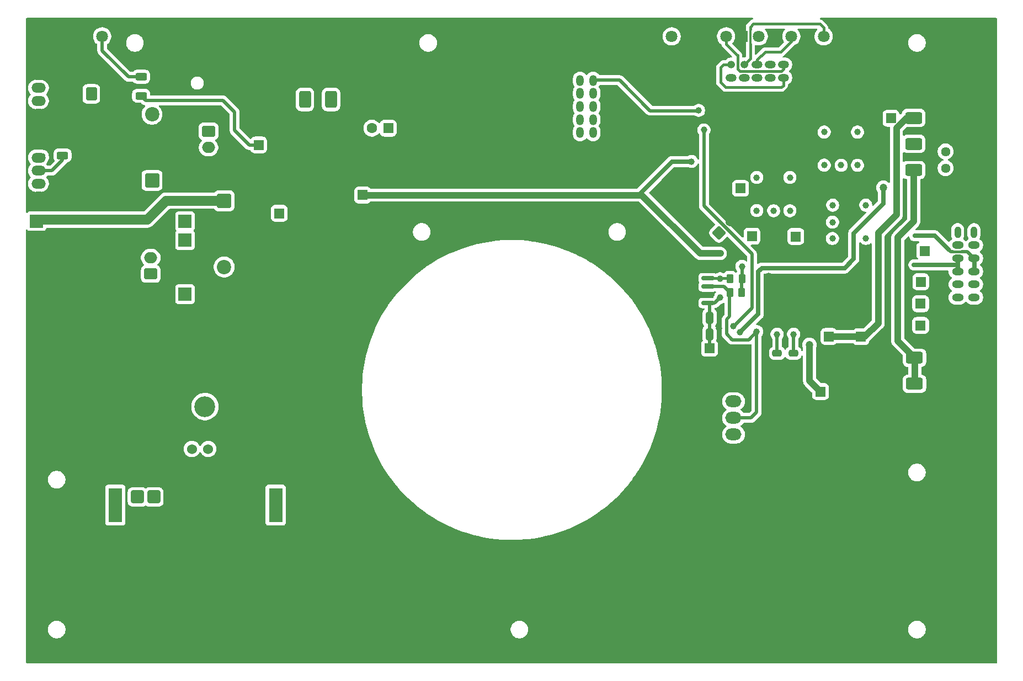
<source format=gbr>
%TF.GenerationSoftware,KiCad,Pcbnew,9.0.5*%
%TF.CreationDate,2025-10-21T17:57:33+02:00*%
%TF.ProjectId,TUNER_KT0936MB9,54554e45-525f-44b5-9430-3933364d4239,rev?*%
%TF.SameCoordinates,Original*%
%TF.FileFunction,Copper,L2,Bot*%
%TF.FilePolarity,Positive*%
%FSLAX46Y46*%
G04 Gerber Fmt 4.6, Leading zero omitted, Abs format (unit mm)*
G04 Created by KiCad (PCBNEW 9.0.5) date 2025-10-21 17:57:33*
%MOMM*%
%LPD*%
G01*
G04 APERTURE LIST*
G04 Aperture macros list*
%AMRoundRect*
0 Rectangle with rounded corners*
0 $1 Rounding radius*
0 $2 $3 $4 $5 $6 $7 $8 $9 X,Y pos of 4 corners*
0 Add a 4 corners polygon primitive as box body*
4,1,4,$2,$3,$4,$5,$6,$7,$8,$9,$2,$3,0*
0 Add four circle primitives for the rounded corners*
1,1,$1+$1,$2,$3*
1,1,$1+$1,$4,$5*
1,1,$1+$1,$6,$7*
1,1,$1+$1,$8,$9*
0 Add four rect primitives between the rounded corners*
20,1,$1+$1,$2,$3,$4,$5,0*
20,1,$1+$1,$4,$5,$6,$7,0*
20,1,$1+$1,$6,$7,$8,$9,0*
20,1,$1+$1,$8,$9,$2,$3,0*%
G04 Aperture macros list end*
%TA.AperFunction,ComponentPad*%
%ADD10RoundRect,0.250000X-0.550000X0.550000X-0.550000X-0.550000X0.550000X-0.550000X0.550000X0.550000X0*%
%TD*%
%TA.AperFunction,ComponentPad*%
%ADD11C,1.600000*%
%TD*%
%TA.AperFunction,ComponentPad*%
%ADD12RoundRect,0.250000X0.550000X0.550000X-0.550000X0.550000X-0.550000X-0.550000X0.550000X-0.550000X0*%
%TD*%
%TA.AperFunction,ComponentPad*%
%ADD13RoundRect,0.250000X0.000000X-0.777817X0.777817X0.000000X0.000000X0.777817X-0.777817X0.000000X0*%
%TD*%
%TA.AperFunction,ComponentPad*%
%ADD14RoundRect,0.250000X-0.550000X-0.550000X0.550000X-0.550000X0.550000X0.550000X-0.550000X0.550000X0*%
%TD*%
%TA.AperFunction,ComponentPad*%
%ADD15O,2.200000X1.500000*%
%TD*%
%TA.AperFunction,ComponentPad*%
%ADD16C,2.600000*%
%TD*%
%TA.AperFunction,ComponentPad*%
%ADD17R,1.800000X1.800000*%
%TD*%
%TA.AperFunction,ComponentPad*%
%ADD18C,1.800000*%
%TD*%
%TA.AperFunction,ComponentPad*%
%ADD19C,1.000000*%
%TD*%
%TA.AperFunction,ComponentPad*%
%ADD20RoundRect,0.300000X-0.600000X-1.000000X0.600000X-1.000000X0.600000X1.000000X-0.600000X1.000000X0*%
%TD*%
%TA.AperFunction,ComponentPad*%
%ADD21C,2.500000*%
%TD*%
%TA.AperFunction,ComponentPad*%
%ADD22R,2.000000X2.000000*%
%TD*%
%TA.AperFunction,ComponentPad*%
%ADD23O,2.500000X1.800000*%
%TD*%
%TA.AperFunction,ComponentPad*%
%ADD24O,1.800000X1.200000*%
%TD*%
%TA.AperFunction,ComponentPad*%
%ADD25O,1.000000X1.800000*%
%TD*%
%TA.AperFunction,ComponentPad*%
%ADD26RoundRect,0.249999X0.850001X-0.850001X0.850001X0.850001X-0.850001X0.850001X-0.850001X-0.850001X0*%
%TD*%
%TA.AperFunction,ComponentPad*%
%ADD27C,2.200000*%
%TD*%
%TA.AperFunction,ComponentPad*%
%ADD28O,1.200000X1.700000*%
%TD*%
%TA.AperFunction,ComponentPad*%
%ADD29O,1.700000X1.200000*%
%TD*%
%TA.AperFunction,ComponentPad*%
%ADD30O,1.200000X1.200000*%
%TD*%
%TA.AperFunction,ComponentPad*%
%ADD31C,1.440000*%
%TD*%
%TA.AperFunction,ComponentPad*%
%ADD32RoundRect,0.249999X-0.850001X0.850001X-0.850001X-0.850001X0.850001X-0.850001X0.850001X0.850001X0*%
%TD*%
%TA.AperFunction,ComponentPad*%
%ADD33C,1.524000*%
%TD*%
%TA.AperFunction,ComponentPad*%
%ADD34C,3.200000*%
%TD*%
%TA.AperFunction,ComponentPad*%
%ADD35RoundRect,0.250000X-0.750000X0.600000X-0.750000X-0.600000X0.750000X-0.600000X0.750000X0.600000X0*%
%TD*%
%TA.AperFunction,ComponentPad*%
%ADD36O,2.000000X1.700000*%
%TD*%
%TA.AperFunction,ComponentPad*%
%ADD37RoundRect,0.300000X1.000000X-0.600000X1.000000X0.600000X-1.000000X0.600000X-1.000000X-0.600000X0*%
%TD*%
%TA.AperFunction,SMDPad,CuDef*%
%ADD38RoundRect,0.250000X0.625000X-0.312500X0.625000X0.312500X-0.625000X0.312500X-0.625000X-0.312500X0*%
%TD*%
%TA.AperFunction,ComponentPad*%
%ADD39RoundRect,0.250000X-0.600000X-0.750000X0.600000X-0.750000X0.600000X0.750000X-0.600000X0.750000X0*%
%TD*%
%TA.AperFunction,ComponentPad*%
%ADD40O,1.700000X2.000000*%
%TD*%
%TA.AperFunction,SMDPad,CuDef*%
%ADD41RoundRect,0.250000X-0.625000X0.312500X-0.625000X-0.312500X0.625000X-0.312500X0.625000X0.312500X0*%
%TD*%
%TA.AperFunction,SMDPad,CuDef*%
%ADD42RoundRect,0.250000X-0.475000X0.250000X-0.475000X-0.250000X0.475000X-0.250000X0.475000X0.250000X0*%
%TD*%
%TA.AperFunction,SMDPad,CuDef*%
%ADD43RoundRect,0.250000X-0.262500X-0.450000X0.262500X-0.450000X0.262500X0.450000X-0.262500X0.450000X0*%
%TD*%
%TA.AperFunction,ComponentPad*%
%ADD44RoundRect,0.250000X0.750000X-0.600000X0.750000X0.600000X-0.750000X0.600000X-0.750000X-0.600000X0*%
%TD*%
%TA.AperFunction,ComponentPad*%
%ADD45R,2.100000X3.000000*%
%TD*%
%TA.AperFunction,SMDPad,CuDef*%
%ADD46RoundRect,0.300000X0.700000X-0.700000X0.700000X0.700000X-0.700000X0.700000X-0.700000X-0.700000X0*%
%TD*%
%TA.AperFunction,SMDPad,CuDef*%
%ADD47RoundRect,0.150000X-0.825000X-0.150000X0.825000X-0.150000X0.825000X0.150000X-0.825000X0.150000X0*%
%TD*%
%TA.AperFunction,SMDPad,CuDef*%
%ADD48RoundRect,0.250000X0.325000X0.650000X-0.325000X0.650000X-0.325000X-0.650000X0.325000X-0.650000X0*%
%TD*%
%TA.AperFunction,ViaPad*%
%ADD49C,1.000000*%
%TD*%
%TA.AperFunction,ViaPad*%
%ADD50C,1.500000*%
%TD*%
%TA.AperFunction,ViaPad*%
%ADD51C,1.200000*%
%TD*%
%TA.AperFunction,ViaPad*%
%ADD52C,0.600000*%
%TD*%
%TA.AperFunction,Conductor*%
%ADD53C,0.500000*%
%TD*%
%TA.AperFunction,Conductor*%
%ADD54C,1.000000*%
%TD*%
%TA.AperFunction,Conductor*%
%ADD55C,1.500000*%
%TD*%
%TA.AperFunction,Conductor*%
%ADD56C,0.400000*%
%TD*%
%TA.AperFunction,Conductor*%
%ADD57C,0.300000*%
%TD*%
%TA.AperFunction,Conductor*%
%ADD58C,0.700000*%
%TD*%
G04 APERTURE END LIST*
D10*
%TO.P,C34,1*%
%TO.N,/+3.3V*%
X94000000Y-73671144D03*
D11*
%TO.P,C34,2*%
%TO.N,GND*%
X94000000Y-76171144D03*
%TD*%
D12*
%TO.P,C33,1*%
%TO.N,/VDD+*%
X167928856Y-80300000D03*
D11*
%TO.P,C33,2*%
%TO.N,GND*%
X165428856Y-80300000D03*
%TD*%
D12*
%TO.P,C32,1*%
%TO.N,/DVDD*%
X163178856Y-104850000D03*
D11*
%TO.P,C32,2*%
%TO.N,GND*%
X160678856Y-104850000D03*
%TD*%
D12*
%TO.P,C31,1*%
%TO.N,/VDD*%
X191028856Y-69550000D03*
D11*
%TO.P,C31,2*%
%TO.N,GND*%
X188528856Y-69550000D03*
%TD*%
D13*
%TO.P,C30,1*%
%TO.N,/DVDD*%
X164645938Y-87116515D03*
D11*
%TO.P,C30,2*%
%TO.N,GND*%
X166413705Y-85348748D03*
%TD*%
D10*
%TO.P,C29,1*%
%TO.N,/VDD*%
X186400000Y-103071144D03*
D11*
%TO.P,C29,2*%
%TO.N,GND*%
X186400000Y-105571144D03*
%TD*%
D14*
%TO.P,C13,1*%
%TO.N,/DVDD*%
X169694888Y-87650000D03*
D11*
%TO.P,C13,2*%
%TO.N,GND*%
X172194888Y-87650000D03*
%TD*%
D10*
%TO.P,C11,1*%
%TO.N,/VDD*%
X181500000Y-103044888D03*
D11*
%TO.P,C11,2*%
%TO.N,GND*%
X181500000Y-105544888D03*
%TD*%
D15*
%TO.P,SW2,1,A*%
%TO.N,Net-(Q2-G)*%
X60200000Y-75600000D03*
%TO.P,SW2,2,B*%
%TO.N,Net-(SW2-B)*%
X60200000Y-77600000D03*
%TO.P,SW2,3,C*%
%TO.N,Net-(Q1-G)*%
X60200000Y-79600000D03*
D16*
%TO.P,SW2,4,4*%
%TO.N,GND*%
X60200000Y-73100000D03*
X60200000Y-82100000D03*
%TD*%
D14*
%TO.P,H2,1,1*%
%TO.N,Net-(H2-Pad1)*%
X195550000Y-98000000D03*
%TD*%
D17*
%TO.P,D5,1,K*%
%TO.N,GND*%
X173180000Y-57000000D03*
D18*
%TO.P,D5,2,A*%
%TO.N,Net-(D5-A)*%
X175720000Y-57000000D03*
%TD*%
D19*
%TO.P,L5,1*%
%TO.N,Net-(Q3-B)*%
X170412500Y-78650000D03*
%TO.P,L5,2*%
%TO.N,Net-(C23-Pad2)*%
X175512500Y-83750000D03*
%TO.P,L5,3*%
%TO.N,N/C*%
X175512500Y-78650000D03*
%TO.P,L5,4*%
X170412500Y-83725000D03*
%TO.P,L5,5*%
X173012500Y-83750000D03*
%TD*%
D20*
%TO.P,RV1,1,GND*%
%TO.N,GND*%
X97100000Y-66680000D03*
%TO.P,RV1,2,SLIDER*%
%TO.N,Net-(RV1-SLIDER)*%
X101100000Y-66680000D03*
%TO.P,RV1,3,INPUT*%
%TO.N,Net-(RV1-INPUT)*%
X105100000Y-66680000D03*
D21*
%TO.P,RV1,4,GND*%
%TO.N,GND*%
X96100000Y-55780000D03*
X106040000Y-55820000D03*
%TD*%
D17*
%TO.P,D6,1,K*%
%TO.N,GND*%
X168180000Y-57000000D03*
D18*
%TO.P,D6,2,A*%
%TO.N,Net-(D6-A)*%
X170720000Y-57000000D03*
%TD*%
D22*
%TO.P,M2,1,__GND-*%
%TO.N,GND*%
X59900000Y-99550000D03*
%TO.P,M2,2,Vin_5V*%
%TO.N,Net-(D1-K)*%
X59900000Y-85350000D03*
%TO.P,M2,3,OUT-*%
%TO.N,GND*%
X82700000Y-99550000D03*
%TO.P,M2,4,BATTERY-*%
%TO.N,/BATTERY-*%
X82700000Y-96550000D03*
%TO.P,M2,5,___BATTERY+*%
%TO.N,/BATTERY+*%
X82700000Y-88250000D03*
%TO.P,M2,6,___OUT+*%
%TO.N,/+CELL_BAT*%
X82700000Y-85350000D03*
%TD*%
D23*
%TO.P,SW1,1,A*%
%TO.N,unconnected-(SW1-A-Pad1)*%
X166847927Y-112994882D03*
%TO.P,SW1,2,B*%
%TO.N,/AM{slash}FM*%
X166847927Y-115534882D03*
%TO.P,SW1,3,C*%
%TO.N,Net-(SW1-C)*%
X166847927Y-118074882D03*
D16*
%TO.P,SW1,4,4*%
%TO.N,GND*%
X166847927Y-109264337D03*
X166837707Y-121657390D03*
%TD*%
D24*
%TO.P,SW5,1,1*%
%TO.N,Net-(H5-Pad1)*%
X203750000Y-97050000D03*
%TO.P,SW5,2,2*%
%TO.N,Net-(H6-Pad1)*%
X203750000Y-95050000D03*
%TO.P,SW5,3,3*%
%TO.N,/AMINP*%
X203750000Y-93050000D03*
%TO.P,SW5,4,4*%
X203750000Y-91050000D03*
%TO.P,SW5,5,5*%
%TO.N,Net-(C15-Pad1)*%
X203750000Y-89050000D03*
D25*
%TO.P,SW5,6,6*%
%TO.N,unconnected-(SW5-Pad6)*%
X203750000Y-87050000D03*
D24*
%TO.P,SW5,7,7*%
%TO.N,Net-(H2-Pad1)*%
X201250000Y-97050000D03*
%TO.P,SW5,8,8*%
%TO.N,Net-(H4-Pad1)*%
X201250000Y-95050000D03*
%TO.P,SW5,9,9*%
%TO.N,/AMINN*%
X201250000Y-93050000D03*
%TO.P,SW5,10,10*%
X201250000Y-91050000D03*
%TO.P,SW5,11,11*%
%TO.N,Net-(C25-Pad2)*%
X201250000Y-89050000D03*
D25*
%TO.P,SW5,12,12*%
%TO.N,unconnected-(SW5-Pad12)*%
X201250000Y-87050000D03*
D21*
%TO.P,SW5,13,13*%
%TO.N,GND*%
X205850000Y-84950000D03*
%TO.P,SW5,14,14*%
X199050000Y-99150000D03*
%TD*%
D17*
%TO.P,D3,1,K*%
%TO.N,GND*%
X154830000Y-57000000D03*
D18*
%TO.P,D3,2,A*%
%TO.N,Net-(D3-A)*%
X157370000Y-57000000D03*
%TD*%
D10*
%TO.P,C1,1*%
%TO.N,/+3.3V*%
X109950000Y-81347349D03*
D11*
%TO.P,C1,2*%
%TO.N,GND*%
X109950000Y-85147349D03*
%TD*%
D26*
%TO.P,D2,1,K*%
%TO.N,Net-(D2-K)*%
X77630000Y-79110000D03*
D27*
%TO.P,D2,2,A*%
%TO.N,Net-(D2-A)*%
X77630000Y-68950000D03*
%TD*%
D19*
%TO.P,Y1,1,1*%
%TO.N,Net-(U2-XI{slash}RCK)*%
X173530000Y-102685000D03*
%TO.P,Y1,2,2*%
%TO.N,Net-(U2-XO)*%
X176070000Y-102685000D03*
%TD*%
D17*
%TO.P,D8,1,K*%
%TO.N,GND*%
X67430000Y-57000000D03*
D18*
%TO.P,D8,2,A*%
%TO.N,Net-(D8-A)*%
X69970000Y-57000000D03*
%TD*%
D15*
%TO.P,SW3,1,A*%
%TO.N,GND*%
X60200000Y-62900000D03*
%TO.P,SW3,2,B*%
%TO.N,Net-(M3-EN)*%
X60200000Y-64900000D03*
%TO.P,SW3,3,C*%
%TO.N,Net-(SW3-C)*%
X60200000Y-66900000D03*
D16*
%TO.P,SW3,4,4*%
%TO.N,GND*%
X60200000Y-60400000D03*
X60200000Y-69400000D03*
%TD*%
D14*
%TO.P,H6,1,1*%
%TO.N,Net-(H6-Pad1)*%
X196200000Y-89900000D03*
%TD*%
%TO.P,H4,1,1*%
%TO.N,Net-(H4-Pad1)*%
X195600000Y-94650000D03*
%TD*%
D28*
%TO.P,J5,1,Pin_1*%
%TO.N,Net-(J5-Pin_1)*%
X143318750Y-71750000D03*
%TO.P,J5,2,Pin_2*%
%TO.N,Net-(J5-Pin_2)*%
X143318750Y-69750000D03*
%TO.P,J5,3,Pin_3*%
%TO.N,Net-(J5-Pin_3)*%
X143318750Y-67750000D03*
%TO.P,J5,4,Pin_4*%
%TO.N,Net-(J5-Pin_4)*%
X143318750Y-65750000D03*
%TO.P,J5,5,Pin_5*%
%TO.N,Net-(J5-Pin_5)*%
X143318750Y-63750000D03*
%TO.P,J5,6,Pin_6*%
%TO.N,Net-(J5-Pin_6)*%
X145318750Y-71750000D03*
%TO.P,J5,7,Pin_7*%
%TO.N,Net-(J5-Pin_7)*%
X145318750Y-69750000D03*
%TO.P,J5,8,Pin_8*%
%TO.N,Net-(J5-Pin_8)*%
X145318750Y-67750000D03*
%TO.P,J5,9,Pin_9*%
%TO.N,Net-(J5-Pin_9)*%
X145318750Y-65750000D03*
%TO.P,J5,10,Pin_10*%
%TO.N,Net-(J5-Pin_1)*%
X145318750Y-63750000D03*
%TD*%
D14*
%TO.P,C26,1*%
%TO.N,/+3.3V*%
X180197349Y-111500000D03*
D11*
%TO.P,C26,2*%
%TO.N,GND*%
X183697349Y-111500000D03*
%TD*%
D17*
%TO.P,D4,1,K*%
%TO.N,GND*%
X178150000Y-57000000D03*
D18*
%TO.P,D4,2,A*%
%TO.N,Net-(D4-A)*%
X180690000Y-57000000D03*
%TD*%
D29*
%TO.P,J6,1,Pin_1*%
%TO.N,/SPAN*%
X174500000Y-63350000D03*
%TO.P,J6,2,Pin_2*%
%TO.N,Net-(J6-Pin_2)*%
X172500000Y-63350000D03*
%TO.P,J6,3,Pin_3*%
%TO.N,Net-(J6-Pin_3)*%
X170500000Y-63350000D03*
%TO.P,J6,4,Pin_4*%
%TO.N,Net-(J6-Pin_4)*%
X168500000Y-63350000D03*
%TO.P,J6,5,Pin_5*%
%TO.N,Net-(J6-Pin_5)*%
X166500000Y-63350000D03*
%TO.P,J6,6,Pin_6*%
%TO.N,Net-(D7-A)*%
X174500000Y-61350000D03*
%TO.P,J6,7,Pin_7*%
%TO.N,Net-(D6-A)*%
X172500000Y-61350000D03*
%TO.P,J6,8,Pin_8*%
%TO.N,Net-(D5-A)*%
X170500000Y-61350000D03*
D30*
%TO.P,J6,9,Pin_9*%
%TO.N,Net-(D4-A)*%
X168500000Y-61350000D03*
%TO.P,J6,10,Pin_10*%
%TO.N,/SPAN*%
X166500000Y-61350000D03*
%TD*%
D14*
%TO.P,H5,1,1*%
%TO.N,Net-(H5-Pad1)*%
X195550000Y-101350000D03*
%TD*%
D19*
%TO.P,L3,1*%
%TO.N,Net-(C16-Pad2)*%
X187150000Y-82900000D03*
%TO.P,L3,2*%
%TO.N,Net-(C24-Pad2)*%
X182050000Y-88000000D03*
%TO.P,L3,3*%
%TO.N,N/C*%
X187150000Y-88000000D03*
%TO.P,L3,4*%
X182075000Y-82900000D03*
%TO.P,L3,5*%
X182050000Y-85500000D03*
%TD*%
D31*
%TO.P,RV4,1,1*%
%TO.N,GND*%
X199400000Y-79740000D03*
%TO.P,RV4,2,2*%
%TO.N,Net-(RV2-SLIDER)*%
X199400000Y-77200000D03*
%TO.P,RV4,3,3*%
%TO.N,/VDD*%
X199400000Y-74660000D03*
%TD*%
D32*
%TO.P,D1,1,K*%
%TO.N,Net-(D1-K)*%
X88700000Y-82220000D03*
D27*
%TO.P,D1,2,A*%
%TO.N,/+5VUSB*%
X88700000Y-92380000D03*
%TD*%
D33*
%TO.P,M1,1,Vcc*%
%TO.N,/+5VUSB*%
X83750000Y-120300000D03*
X86250000Y-120300000D03*
D34*
X85750000Y-113800000D03*
%TO.P,M1,2,GND*%
%TO.N,GND*%
X85750000Y-108800000D03*
D33*
X83750000Y-102300000D03*
X86250000Y-102300000D03*
%TD*%
D14*
%TO.P,C9,1*%
%TO.N,Net-(D2-K)*%
X97147349Y-84150000D03*
D11*
%TO.P,C9,2*%
%TO.N,GND*%
X100647349Y-84150000D03*
%TD*%
D14*
%TO.P,H1,1,1*%
%TO.N,Net-(C17-Pad1)*%
X176400000Y-87700000D03*
%TD*%
D12*
%TO.P,C7,1*%
%TO.N,Net-(C7-Pad1)*%
X113875113Y-71080000D03*
D11*
%TO.P,C7,2*%
%TO.N,Net-(RV1-INPUT)*%
X111375113Y-71080000D03*
%TD*%
D35*
%TO.P,J1,1,Pin_1*%
%TO.N,Net-(J1-Pin_1)*%
X86300000Y-71550000D03*
D36*
%TO.P,J1,2,Pin_2*%
%TO.N,Net-(J1-Pin_2)*%
X86300000Y-74050000D03*
%TD*%
D17*
%TO.P,D7,1,K*%
%TO.N,GND*%
X163180000Y-57000000D03*
D18*
%TO.P,D7,2,A*%
%TO.N,Net-(D7-A)*%
X165720000Y-57000000D03*
%TD*%
D19*
%TO.P,L4,1*%
%TO.N,Net-(C23-Pad2)*%
X180775000Y-71675000D03*
%TO.P,L4,2*%
%TO.N,Net-(C16-Pad2)*%
X185875000Y-76775000D03*
%TO.P,L4,3*%
%TO.N,N/C*%
X185875000Y-71675000D03*
%TO.P,L4,4*%
X180775000Y-76750000D03*
%TO.P,L4,5*%
X183375000Y-76775000D03*
%TD*%
D37*
%TO.P,RV3,1,INPUT*%
%TO.N,GND*%
X194620000Y-114300000D03*
%TO.P,RV3,2,SLIDER*%
%TO.N,Net-(RV2-INPUT)*%
X194620000Y-110300000D03*
%TO.P,RV3,3,GND*%
X194620000Y-106300000D03*
D21*
%TO.P,RV3,4,GND*%
%TO.N,GND*%
X205520000Y-115300000D03*
X205480000Y-105360000D03*
%TD*%
D38*
%TO.P,R12,1*%
%TO.N,Net-(SW2-B)*%
X63900000Y-75262500D03*
%TO.P,R12,2*%
%TO.N,GND*%
X63900000Y-72337500D03*
%TD*%
D39*
%TO.P,J4,1,Pin_1*%
%TO.N,/+BATT_3V*%
X68315457Y-65824438D03*
D40*
%TO.P,J4,2,Pin_2*%
%TO.N,GND*%
X70815457Y-65824438D03*
%TD*%
D41*
%TO.P,R15,1*%
%TO.N,Net-(D8-A)*%
X75950000Y-63187500D03*
%TO.P,R15,2*%
%TO.N,/+3.3V*%
X75950000Y-66112500D03*
%TD*%
D37*
%TO.P,RV2,1,INPUT*%
%TO.N,Net-(RV2-INPUT)*%
X194500000Y-77500000D03*
%TO.P,RV2,2,SLIDER*%
%TO.N,Net-(RV2-SLIDER)*%
X194500000Y-73500000D03*
%TO.P,RV2,3,GND*%
%TO.N,/VDD*%
X194500000Y-69500000D03*
D21*
%TO.P,RV2,4,GND*%
%TO.N,GND*%
X205400000Y-78500000D03*
X205360000Y-68560000D03*
%TD*%
D42*
%TO.P,C6,1*%
%TO.N,Net-(U2-XI{slash}RCK)*%
X173550000Y-105600000D03*
%TO.P,C6,2*%
%TO.N,GND*%
X173550000Y-107500000D03*
%TD*%
%TO.P,C5,1*%
%TO.N,Net-(U2-XO)*%
X176050000Y-105600000D03*
%TO.P,C5,2*%
%TO.N,GND*%
X176050000Y-107500000D03*
%TD*%
D43*
%TO.P,R31,1*%
%TO.N,/AM{slash}FM*%
X166287500Y-96295000D03*
%TO.P,R31,2*%
%TO.N,/DVDD*%
X168112500Y-96295000D03*
%TD*%
D44*
%TO.P,J3,1,Pin_1*%
%TO.N,/BATTERY-*%
X77435000Y-93450000D03*
D36*
%TO.P,J3,2,Pin_2*%
%TO.N,/BATTERY+*%
X77435000Y-90950000D03*
%TD*%
D45*
%TO.P,M3,1,Vin*%
%TO.N,Net-(D2-K)*%
X72000000Y-127750000D03*
X72000000Y-130050000D03*
%TO.P,M3,2,GND*%
%TO.N,GND*%
X72000000Y-140050000D03*
X72000000Y-142350000D03*
D46*
%TO.P,M3,3,EN*%
%TO.N,Net-(M3-EN)*%
X77900000Y-127650000D03*
%TO.P,M3,4,PS*%
%TO.N,unconnected-(M3-PS-Pad4)*%
X75400000Y-127650000D03*
D45*
%TO.P,M3,5,OUT*%
%TO.N,Net-(M3-OUT)*%
X96600000Y-127750000D03*
X96600000Y-130050000D03*
%TO.P,M3,6,GND*%
%TO.N,GND*%
X96400000Y-140050000D03*
X96400000Y-142350000D03*
%TD*%
D47*
%TO.P,U3,1,A0*%
%TO.N,GND*%
X157975000Y-97905000D03*
%TO.P,U3,2,A1*%
X157975000Y-96635000D03*
%TO.P,U3,3,A2*%
X157975000Y-95365000D03*
%TO.P,U3,4,GND*%
X157975000Y-94095000D03*
%TO.P,U3,5,SDA*%
%TO.N,/RF_SW*%
X162925000Y-94095000D03*
%TO.P,U3,6,SCL*%
%TO.N,/AM{slash}FM*%
X162925000Y-95365000D03*
%TO.P,U3,7,WP*%
%TO.N,GND*%
X162925000Y-96635000D03*
%TO.P,U3,8,VCC*%
%TO.N,/DVDD*%
X162925000Y-97905000D03*
%TD*%
D43*
%TO.P,R30,1*%
%TO.N,/RF_SW*%
X166317500Y-94165000D03*
%TO.P,R30,2*%
%TO.N,/DVDD*%
X168142500Y-94165000D03*
%TD*%
D48*
%TO.P,C22,1*%
%TO.N,/DVDD*%
X163185000Y-100155000D03*
%TO.P,C22,2*%
%TO.N,GND*%
X160235000Y-100155000D03*
%TD*%
%TO.P,C21,1*%
%TO.N,/DVDD*%
X163175000Y-102700000D03*
%TO.P,C21,2*%
%TO.N,GND*%
X160225000Y-102700000D03*
%TD*%
D49*
%TO.N,GND*%
X158800000Y-100155000D03*
X173650000Y-98500000D03*
X149553535Y-76693659D03*
X181170000Y-98755000D03*
X177250000Y-91000000D03*
X199900000Y-69400000D03*
X176100000Y-98500000D03*
X164100000Y-77180000D03*
X172450000Y-98500000D03*
X180700000Y-79750000D03*
X168520000Y-70500000D03*
X164100000Y-74420000D03*
X107200000Y-127800000D03*
X183550000Y-96450000D03*
X95850000Y-76900000D03*
X176800000Y-74900000D03*
X183400000Y-91050000D03*
X196700000Y-81900000D03*
X183550000Y-98700000D03*
X186000000Y-96500000D03*
X182413024Y-99667121D03*
X176050000Y-108800000D03*
X177910000Y-98755000D03*
X181450000Y-93950000D03*
X149553535Y-57393659D03*
X175050000Y-76450000D03*
X164650000Y-101800000D03*
X129488750Y-66280000D03*
X158800000Y-102655000D03*
X172350000Y-90600000D03*
X129528750Y-60620000D03*
X178650000Y-93950000D03*
X106750000Y-77200000D03*
D50*
X63500000Y-70700000D03*
D49*
X171900000Y-103600000D03*
X166450000Y-92300000D03*
X159610000Y-95285000D03*
X179300000Y-91000000D03*
X161000000Y-86150000D03*
X173650000Y-96900000D03*
X176050000Y-96915000D03*
X182600000Y-79750000D03*
X107600000Y-70550000D03*
X177950000Y-96450000D03*
X159630000Y-96665000D03*
X91950000Y-89750000D03*
X173550000Y-108750000D03*
X107200000Y-130100000D03*
X186750000Y-93950000D03*
X129468750Y-74550000D03*
X172250000Y-93750000D03*
X181350000Y-91050000D03*
X165330000Y-105465000D03*
X171400000Y-121100000D03*
X161250000Y-96650000D03*
X172450000Y-96900000D03*
X129568750Y-71900000D03*
X129508750Y-69280000D03*
X129498750Y-63470000D03*
X181250000Y-96450000D03*
X183550000Y-100700000D03*
X174850000Y-96900000D03*
X171000000Y-70500000D03*
X182400000Y-97600000D03*
D50*
X63500000Y-60450000D03*
D49*
X159640000Y-94075000D03*
X174850000Y-98500000D03*
X184100000Y-93950000D03*
X165910000Y-70510000D03*
X184650000Y-97600000D03*
X189300000Y-74500000D03*
%TO.N,/DVDD*%
X164810000Y-97055000D03*
X168150000Y-92300000D03*
%TO.N,/+3.3V*%
X164835000Y-90300000D03*
D51*
X178500000Y-104300000D03*
D49*
X160401250Y-76198750D03*
%TO.N,/SPAN*%
X162320000Y-71350000D03*
X166840000Y-101445000D03*
%TO.N,/AM{slash}FM*%
X170410000Y-102300000D03*
D52*
%TO.N,/AMINP*%
X194650000Y-87600000D03*
%TO.N,/AMINN*%
X194548429Y-92050000D03*
D49*
%TO.N,/RF_SW*%
X164793248Y-94191752D03*
D51*
%TO.N,Net-(RV2-SLIDER)*%
X189850000Y-80200000D03*
D49*
X167870000Y-102385000D03*
%TO.N,Net-(J5-Pin_1)*%
X161500000Y-68350000D03*
%TD*%
D53*
%TO.N,/+3.3V*%
X90300000Y-68600000D02*
X88500000Y-66800000D01*
X76637500Y-66800000D02*
X75950000Y-66112500D01*
X92581144Y-73671144D02*
X90300000Y-71390000D01*
X90300000Y-71390000D02*
X90300000Y-68600000D01*
X88500000Y-66800000D02*
X76637500Y-66800000D01*
X94000000Y-73671144D02*
X92581144Y-73671144D01*
D54*
X178500000Y-104300000D02*
X178500000Y-109802651D01*
X178500000Y-109802651D02*
X180197349Y-111500000D01*
D53*
%TO.N,Net-(D8-A)*%
X76150000Y-63187500D02*
X76200000Y-63137500D01*
X69970000Y-59170000D02*
X73987500Y-63187500D01*
X73987500Y-63187500D02*
X76150000Y-63187500D01*
X69970000Y-57000000D02*
X69970000Y-59170000D01*
D54*
%TO.N,/VDD*%
X193400000Y-69500000D02*
X194500000Y-69500000D01*
X191850000Y-71050000D02*
X193400000Y-69500000D01*
X189050000Y-101000000D02*
X189050000Y-87150000D01*
X189050000Y-87150000D02*
X191850000Y-84350000D01*
X187000000Y-103050000D02*
X189050000Y-101000000D01*
X182345000Y-103050000D02*
X187000000Y-103050000D01*
X182339888Y-103044888D02*
X182345000Y-103050000D01*
X191850000Y-84350000D02*
X191850000Y-71050000D01*
X181500000Y-103044888D02*
X182339888Y-103044888D01*
D53*
%TO.N,/DVDD*%
X163175000Y-104653856D02*
X163128856Y-104700000D01*
X163175000Y-102700000D02*
X163175000Y-104653856D01*
%TO.N,Net-(U2-XO)*%
X176050000Y-105600000D02*
X176050000Y-102705000D01*
X176050000Y-102705000D02*
X176070000Y-102685000D01*
%TO.N,Net-(U2-XI{slash}RCK)*%
X173550000Y-102705000D02*
X173530000Y-102685000D01*
X173550000Y-105600000D02*
X173550000Y-102705000D01*
%TO.N,/DVDD*%
X168160000Y-96342500D02*
X168112500Y-96295000D01*
X168200000Y-92250000D02*
X168142500Y-92192500D01*
X168142500Y-92192500D02*
X168142500Y-94165000D01*
X163210000Y-99475000D02*
X163210000Y-98035000D01*
X168112500Y-94195000D02*
X168142500Y-94165000D01*
X164810000Y-97055000D02*
X163962500Y-97902500D01*
X163185000Y-102690000D02*
X163185000Y-99632500D01*
X163175000Y-102700000D02*
X163185000Y-102690000D01*
X168112500Y-96295000D02*
X168112500Y-94195000D01*
X164810000Y-97055000D02*
X164960000Y-97205000D01*
X163962500Y-97902500D02*
X162895000Y-97902500D01*
D55*
%TO.N,Net-(D1-K)*%
X60025000Y-85100000D02*
X76900000Y-85100000D01*
D54*
X88680000Y-82200000D02*
X88700000Y-82220000D01*
D55*
X79800000Y-82200000D02*
X88680000Y-82200000D01*
X76900000Y-85100000D02*
X79800000Y-82200000D01*
D56*
%TO.N,Net-(D4-A)*%
X169431000Y-55900000D02*
X169431000Y-55569000D01*
X180690000Y-55690000D02*
X180690000Y-57000000D01*
X169431000Y-55569000D02*
X169900000Y-55100000D01*
X169900000Y-55100000D02*
X180100000Y-55100000D01*
D57*
X169431000Y-58148773D02*
X169431000Y-55900000D01*
D56*
X180100000Y-55100000D02*
X180690000Y-55690000D01*
X168500000Y-61350000D02*
X169432227Y-60417773D01*
D57*
X169432227Y-58150000D02*
X169431000Y-58148773D01*
D56*
X169432227Y-60360416D02*
X169432227Y-58150000D01*
%TO.N,Net-(D5-A)*%
X174100000Y-59400000D02*
X175720000Y-57780000D01*
X170500000Y-60600000D02*
X171700000Y-59400000D01*
X171700000Y-59400000D02*
X174100000Y-59400000D01*
X175720000Y-57780000D02*
X175720000Y-56780000D01*
X170500000Y-61350000D02*
X170500000Y-60600000D01*
%TO.N,Net-(D7-A)*%
X174150000Y-62350000D02*
X167850000Y-62350000D01*
X174500000Y-62000000D02*
X174150000Y-62350000D01*
X167850000Y-62350000D02*
X167500000Y-62000000D01*
X165750000Y-57030000D02*
X165720000Y-57000000D01*
X165750000Y-58200000D02*
X165750000Y-57030000D01*
X167451000Y-59901000D02*
X165750000Y-58200000D01*
X174500000Y-61350000D02*
X174500000Y-62000000D01*
X167500000Y-62000000D02*
X167500000Y-59927541D01*
D54*
%TO.N,/+3.3V*%
X109950000Y-81347349D02*
X109652651Y-81347349D01*
D58*
X150957349Y-81357349D02*
X152242651Y-81357349D01*
D54*
X152807349Y-81357349D02*
X161750000Y-90300000D01*
X150957349Y-81357349D02*
X152807349Y-81357349D01*
X161750000Y-90300000D02*
X164835000Y-90300000D01*
X144730000Y-81357349D02*
X150957349Y-81357349D01*
D58*
X157401250Y-76198750D02*
X160401250Y-76198750D01*
D54*
X144730000Y-81357349D02*
X109960000Y-81357349D01*
D58*
X152242651Y-81357349D02*
X157401250Y-76198750D01*
D53*
%TO.N,Net-(Q2-G)*%
X60880000Y-75310000D02*
X61000000Y-75190000D01*
X60740000Y-75310000D02*
X60880000Y-75310000D01*
D56*
%TO.N,/SPAN*%
X174500000Y-64500000D02*
X174500000Y-63350000D01*
D53*
X169699000Y-92451000D02*
X169699000Y-98651000D01*
D56*
X164900000Y-61750000D02*
X164900000Y-64050000D01*
X174200000Y-64800000D02*
X174500000Y-64500000D01*
X164900000Y-64050000D02*
X165650000Y-64800000D01*
D53*
X169699000Y-98651000D02*
X166905000Y-101445000D01*
D56*
X165650000Y-64800000D02*
X174200000Y-64800000D01*
X165300000Y-61350000D02*
X164900000Y-61750000D01*
X166500000Y-61350000D02*
X165300000Y-61350000D01*
D53*
X162320000Y-71350000D02*
X162320000Y-83020000D01*
X166905000Y-101445000D02*
X166840000Y-101445000D01*
X162320000Y-83020000D02*
X169699000Y-90399000D01*
X169699000Y-90399000D02*
X169699000Y-93800000D01*
%TO.N,Net-(SW2-B)*%
X63900000Y-75262500D02*
X63900000Y-76000000D01*
X63900000Y-76000000D02*
X62300000Y-77600000D01*
X62300000Y-77600000D02*
X60200000Y-77600000D01*
%TO.N,/AM{slash}FM*%
X166804907Y-115535093D02*
X166800000Y-115540000D01*
X170410000Y-102300000D02*
X170400000Y-102300000D01*
X170410000Y-102300000D02*
X170410000Y-114690000D01*
X165780000Y-100455000D02*
X166260000Y-99975000D01*
X162895000Y-95362500D02*
X165355000Y-95362500D01*
X165355000Y-95362500D02*
X166287500Y-96295000D01*
X169165000Y-103535000D02*
X166650000Y-103535000D01*
X170400000Y-102300000D02*
X169165000Y-103535000D01*
X169564907Y-115535093D02*
X166804907Y-115535093D01*
X166260000Y-99975000D02*
X166260000Y-96267500D01*
X170410000Y-114690000D02*
X169564907Y-115535093D01*
X165780000Y-102665000D02*
X165780000Y-100455000D01*
X166650000Y-103535000D02*
X165780000Y-102665000D01*
%TO.N,/AMINP*%
X202750000Y-90050000D02*
X203750000Y-91050000D01*
X201880000Y-90050000D02*
X202750000Y-90050000D01*
X200200000Y-90050000D02*
X199850000Y-89700000D01*
D58*
X197750000Y-87600000D02*
X194650000Y-87600000D01*
X199850000Y-89700000D02*
X197750000Y-87600000D01*
D56*
X200550000Y-90050000D02*
X201880000Y-90050000D01*
D53*
X200550000Y-90050000D02*
X200200000Y-90050000D01*
D58*
X203855000Y-91050000D02*
X203855000Y-93050000D01*
%TO.N,/AMINN*%
X194548429Y-92050000D02*
X194551723Y-92053294D01*
X194551723Y-92053294D02*
X201220930Y-92053294D01*
D53*
X201450000Y-92850000D02*
X201500000Y-92900000D01*
D58*
X201250000Y-93050000D02*
X201250000Y-92000000D01*
X201250000Y-92000000D02*
X201250000Y-91050000D01*
D56*
%TO.N,/RF_SW*%
X166227500Y-94075000D02*
X162912500Y-94075000D01*
X162912500Y-94075000D02*
X162895000Y-94092500D01*
X166227500Y-94075000D02*
X166317500Y-94165000D01*
D54*
%TO.N,Net-(M3-OUT)*%
X96650000Y-127800000D02*
X96600000Y-127750000D01*
D58*
%TO.N,Net-(RV2-SLIDER)*%
X185300000Y-87200000D02*
X185300000Y-91150000D01*
X189850000Y-82650000D02*
X185300000Y-87200000D01*
X189850000Y-80200000D02*
X189850000Y-82650000D01*
X185300000Y-91150000D02*
X183916000Y-92534000D01*
X170650000Y-99605000D02*
X167870000Y-102385000D01*
X183916000Y-92534000D02*
X171211000Y-92534000D01*
X170650000Y-93095000D02*
X170650000Y-99605000D01*
X171211000Y-92534000D02*
X170650000Y-93095000D01*
D54*
%TO.N,Net-(RV2-INPUT)*%
X192050000Y-87850000D02*
X192050000Y-103730000D01*
X194500000Y-85400000D02*
X192050000Y-87850000D01*
X194500000Y-77570000D02*
X194500000Y-85030000D01*
X194500000Y-77500000D02*
X194720000Y-77720000D01*
X194700000Y-106380000D02*
X194700000Y-110220000D01*
X192050000Y-103730000D02*
X194700000Y-106380000D01*
X194700000Y-110220000D02*
X194620000Y-110300000D01*
D53*
%TO.N,Net-(J5-Pin_1)*%
X161450000Y-68400000D02*
X154050000Y-68400000D01*
X154050000Y-68400000D02*
X149375000Y-63725000D01*
X149375000Y-63725000D02*
X145343750Y-63725000D01*
X161500000Y-68350000D02*
X161450000Y-68400000D01*
X145343750Y-63725000D02*
X145318750Y-63750000D01*
%TD*%
%TA.AperFunction,Conductor*%
%TO.N,GND*%
G36*
X169840587Y-54180185D02*
G01*
X169886342Y-54232989D01*
X169896286Y-54302147D01*
X169867261Y-54365703D01*
X169808483Y-54403477D01*
X169797739Y-54406117D01*
X169722590Y-54421065D01*
X169722589Y-54421065D01*
X169695681Y-54426418D01*
X169695671Y-54426420D01*
X169568190Y-54479224D01*
X169453454Y-54555887D01*
X168886887Y-55122454D01*
X168810222Y-55237192D01*
X168757421Y-55364667D01*
X168757418Y-55364677D01*
X168730500Y-55500004D01*
X168730500Y-55500007D01*
X168730500Y-55968993D01*
X168730500Y-55968995D01*
X168730499Y-55968995D01*
X168757418Y-56104322D01*
X168757420Y-56104328D01*
X168771061Y-56137260D01*
X168780500Y-56184713D01*
X168780500Y-57868249D01*
X168771061Y-57915701D01*
X168758648Y-57945667D01*
X168758645Y-57945677D01*
X168731727Y-58081004D01*
X168731727Y-60076252D01*
X168723082Y-60105692D01*
X168716559Y-60135679D01*
X168712804Y-60140694D01*
X168712042Y-60143291D01*
X168695408Y-60163933D01*
X168646160Y-60213181D01*
X168584837Y-60246666D01*
X168558479Y-60249500D01*
X168413389Y-60249500D01*
X168343897Y-60260506D01*
X168274604Y-60251551D01*
X168221152Y-60206555D01*
X168200513Y-60139803D01*
X168200500Y-60138033D01*
X168200500Y-59858545D01*
X168173581Y-59723218D01*
X168173580Y-59723217D01*
X168173580Y-59723213D01*
X168154543Y-59677253D01*
X168120778Y-59595736D01*
X168120771Y-59595723D01*
X168044114Y-59480999D01*
X168044111Y-59480995D01*
X167946545Y-59383429D01*
X167946541Y-59383426D01*
X167889013Y-59344987D01*
X167870223Y-59329566D01*
X166708313Y-58167656D01*
X166674828Y-58106333D01*
X166679812Y-58036641D01*
X166708313Y-57992294D01*
X166745085Y-57955522D01*
X166788242Y-57912365D01*
X166917815Y-57734022D01*
X167017895Y-57537606D01*
X167086015Y-57327951D01*
X167120500Y-57110222D01*
X167120500Y-56889778D01*
X167086015Y-56672049D01*
X167017895Y-56462394D01*
X167017895Y-56462393D01*
X166983237Y-56394375D01*
X166917815Y-56265978D01*
X166840853Y-56160048D01*
X166788247Y-56087641D01*
X166788243Y-56087636D01*
X166632363Y-55931756D01*
X166632358Y-55931752D01*
X166454025Y-55802187D01*
X166454024Y-55802186D01*
X166454022Y-55802185D01*
X166370516Y-55759636D01*
X166257606Y-55702104D01*
X166257603Y-55702103D01*
X166047952Y-55633985D01*
X165939086Y-55616742D01*
X165830222Y-55599500D01*
X165609778Y-55599500D01*
X165537201Y-55610995D01*
X165392047Y-55633985D01*
X165182396Y-55702103D01*
X165182393Y-55702104D01*
X164985974Y-55802187D01*
X164807641Y-55931752D01*
X164807636Y-55931756D01*
X164651756Y-56087636D01*
X164651752Y-56087641D01*
X164522187Y-56265974D01*
X164422104Y-56462393D01*
X164422103Y-56462396D01*
X164353985Y-56672047D01*
X164352289Y-56682754D01*
X164319500Y-56889778D01*
X164319500Y-57110222D01*
X164336742Y-57219086D01*
X164353985Y-57327952D01*
X164422103Y-57537603D01*
X164422104Y-57537606D01*
X164490122Y-57671096D01*
X164522184Y-57734021D01*
X164522187Y-57734025D01*
X164651752Y-57912358D01*
X164651756Y-57912363D01*
X164807636Y-58068243D01*
X164807641Y-58068247D01*
X164985973Y-58197812D01*
X164985975Y-58197813D01*
X164985978Y-58197815D01*
X164987317Y-58198497D01*
X164987736Y-58198893D01*
X164990130Y-58200360D01*
X164989821Y-58200862D01*
X165038114Y-58246471D01*
X165052641Y-58284791D01*
X165076418Y-58404322D01*
X165076421Y-58404332D01*
X165129222Y-58531807D01*
X165205887Y-58646545D01*
X165205888Y-58646546D01*
X166597162Y-60037819D01*
X166630647Y-60099142D01*
X166625663Y-60168834D01*
X166583791Y-60224767D01*
X166518327Y-60249184D01*
X166509481Y-60249500D01*
X166413389Y-60249500D01*
X166393337Y-60252676D01*
X166242302Y-60276597D01*
X166077552Y-60330128D01*
X165923211Y-60408768D01*
X165783073Y-60510585D01*
X165680476Y-60613182D01*
X165619153Y-60646666D01*
X165592795Y-60649500D01*
X165231005Y-60649500D01*
X165165672Y-60662496D01*
X165133005Y-60668994D01*
X165095671Y-60676420D01*
X165095670Y-60676420D01*
X165057510Y-60692227D01*
X164968188Y-60729225D01*
X164968188Y-60729226D01*
X164853456Y-60805886D01*
X164853453Y-60805889D01*
X164355888Y-61303453D01*
X164355887Y-61303454D01*
X164279222Y-61418192D01*
X164226421Y-61545667D01*
X164226418Y-61545679D01*
X164202050Y-61668186D01*
X164202049Y-61668191D01*
X164199500Y-61681002D01*
X164199500Y-61681007D01*
X164199500Y-63981006D01*
X164199500Y-64118994D01*
X164199500Y-64118996D01*
X164199499Y-64118996D01*
X164226418Y-64254322D01*
X164226421Y-64254332D01*
X164279222Y-64381807D01*
X164355887Y-64496545D01*
X165203454Y-65344112D01*
X165318190Y-65420776D01*
X165416790Y-65461617D01*
X165445671Y-65473580D01*
X165445672Y-65473580D01*
X165445677Y-65473582D01*
X165472545Y-65478925D01*
X165472551Y-65478926D01*
X165472591Y-65478934D01*
X165562937Y-65496905D01*
X165581006Y-65500500D01*
X165581007Y-65500500D01*
X174268996Y-65500500D01*
X174377457Y-65478925D01*
X174404328Y-65473580D01*
X174468069Y-65447177D01*
X174531807Y-65420777D01*
X174531808Y-65420776D01*
X174531811Y-65420775D01*
X174646543Y-65344114D01*
X175044114Y-64946543D01*
X175120775Y-64831811D01*
X175124473Y-64822885D01*
X175157594Y-64742921D01*
X175173580Y-64704328D01*
X175182389Y-64660040D01*
X175200500Y-64568996D01*
X175200500Y-64431565D01*
X175220185Y-64364526D01*
X175268204Y-64321081D01*
X175326788Y-64291232D01*
X175466928Y-64189414D01*
X175589414Y-64066928D01*
X175691232Y-63926788D01*
X175769873Y-63772445D01*
X175823402Y-63607701D01*
X175850500Y-63436611D01*
X175850500Y-63263389D01*
X175823402Y-63092299D01*
X175769873Y-62927555D01*
X175691232Y-62773212D01*
X175589414Y-62633072D01*
X175466928Y-62510586D01*
X175383975Y-62450317D01*
X175341311Y-62394988D01*
X175335332Y-62325374D01*
X175367938Y-62263579D01*
X175383976Y-62249682D01*
X175466928Y-62189414D01*
X175589414Y-62066928D01*
X175691232Y-61926788D01*
X175769873Y-61772445D01*
X175823402Y-61607701D01*
X175850500Y-61436611D01*
X175850500Y-61263389D01*
X175823402Y-61092299D01*
X175769873Y-60927555D01*
X175691232Y-60773212D01*
X175589414Y-60633072D01*
X175466928Y-60510586D01*
X175326788Y-60408768D01*
X175172445Y-60330127D01*
X175007701Y-60276598D01*
X175007699Y-60276597D01*
X175007698Y-60276597D01*
X174856663Y-60252676D01*
X174836611Y-60249500D01*
X174498273Y-60249500D01*
X174431234Y-60229815D01*
X174385479Y-60177011D01*
X174375535Y-60107853D01*
X174404560Y-60044297D01*
X174429383Y-60022397D01*
X174431809Y-60020775D01*
X174431811Y-60020775D01*
X174546543Y-59944114D01*
X176140503Y-58350152D01*
X176189863Y-58319905D01*
X176257606Y-58297895D01*
X176454022Y-58197815D01*
X176632365Y-58068242D01*
X176788242Y-57912365D01*
X176917815Y-57734022D01*
X177017895Y-57537606D01*
X177086015Y-57327951D01*
X177120500Y-57110222D01*
X177120500Y-56889778D01*
X177086015Y-56672049D01*
X177017895Y-56462394D01*
X177017895Y-56462393D01*
X176983237Y-56394375D01*
X176917815Y-56265978D01*
X176840853Y-56160048D01*
X176788247Y-56087641D01*
X176788243Y-56087636D01*
X176712788Y-56012181D01*
X176679303Y-55950858D01*
X176684287Y-55881166D01*
X176726159Y-55825233D01*
X176791623Y-55800816D01*
X176800469Y-55800500D01*
X179609531Y-55800500D01*
X179676570Y-55820185D01*
X179722325Y-55872989D01*
X179732269Y-55942147D01*
X179703244Y-56005703D01*
X179697212Y-56012181D01*
X179621756Y-56087636D01*
X179621752Y-56087641D01*
X179492187Y-56265974D01*
X179392104Y-56462393D01*
X179392103Y-56462396D01*
X179323985Y-56672047D01*
X179322289Y-56682754D01*
X179289500Y-56889778D01*
X179289500Y-57110222D01*
X179306742Y-57219086D01*
X179323985Y-57327952D01*
X179392103Y-57537603D01*
X179392104Y-57537606D01*
X179460122Y-57671096D01*
X179492184Y-57734021D01*
X179492187Y-57734025D01*
X179621752Y-57912358D01*
X179621756Y-57912363D01*
X179777636Y-58068243D01*
X179777641Y-58068247D01*
X179888383Y-58148705D01*
X179955978Y-58197815D01*
X180084375Y-58263237D01*
X180152393Y-58297895D01*
X180152396Y-58297896D01*
X180248447Y-58329104D01*
X180362049Y-58366015D01*
X180579778Y-58400500D01*
X180579779Y-58400500D01*
X180800221Y-58400500D01*
X180800222Y-58400500D01*
X181017951Y-58366015D01*
X181227606Y-58297895D01*
X181424022Y-58197815D01*
X181602365Y-58068242D01*
X181758242Y-57912365D01*
X181771793Y-57893713D01*
X193649500Y-57893713D01*
X193649500Y-58106286D01*
X193675839Y-58272588D01*
X193682754Y-58316243D01*
X193727003Y-58452428D01*
X193748444Y-58518414D01*
X193844951Y-58707820D01*
X193969890Y-58879786D01*
X194120213Y-59030109D01*
X194292179Y-59155048D01*
X194292181Y-59155049D01*
X194292184Y-59155051D01*
X194481588Y-59251557D01*
X194683757Y-59317246D01*
X194893713Y-59350500D01*
X194893714Y-59350500D01*
X195106286Y-59350500D01*
X195106287Y-59350500D01*
X195316243Y-59317246D01*
X195518412Y-59251557D01*
X195707816Y-59155051D01*
X195729789Y-59139086D01*
X195879786Y-59030109D01*
X195879788Y-59030106D01*
X195879792Y-59030104D01*
X196030104Y-58879792D01*
X196030106Y-58879788D01*
X196030109Y-58879786D01*
X196155048Y-58707820D01*
X196155047Y-58707820D01*
X196155051Y-58707816D01*
X196251557Y-58518412D01*
X196317246Y-58316243D01*
X196350500Y-58106287D01*
X196350500Y-57893713D01*
X196317246Y-57683757D01*
X196251557Y-57481588D01*
X196155051Y-57292184D01*
X196155049Y-57292181D01*
X196155048Y-57292179D01*
X196030109Y-57120213D01*
X195879786Y-56969890D01*
X195707820Y-56844951D01*
X195518414Y-56748444D01*
X195518413Y-56748443D01*
X195518412Y-56748443D01*
X195316243Y-56682754D01*
X195316241Y-56682753D01*
X195316240Y-56682753D01*
X195154957Y-56657208D01*
X195106287Y-56649500D01*
X194893713Y-56649500D01*
X194845042Y-56657208D01*
X194683760Y-56682753D01*
X194481585Y-56748444D01*
X194292179Y-56844951D01*
X194120213Y-56969890D01*
X193969890Y-57120213D01*
X193844951Y-57292179D01*
X193748444Y-57481585D01*
X193682753Y-57683760D01*
X193649500Y-57893713D01*
X181771793Y-57893713D01*
X181887815Y-57734022D01*
X181987895Y-57537606D01*
X182056015Y-57327951D01*
X182090500Y-57110222D01*
X182090500Y-56889778D01*
X182056015Y-56672049D01*
X181987895Y-56462394D01*
X181987895Y-56462393D01*
X181953237Y-56394375D01*
X181887815Y-56265978D01*
X181810853Y-56160048D01*
X181758247Y-56087641D01*
X181758243Y-56087636D01*
X181602363Y-55931756D01*
X181602358Y-55931752D01*
X181441615Y-55814966D01*
X181398949Y-55759636D01*
X181390500Y-55714648D01*
X181390500Y-55621004D01*
X181363581Y-55485677D01*
X181363580Y-55485676D01*
X181363580Y-55485672D01*
X181363578Y-55485667D01*
X181310778Y-55358195D01*
X181310776Y-55358191D01*
X181310775Y-55358189D01*
X181254855Y-55274499D01*
X181254853Y-55274496D01*
X181234116Y-55243459D01*
X181234114Y-55243457D01*
X180546546Y-54555888D01*
X180546545Y-54555887D01*
X180431807Y-54479222D01*
X180304332Y-54426421D01*
X180304322Y-54426418D01*
X180202262Y-54406117D01*
X180140351Y-54373732D01*
X180105777Y-54313016D01*
X180109517Y-54243247D01*
X180150384Y-54186575D01*
X180215402Y-54160993D01*
X180226454Y-54160500D01*
X207165500Y-54160500D01*
X207232539Y-54180185D01*
X207278294Y-54232989D01*
X207289500Y-54284500D01*
X207289500Y-153035500D01*
X207269815Y-153102539D01*
X207217011Y-153148294D01*
X207165500Y-153159500D01*
X58414500Y-153159500D01*
X58347461Y-153139815D01*
X58301706Y-153087011D01*
X58290500Y-153035500D01*
X58290500Y-147893713D01*
X61649500Y-147893713D01*
X61649500Y-148106286D01*
X61682753Y-148316239D01*
X61748444Y-148518414D01*
X61844951Y-148707820D01*
X61969890Y-148879786D01*
X62120213Y-149030109D01*
X62292179Y-149155048D01*
X62292181Y-149155049D01*
X62292184Y-149155051D01*
X62481588Y-149251557D01*
X62683757Y-149317246D01*
X62893713Y-149350500D01*
X62893714Y-149350500D01*
X63106286Y-149350500D01*
X63106287Y-149350500D01*
X63316243Y-149317246D01*
X63518412Y-149251557D01*
X63707816Y-149155051D01*
X63729789Y-149139086D01*
X63879786Y-149030109D01*
X63879788Y-149030106D01*
X63879792Y-149030104D01*
X64030104Y-148879792D01*
X64030106Y-148879788D01*
X64030109Y-148879786D01*
X64155048Y-148707820D01*
X64155047Y-148707820D01*
X64155051Y-148707816D01*
X64251557Y-148518412D01*
X64317246Y-148316243D01*
X64350500Y-148106287D01*
X64350500Y-147893713D01*
X132649500Y-147893713D01*
X132649500Y-148106286D01*
X132682753Y-148316239D01*
X132748444Y-148518414D01*
X132844951Y-148707820D01*
X132969890Y-148879786D01*
X133120213Y-149030109D01*
X133292179Y-149155048D01*
X133292181Y-149155049D01*
X133292184Y-149155051D01*
X133481588Y-149251557D01*
X133683757Y-149317246D01*
X133893713Y-149350500D01*
X133893714Y-149350500D01*
X134106286Y-149350500D01*
X134106287Y-149350500D01*
X134316243Y-149317246D01*
X134518412Y-149251557D01*
X134707816Y-149155051D01*
X134729789Y-149139086D01*
X134879786Y-149030109D01*
X134879788Y-149030106D01*
X134879792Y-149030104D01*
X135030104Y-148879792D01*
X135030106Y-148879788D01*
X135030109Y-148879786D01*
X135155048Y-148707820D01*
X135155047Y-148707820D01*
X135155051Y-148707816D01*
X135251557Y-148518412D01*
X135317246Y-148316243D01*
X135350500Y-148106287D01*
X135350500Y-147893713D01*
X193649500Y-147893713D01*
X193649500Y-148106286D01*
X193682753Y-148316239D01*
X193748444Y-148518414D01*
X193844951Y-148707820D01*
X193969890Y-148879786D01*
X194120213Y-149030109D01*
X194292179Y-149155048D01*
X194292181Y-149155049D01*
X194292184Y-149155051D01*
X194481588Y-149251557D01*
X194683757Y-149317246D01*
X194893713Y-149350500D01*
X194893714Y-149350500D01*
X195106286Y-149350500D01*
X195106287Y-149350500D01*
X195316243Y-149317246D01*
X195518412Y-149251557D01*
X195707816Y-149155051D01*
X195729789Y-149139086D01*
X195879786Y-149030109D01*
X195879788Y-149030106D01*
X195879792Y-149030104D01*
X196030104Y-148879792D01*
X196030106Y-148879788D01*
X196030109Y-148879786D01*
X196155048Y-148707820D01*
X196155047Y-148707820D01*
X196155051Y-148707816D01*
X196251557Y-148518412D01*
X196317246Y-148316243D01*
X196350500Y-148106287D01*
X196350500Y-147893713D01*
X196317246Y-147683757D01*
X196251557Y-147481588D01*
X196155051Y-147292184D01*
X196155049Y-147292181D01*
X196155048Y-147292179D01*
X196030109Y-147120213D01*
X195879786Y-146969890D01*
X195707820Y-146844951D01*
X195518414Y-146748444D01*
X195518413Y-146748443D01*
X195518412Y-146748443D01*
X195316243Y-146682754D01*
X195316241Y-146682753D01*
X195316240Y-146682753D01*
X195154957Y-146657208D01*
X195106287Y-146649500D01*
X194893713Y-146649500D01*
X194845042Y-146657208D01*
X194683760Y-146682753D01*
X194481585Y-146748444D01*
X194292179Y-146844951D01*
X194120213Y-146969890D01*
X193969890Y-147120213D01*
X193844951Y-147292179D01*
X193748444Y-147481585D01*
X193682753Y-147683760D01*
X193649500Y-147893713D01*
X135350500Y-147893713D01*
X135317246Y-147683757D01*
X135251557Y-147481588D01*
X135155051Y-147292184D01*
X135155049Y-147292181D01*
X135155048Y-147292179D01*
X135030109Y-147120213D01*
X134879786Y-146969890D01*
X134707820Y-146844951D01*
X134518414Y-146748444D01*
X134518413Y-146748443D01*
X134518412Y-146748443D01*
X134316243Y-146682754D01*
X134316241Y-146682753D01*
X134316240Y-146682753D01*
X134154957Y-146657208D01*
X134106287Y-146649500D01*
X133893713Y-146649500D01*
X133845042Y-146657208D01*
X133683760Y-146682753D01*
X133481585Y-146748444D01*
X133292179Y-146844951D01*
X133120213Y-146969890D01*
X132969890Y-147120213D01*
X132844951Y-147292179D01*
X132748444Y-147481585D01*
X132682753Y-147683760D01*
X132649500Y-147893713D01*
X64350500Y-147893713D01*
X64317246Y-147683757D01*
X64251557Y-147481588D01*
X64155051Y-147292184D01*
X64155049Y-147292181D01*
X64155048Y-147292179D01*
X64030109Y-147120213D01*
X63879786Y-146969890D01*
X63707820Y-146844951D01*
X63518414Y-146748444D01*
X63518413Y-146748443D01*
X63518412Y-146748443D01*
X63316243Y-146682754D01*
X63316241Y-146682753D01*
X63316240Y-146682753D01*
X63154957Y-146657208D01*
X63106287Y-146649500D01*
X62893713Y-146649500D01*
X62845042Y-146657208D01*
X62683760Y-146682753D01*
X62481585Y-146748444D01*
X62292179Y-146844951D01*
X62120213Y-146969890D01*
X61969890Y-147120213D01*
X61844951Y-147292179D01*
X61748444Y-147481585D01*
X61682753Y-147683760D01*
X61649500Y-147893713D01*
X58290500Y-147893713D01*
X58290500Y-124893713D01*
X61649500Y-124893713D01*
X61649500Y-125106286D01*
X61682753Y-125316239D01*
X61748444Y-125518414D01*
X61844951Y-125707820D01*
X61969890Y-125879786D01*
X62120213Y-126030109D01*
X62292179Y-126155048D01*
X62292181Y-126155049D01*
X62292184Y-126155051D01*
X62481588Y-126251557D01*
X62683757Y-126317246D01*
X62893713Y-126350500D01*
X62893714Y-126350500D01*
X63106286Y-126350500D01*
X63106287Y-126350500D01*
X63316243Y-126317246D01*
X63518412Y-126251557D01*
X63615408Y-126202135D01*
X70449500Y-126202135D01*
X70449500Y-131597870D01*
X70449501Y-131597876D01*
X70455908Y-131657483D01*
X70506202Y-131792328D01*
X70506206Y-131792335D01*
X70592452Y-131907544D01*
X70592455Y-131907547D01*
X70707664Y-131993793D01*
X70707671Y-131993797D01*
X70842517Y-132044091D01*
X70842516Y-132044091D01*
X70849444Y-132044835D01*
X70902127Y-132050500D01*
X73097872Y-132050499D01*
X73157483Y-132044091D01*
X73292331Y-131993796D01*
X73407546Y-131907546D01*
X73493796Y-131792331D01*
X73544091Y-131657483D01*
X73550500Y-131597873D01*
X73550499Y-129297879D01*
X73550500Y-129297873D01*
X73550499Y-126905039D01*
X73899500Y-126905039D01*
X73899500Y-128394960D01*
X73914630Y-128529249D01*
X73914631Y-128529254D01*
X73974211Y-128699523D01*
X74070184Y-128852262D01*
X74197738Y-128979816D01*
X74350478Y-129075789D01*
X74520745Y-129135368D01*
X74520750Y-129135369D01*
X74611246Y-129145565D01*
X74655040Y-129150499D01*
X74655043Y-129150500D01*
X74655046Y-129150500D01*
X76144957Y-129150500D01*
X76144958Y-129150499D01*
X76212104Y-129142934D01*
X76279249Y-129135369D01*
X76279252Y-129135368D01*
X76279255Y-129135368D01*
X76449522Y-129075789D01*
X76584029Y-128991272D01*
X76651264Y-128972272D01*
X76715970Y-128991272D01*
X76780720Y-129031957D01*
X76850475Y-129075788D01*
X77020745Y-129135368D01*
X77020750Y-129135369D01*
X77111246Y-129145565D01*
X77155040Y-129150499D01*
X77155043Y-129150500D01*
X77155046Y-129150500D01*
X78644957Y-129150500D01*
X78644958Y-129150499D01*
X78712104Y-129142934D01*
X78779249Y-129135369D01*
X78779252Y-129135368D01*
X78779255Y-129135368D01*
X78949522Y-129075789D01*
X79102262Y-128979816D01*
X79229816Y-128852262D01*
X79325789Y-128699522D01*
X79385368Y-128529255D01*
X79388426Y-128502120D01*
X79400499Y-128394960D01*
X79400500Y-128394956D01*
X79400500Y-126905043D01*
X79400499Y-126905039D01*
X79385369Y-126770750D01*
X79385368Y-126770745D01*
X79325788Y-126600476D01*
X79229815Y-126447737D01*
X79102260Y-126320182D01*
X79076188Y-126303800D01*
X79076187Y-126303800D01*
X78949523Y-126224211D01*
X78886434Y-126202135D01*
X95049500Y-126202135D01*
X95049500Y-131597870D01*
X95049501Y-131597876D01*
X95055908Y-131657483D01*
X95106202Y-131792328D01*
X95106206Y-131792335D01*
X95192452Y-131907544D01*
X95192455Y-131907547D01*
X95307664Y-131993793D01*
X95307671Y-131993797D01*
X95442517Y-132044091D01*
X95442516Y-132044091D01*
X95449444Y-132044835D01*
X95502127Y-132050500D01*
X97697872Y-132050499D01*
X97757483Y-132044091D01*
X97892331Y-131993796D01*
X98007546Y-131907546D01*
X98093796Y-131792331D01*
X98144091Y-131657483D01*
X98150500Y-131597873D01*
X98150499Y-129297879D01*
X98150500Y-129297873D01*
X98150499Y-126202128D01*
X98144091Y-126142517D01*
X98127669Y-126098488D01*
X98093797Y-126007671D01*
X98093793Y-126007664D01*
X98007547Y-125892455D01*
X98007544Y-125892452D01*
X97892335Y-125806206D01*
X97892328Y-125806202D01*
X97757482Y-125755908D01*
X97757483Y-125755908D01*
X97697883Y-125749501D01*
X97697881Y-125749500D01*
X97697873Y-125749500D01*
X97697864Y-125749500D01*
X95502129Y-125749500D01*
X95502123Y-125749501D01*
X95442516Y-125755908D01*
X95307671Y-125806202D01*
X95307664Y-125806206D01*
X95192455Y-125892452D01*
X95192452Y-125892455D01*
X95106206Y-126007664D01*
X95106202Y-126007671D01*
X95055908Y-126142517D01*
X95053531Y-126164631D01*
X95049501Y-126202123D01*
X95049500Y-126202135D01*
X78886434Y-126202135D01*
X78779254Y-126164631D01*
X78779249Y-126164630D01*
X78644960Y-126149500D01*
X78644954Y-126149500D01*
X77155046Y-126149500D01*
X77155039Y-126149500D01*
X77020750Y-126164630D01*
X77020745Y-126164631D01*
X76850476Y-126224211D01*
X76715972Y-126308727D01*
X76648736Y-126327727D01*
X76584028Y-126308727D01*
X76449523Y-126224211D01*
X76279254Y-126164631D01*
X76279249Y-126164630D01*
X76144960Y-126149500D01*
X76144954Y-126149500D01*
X74655046Y-126149500D01*
X74655039Y-126149500D01*
X74520750Y-126164630D01*
X74520745Y-126164631D01*
X74350476Y-126224211D01*
X74197737Y-126320184D01*
X74070184Y-126447737D01*
X73974211Y-126600476D01*
X73914631Y-126770745D01*
X73914630Y-126770750D01*
X73899500Y-126905039D01*
X73550499Y-126905039D01*
X73550499Y-126202128D01*
X73544091Y-126142517D01*
X73527669Y-126098488D01*
X73493797Y-126007671D01*
X73493793Y-126007664D01*
X73407547Y-125892455D01*
X73407544Y-125892452D01*
X73292335Y-125806206D01*
X73292328Y-125806202D01*
X73157482Y-125755908D01*
X73157483Y-125755908D01*
X73097883Y-125749501D01*
X73097881Y-125749500D01*
X73097873Y-125749500D01*
X73097864Y-125749500D01*
X70902129Y-125749500D01*
X70902123Y-125749501D01*
X70842516Y-125755908D01*
X70707671Y-125806202D01*
X70707664Y-125806206D01*
X70592455Y-125892452D01*
X70592452Y-125892455D01*
X70506206Y-126007664D01*
X70506202Y-126007671D01*
X70455908Y-126142517D01*
X70453531Y-126164631D01*
X70449501Y-126202123D01*
X70449500Y-126202135D01*
X63615408Y-126202135D01*
X63707816Y-126155051D01*
X63725069Y-126142516D01*
X63785670Y-126098488D01*
X63879786Y-126030109D01*
X63879788Y-126030106D01*
X63879792Y-126030104D01*
X64030104Y-125879792D01*
X64030106Y-125879788D01*
X64030109Y-125879786D01*
X64155048Y-125707820D01*
X64155047Y-125707820D01*
X64155051Y-125707816D01*
X64251557Y-125518412D01*
X64317246Y-125316243D01*
X64350500Y-125106287D01*
X64350500Y-124893713D01*
X64317246Y-124683757D01*
X64251557Y-124481588D01*
X64155051Y-124292184D01*
X64155049Y-124292181D01*
X64155048Y-124292179D01*
X64030109Y-124120213D01*
X63879786Y-123969890D01*
X63707820Y-123844951D01*
X63518414Y-123748444D01*
X63518413Y-123748443D01*
X63518412Y-123748443D01*
X63316243Y-123682754D01*
X63316241Y-123682753D01*
X63316240Y-123682753D01*
X63154957Y-123657208D01*
X63106287Y-123649500D01*
X62893713Y-123649500D01*
X62845042Y-123657208D01*
X62683760Y-123682753D01*
X62481585Y-123748444D01*
X62292179Y-123844951D01*
X62120213Y-123969890D01*
X61969890Y-124120213D01*
X61844951Y-124292179D01*
X61748444Y-124481585D01*
X61682753Y-124683760D01*
X61649500Y-124893713D01*
X58290500Y-124893713D01*
X58290500Y-120200639D01*
X82487500Y-120200639D01*
X82487500Y-120399360D01*
X82518587Y-120595637D01*
X82579993Y-120784629D01*
X82579994Y-120784632D01*
X82651313Y-120924601D01*
X82670213Y-120961694D01*
X82787019Y-121122464D01*
X82927536Y-121262981D01*
X83088306Y-121379787D01*
X83175149Y-121424035D01*
X83265367Y-121470005D01*
X83265370Y-121470006D01*
X83359866Y-121500709D01*
X83454364Y-121531413D01*
X83650639Y-121562500D01*
X83650640Y-121562500D01*
X83849360Y-121562500D01*
X83849361Y-121562500D01*
X84045636Y-121531413D01*
X84234632Y-121470005D01*
X84411694Y-121379787D01*
X84572464Y-121262981D01*
X84712981Y-121122464D01*
X84829787Y-120961694D01*
X84889515Y-120844470D01*
X84937490Y-120793675D01*
X85005311Y-120776880D01*
X85071445Y-120799417D01*
X85110484Y-120844469D01*
X85170213Y-120961694D01*
X85287019Y-121122464D01*
X85427536Y-121262981D01*
X85588306Y-121379787D01*
X85675149Y-121424035D01*
X85765367Y-121470005D01*
X85765370Y-121470006D01*
X85859866Y-121500709D01*
X85954364Y-121531413D01*
X86150639Y-121562500D01*
X86150640Y-121562500D01*
X86349360Y-121562500D01*
X86349361Y-121562500D01*
X86545636Y-121531413D01*
X86734632Y-121470005D01*
X86911694Y-121379787D01*
X87072464Y-121262981D01*
X87212981Y-121122464D01*
X87329787Y-120961694D01*
X87420005Y-120784632D01*
X87481413Y-120595636D01*
X87512500Y-120399361D01*
X87512500Y-120200639D01*
X87481413Y-120004364D01*
X87450709Y-119909866D01*
X87420006Y-119815370D01*
X87420005Y-119815367D01*
X87329786Y-119638305D01*
X87212981Y-119477536D01*
X87072464Y-119337019D01*
X86911694Y-119220213D01*
X86734632Y-119129994D01*
X86734629Y-119129993D01*
X86545637Y-119068587D01*
X86447498Y-119053043D01*
X86349361Y-119037500D01*
X86150639Y-119037500D01*
X86085214Y-119047862D01*
X85954362Y-119068587D01*
X85765370Y-119129993D01*
X85765367Y-119129994D01*
X85588305Y-119220213D01*
X85427533Y-119337021D01*
X85287021Y-119477533D01*
X85170213Y-119638305D01*
X85110485Y-119755528D01*
X85062510Y-119806324D01*
X84994689Y-119823119D01*
X84928554Y-119800581D01*
X84889515Y-119755528D01*
X84829786Y-119638305D01*
X84712981Y-119477536D01*
X84572464Y-119337019D01*
X84411694Y-119220213D01*
X84234632Y-119129994D01*
X84234629Y-119129993D01*
X84045637Y-119068587D01*
X83947498Y-119053043D01*
X83849361Y-119037500D01*
X83650639Y-119037500D01*
X83585214Y-119047862D01*
X83454362Y-119068587D01*
X83265370Y-119129993D01*
X83265367Y-119129994D01*
X83088305Y-119220213D01*
X82927533Y-119337021D01*
X82787021Y-119477533D01*
X82670213Y-119638305D01*
X82579994Y-119815367D01*
X82579993Y-119815370D01*
X82518587Y-120004362D01*
X82487500Y-120200639D01*
X58290500Y-120200639D01*
X58290500Y-113662332D01*
X83649500Y-113662332D01*
X83649500Y-113937667D01*
X83649501Y-113937684D01*
X83685438Y-114210655D01*
X83685439Y-114210660D01*
X83685440Y-114210666D01*
X83685441Y-114210668D01*
X83756704Y-114476630D01*
X83862075Y-114731017D01*
X83862080Y-114731028D01*
X83944861Y-114874407D01*
X83999751Y-114969479D01*
X83999753Y-114969482D01*
X83999754Y-114969483D01*
X84167370Y-115187926D01*
X84167376Y-115187933D01*
X84362066Y-115382623D01*
X84362072Y-115382628D01*
X84580521Y-115550249D01*
X84733778Y-115638732D01*
X84818971Y-115687919D01*
X84818976Y-115687921D01*
X84818979Y-115687923D01*
X85073368Y-115793295D01*
X85339334Y-115864560D01*
X85612326Y-115900500D01*
X85612333Y-115900500D01*
X85887667Y-115900500D01*
X85887674Y-115900500D01*
X86160666Y-115864560D01*
X86426632Y-115793295D01*
X86681021Y-115687923D01*
X86919479Y-115550249D01*
X87137928Y-115382628D01*
X87332628Y-115187928D01*
X87500249Y-114969479D01*
X87637923Y-114731021D01*
X87743295Y-114476632D01*
X87814560Y-114210666D01*
X87850500Y-113937674D01*
X87850500Y-113662326D01*
X87814560Y-113389334D01*
X87743295Y-113123368D01*
X87637923Y-112868979D01*
X87637921Y-112868976D01*
X87637919Y-112868971D01*
X87588732Y-112783778D01*
X87500249Y-112630521D01*
X87332628Y-112412072D01*
X87332623Y-112412066D01*
X87137933Y-112217376D01*
X87137926Y-112217370D01*
X86919483Y-112049754D01*
X86919482Y-112049753D01*
X86919479Y-112049751D01*
X86824407Y-111994861D01*
X86681028Y-111912080D01*
X86681017Y-111912075D01*
X86426630Y-111806704D01*
X86293649Y-111771072D01*
X86160666Y-111735440D01*
X86160660Y-111735439D01*
X86160655Y-111735438D01*
X85887684Y-111699501D01*
X85887679Y-111699500D01*
X85887674Y-111699500D01*
X85612326Y-111699500D01*
X85612320Y-111699500D01*
X85612315Y-111699501D01*
X85339344Y-111735438D01*
X85339337Y-111735439D01*
X85339334Y-111735440D01*
X85283125Y-111750500D01*
X85073369Y-111806704D01*
X84818982Y-111912075D01*
X84818971Y-111912080D01*
X84580516Y-112049754D01*
X84362073Y-112217370D01*
X84362066Y-112217376D01*
X84167376Y-112412066D01*
X84167370Y-112412073D01*
X83999754Y-112630516D01*
X83862080Y-112868971D01*
X83862075Y-112868982D01*
X83756704Y-113123369D01*
X83685441Y-113389331D01*
X83685438Y-113389344D01*
X83649501Y-113662315D01*
X83649500Y-113662332D01*
X58290500Y-113662332D01*
X58290500Y-110774547D01*
X109849500Y-110774547D01*
X109849500Y-111725452D01*
X109888796Y-112675548D01*
X109967317Y-113623175D01*
X110038309Y-114192697D01*
X110084940Y-114566792D01*
X110117835Y-114763920D01*
X110241453Y-115504725D01*
X110387275Y-116200179D01*
X110436593Y-116435387D01*
X110670025Y-117357191D01*
X110776957Y-117716370D01*
X110941353Y-118268567D01*
X111250109Y-119167940D01*
X111595765Y-120053785D01*
X111916346Y-120784632D01*
X111977742Y-120924601D01*
X112395374Y-121778882D01*
X112847953Y-122615175D01*
X113334705Y-123432050D01*
X113854799Y-124228113D01*
X113854805Y-124228121D01*
X114407354Y-125002015D01*
X114956702Y-125707816D01*
X114991401Y-125752397D01*
X115099294Y-125879786D01*
X115605957Y-126478003D01*
X116250005Y-127177625D01*
X116922374Y-127849994D01*
X117621996Y-128494042D01*
X118027058Y-128837112D01*
X118347603Y-129108599D01*
X118460246Y-129196272D01*
X119097984Y-129692645D01*
X119405192Y-129911987D01*
X119871887Y-130245201D01*
X120667950Y-130765295D01*
X121484825Y-131252047D01*
X122321118Y-131704626D01*
X123175399Y-132122258D01*
X123557861Y-132290021D01*
X124046214Y-132504234D01*
X124505326Y-132683379D01*
X124932060Y-132849891D01*
X125426569Y-133019656D01*
X125831432Y-133158646D01*
X125831439Y-133158648D01*
X126742809Y-133429975D01*
X127664613Y-133663407D01*
X128595276Y-133858547D01*
X129533208Y-134015060D01*
X130476807Y-134132680D01*
X130476809Y-134132680D01*
X130476824Y-134132682D01*
X131139528Y-134187594D01*
X131424460Y-134211204D01*
X132263927Y-134245924D01*
X132374547Y-134250500D01*
X132374549Y-134250500D01*
X133325453Y-134250500D01*
X133429986Y-134246176D01*
X134275540Y-134211204D01*
X134653329Y-134179899D01*
X135223175Y-134132682D01*
X135223187Y-134132680D01*
X135223193Y-134132680D01*
X136166792Y-134015060D01*
X137104724Y-133858547D01*
X138035387Y-133663407D01*
X138957191Y-133429975D01*
X139868561Y-133158648D01*
X140767940Y-132849891D01*
X141301969Y-132641512D01*
X141653785Y-132504234D01*
X141876628Y-132406485D01*
X142524601Y-132122258D01*
X143378882Y-131704626D01*
X144215175Y-131252047D01*
X145032050Y-130765295D01*
X145828113Y-130245201D01*
X146602002Y-129692654D01*
X146602015Y-129692645D01*
X146978039Y-129399972D01*
X147352397Y-129108599D01*
X148078015Y-128494032D01*
X148777615Y-127850004D01*
X149450004Y-127177615D01*
X150094032Y-126478015D01*
X150708599Y-125752397D01*
X151099241Y-125250500D01*
X151292645Y-125002015D01*
X151451313Y-124779786D01*
X151845201Y-124228113D01*
X152129009Y-123793713D01*
X193649500Y-123793713D01*
X193649500Y-124006287D01*
X193682754Y-124216243D01*
X193742686Y-124400695D01*
X193748444Y-124418414D01*
X193844951Y-124607820D01*
X193969890Y-124779786D01*
X194120213Y-124930109D01*
X194292179Y-125055048D01*
X194292181Y-125055049D01*
X194292184Y-125055051D01*
X194481588Y-125151557D01*
X194683757Y-125217246D01*
X194893713Y-125250500D01*
X194893714Y-125250500D01*
X195106286Y-125250500D01*
X195106287Y-125250500D01*
X195316243Y-125217246D01*
X195518412Y-125151557D01*
X195707816Y-125055051D01*
X195729789Y-125039086D01*
X195879786Y-124930109D01*
X195879788Y-124930106D01*
X195879792Y-124930104D01*
X196030104Y-124779792D01*
X196030106Y-124779788D01*
X196030109Y-124779786D01*
X196155048Y-124607820D01*
X196155047Y-124607820D01*
X196155051Y-124607816D01*
X196251557Y-124418412D01*
X196317246Y-124216243D01*
X196350500Y-124006287D01*
X196350500Y-123793713D01*
X196317246Y-123583757D01*
X196251557Y-123381588D01*
X196155051Y-123192184D01*
X196155049Y-123192181D01*
X196155048Y-123192179D01*
X196030109Y-123020213D01*
X195879786Y-122869890D01*
X195707820Y-122744951D01*
X195518414Y-122648444D01*
X195518413Y-122648443D01*
X195518412Y-122648443D01*
X195316243Y-122582754D01*
X195316241Y-122582753D01*
X195316240Y-122582753D01*
X195154957Y-122557208D01*
X195106287Y-122549500D01*
X194893713Y-122549500D01*
X194845042Y-122557208D01*
X194683760Y-122582753D01*
X194481585Y-122648444D01*
X194292179Y-122744951D01*
X194120213Y-122869890D01*
X193969890Y-123020213D01*
X193844951Y-123192179D01*
X193748444Y-123381585D01*
X193682753Y-123583760D01*
X193656670Y-123748443D01*
X193649500Y-123793713D01*
X152129009Y-123793713D01*
X152365295Y-123432050D01*
X152852047Y-122615175D01*
X153304626Y-121778882D01*
X153722258Y-120924601D01*
X154006485Y-120276628D01*
X154104234Y-120053785D01*
X154329087Y-119477533D01*
X154449891Y-119167940D01*
X154758648Y-118268561D01*
X155029975Y-117357191D01*
X155263407Y-116435387D01*
X155458547Y-115504724D01*
X155615060Y-114566792D01*
X155732680Y-113623193D01*
X155732680Y-113623187D01*
X155732682Y-113623175D01*
X155795176Y-112868971D01*
X155811204Y-112675540D01*
X155850500Y-111725451D01*
X155850500Y-110774549D01*
X155811204Y-109824460D01*
X155778067Y-109424550D01*
X155732682Y-108876824D01*
X155720052Y-108775500D01*
X155615060Y-107933208D01*
X155458547Y-106995276D01*
X155263407Y-106064613D01*
X155029975Y-105142809D01*
X154764173Y-104249998D01*
X154758646Y-104231432D01*
X154637159Y-103877552D01*
X154449891Y-103332060D01*
X154311282Y-102976835D01*
X154104234Y-102446214D01*
X153836713Y-101836330D01*
X153722258Y-101575399D01*
X153304626Y-100721118D01*
X152852047Y-99884825D01*
X152365295Y-99067950D01*
X151845201Y-98271887D01*
X151572118Y-97889411D01*
X151292645Y-97497984D01*
X150793970Y-96857288D01*
X150708599Y-96747603D01*
X150410679Y-96395849D01*
X150094042Y-96021996D01*
X150018557Y-95939998D01*
X149687801Y-95580701D01*
X149449994Y-95322374D01*
X148777625Y-94650005D01*
X148125826Y-94049981D01*
X148078015Y-94005968D01*
X148078014Y-94005967D01*
X148078003Y-94005957D01*
X147531542Y-93543129D01*
X147352397Y-93391401D01*
X147231626Y-93297401D01*
X146602015Y-92807354D01*
X145937737Y-92333069D01*
X145828113Y-92254799D01*
X145032050Y-91734705D01*
X145000969Y-91716185D01*
X144579930Y-91465300D01*
X144215175Y-91247953D01*
X144188969Y-91233771D01*
X143378888Y-90795377D01*
X143309039Y-90761230D01*
X142524601Y-90377742D01*
X142422757Y-90333069D01*
X141653785Y-89995765D01*
X140767940Y-89650109D01*
X139868567Y-89341353D01*
X139266734Y-89162180D01*
X138957191Y-89070025D01*
X138035387Y-88836593D01*
X138035386Y-88836592D01*
X138035383Y-88836592D01*
X137104725Y-88641453D01*
X136372886Y-88519331D01*
X136166792Y-88484940D01*
X135979653Y-88461613D01*
X135223175Y-88367317D01*
X134275548Y-88288796D01*
X133325453Y-88249500D01*
X133325451Y-88249500D01*
X132374549Y-88249500D01*
X132374547Y-88249500D01*
X131424451Y-88288796D01*
X130476824Y-88367317D01*
X129533208Y-88484940D01*
X128595274Y-88641453D01*
X127664616Y-88836592D01*
X127487895Y-88881344D01*
X126742809Y-89070025D01*
X126592709Y-89114711D01*
X125831432Y-89341353D01*
X124932059Y-89650109D01*
X124046214Y-89995765D01*
X123175405Y-90377739D01*
X122321111Y-90795377D01*
X121484833Y-91247948D01*
X120667952Y-91734703D01*
X119871878Y-92254805D01*
X119097984Y-92807354D01*
X118347606Y-93391398D01*
X117621996Y-94005957D01*
X116922374Y-94650005D01*
X116250005Y-95322374D01*
X115605957Y-96021996D01*
X114991398Y-96747606D01*
X114407354Y-97497984D01*
X113854805Y-98271878D01*
X113854799Y-98271887D01*
X113826375Y-98315393D01*
X113334703Y-99067952D01*
X112847953Y-99884825D01*
X112395377Y-100721111D01*
X111977739Y-101575405D01*
X111595765Y-102446214D01*
X111250109Y-103332059D01*
X110941353Y-104231432D01*
X110742461Y-104899500D01*
X110670025Y-105142809D01*
X110566202Y-105552797D01*
X110436592Y-106064616D01*
X110241453Y-106995274D01*
X110084940Y-107933208D01*
X109967317Y-108876824D01*
X109888796Y-109824451D01*
X109849500Y-110774547D01*
X58290500Y-110774547D01*
X58290500Y-95502135D01*
X81199500Y-95502135D01*
X81199500Y-97597870D01*
X81199501Y-97597876D01*
X81205908Y-97657483D01*
X81256202Y-97792328D01*
X81256206Y-97792335D01*
X81342452Y-97907544D01*
X81342455Y-97907547D01*
X81457664Y-97993793D01*
X81457671Y-97993797D01*
X81592517Y-98044091D01*
X81592516Y-98044091D01*
X81599444Y-98044835D01*
X81652127Y-98050500D01*
X83747872Y-98050499D01*
X83807483Y-98044091D01*
X83942331Y-97993796D01*
X84057546Y-97907546D01*
X84143796Y-97792331D01*
X84194091Y-97657483D01*
X84200500Y-97597873D01*
X84200499Y-95502128D01*
X84194091Y-95442517D01*
X84162244Y-95357132D01*
X84143797Y-95307671D01*
X84143793Y-95307664D01*
X84057547Y-95192455D01*
X84057544Y-95192452D01*
X83942335Y-95106206D01*
X83942328Y-95106202D01*
X83807482Y-95055908D01*
X83807483Y-95055908D01*
X83747883Y-95049501D01*
X83747881Y-95049500D01*
X83747873Y-95049500D01*
X83747864Y-95049500D01*
X81652129Y-95049500D01*
X81652123Y-95049501D01*
X81592516Y-95055908D01*
X81457671Y-95106202D01*
X81457664Y-95106206D01*
X81342455Y-95192452D01*
X81342452Y-95192455D01*
X81256206Y-95307664D01*
X81256202Y-95307671D01*
X81205908Y-95442517D01*
X81199501Y-95502116D01*
X81199501Y-95502123D01*
X81199500Y-95502135D01*
X58290500Y-95502135D01*
X58290500Y-90843713D01*
X75934500Y-90843713D01*
X75934500Y-91056286D01*
X75967089Y-91262049D01*
X75967754Y-91266243D01*
X76020381Y-91428212D01*
X76033444Y-91468414D01*
X76129951Y-91657820D01*
X76254890Y-91829786D01*
X76393705Y-91968601D01*
X76427190Y-92029924D01*
X76422206Y-92099616D01*
X76380334Y-92155549D01*
X76371121Y-92161821D01*
X76216342Y-92257289D01*
X76092289Y-92381342D01*
X76000187Y-92530663D01*
X76000185Y-92530668D01*
X75979915Y-92591839D01*
X75945001Y-92697203D01*
X75945001Y-92697204D01*
X75945000Y-92697204D01*
X75934500Y-92799983D01*
X75934500Y-94100001D01*
X75934501Y-94100018D01*
X75945000Y-94202796D01*
X75945001Y-94202799D01*
X75980757Y-94310701D01*
X76000186Y-94369334D01*
X76092288Y-94518656D01*
X76216344Y-94642712D01*
X76365666Y-94734814D01*
X76532203Y-94789999D01*
X76634991Y-94800500D01*
X78235008Y-94800499D01*
X78337797Y-94789999D01*
X78504334Y-94734814D01*
X78653656Y-94642712D01*
X78777712Y-94518656D01*
X78869814Y-94369334D01*
X78924999Y-94202797D01*
X78935500Y-94100009D01*
X78935499Y-92799992D01*
X78934713Y-92792302D01*
X78924999Y-92697203D01*
X78924998Y-92697200D01*
X78901919Y-92627552D01*
X78869814Y-92530666D01*
X78777712Y-92381344D01*
X78653656Y-92257288D01*
X78648387Y-92254038D01*
X87099500Y-92254038D01*
X87099500Y-92505961D01*
X87138910Y-92754785D01*
X87216760Y-92994383D01*
X87281932Y-93122288D01*
X87329655Y-93215951D01*
X87331132Y-93218848D01*
X87479201Y-93422649D01*
X87479205Y-93422654D01*
X87657345Y-93600794D01*
X87657350Y-93600798D01*
X87772697Y-93684602D01*
X87861155Y-93748870D01*
X88004184Y-93821747D01*
X88085616Y-93863239D01*
X88085618Y-93863239D01*
X88085621Y-93863241D01*
X88325215Y-93941090D01*
X88574038Y-93980500D01*
X88574039Y-93980500D01*
X88825961Y-93980500D01*
X88825962Y-93980500D01*
X89074785Y-93941090D01*
X89314379Y-93863241D01*
X89538845Y-93748870D01*
X89742656Y-93600793D01*
X89920793Y-93422656D01*
X90068870Y-93218845D01*
X90183241Y-92994379D01*
X90261090Y-92754785D01*
X90300500Y-92505962D01*
X90300500Y-92254038D01*
X90261090Y-92005215D01*
X90183241Y-91765621D01*
X90183239Y-91765618D01*
X90183239Y-91765616D01*
X90139954Y-91680666D01*
X90068870Y-91541155D01*
X90044661Y-91507834D01*
X89920798Y-91337350D01*
X89920794Y-91337345D01*
X89742654Y-91159205D01*
X89742649Y-91159201D01*
X89538848Y-91011132D01*
X89538847Y-91011131D01*
X89538845Y-91011130D01*
X89445146Y-90963388D01*
X89314383Y-90896760D01*
X89074785Y-90818910D01*
X89039921Y-90813388D01*
X88825962Y-90779500D01*
X88574038Y-90779500D01*
X88459059Y-90797711D01*
X88325214Y-90818910D01*
X88085616Y-90896760D01*
X87861151Y-91011132D01*
X87657350Y-91159201D01*
X87657345Y-91159205D01*
X87479205Y-91337345D01*
X87479201Y-91337350D01*
X87331132Y-91541151D01*
X87216760Y-91765616D01*
X87138910Y-92005214D01*
X87099500Y-92254038D01*
X78648387Y-92254038D01*
X78504334Y-92165186D01*
X78504333Y-92165185D01*
X78498878Y-92161821D01*
X78452154Y-92109873D01*
X78440931Y-92040910D01*
X78468775Y-91976828D01*
X78476272Y-91968623D01*
X78615104Y-91829792D01*
X78671045Y-91752796D01*
X78740048Y-91657820D01*
X78740047Y-91657820D01*
X78740051Y-91657816D01*
X78836557Y-91468412D01*
X78902246Y-91266243D01*
X78935500Y-91056287D01*
X78935500Y-90843713D01*
X78902246Y-90633757D01*
X78836557Y-90431588D01*
X78740051Y-90242184D01*
X78740049Y-90242181D01*
X78740048Y-90242179D01*
X78615109Y-90070213D01*
X78464786Y-89919890D01*
X78292820Y-89794951D01*
X78103414Y-89698444D01*
X78103413Y-89698443D01*
X78103412Y-89698443D01*
X77901243Y-89632754D01*
X77901241Y-89632753D01*
X77901240Y-89632753D01*
X77739957Y-89607208D01*
X77691287Y-89599500D01*
X77178713Y-89599500D01*
X77130042Y-89607208D01*
X76968760Y-89632753D01*
X76766585Y-89698444D01*
X76577179Y-89794951D01*
X76405213Y-89919890D01*
X76254890Y-90070213D01*
X76129951Y-90242179D01*
X76033444Y-90431585D01*
X75967753Y-90633760D01*
X75934500Y-90843713D01*
X58290500Y-90843713D01*
X58290500Y-86743535D01*
X58310185Y-86676496D01*
X58362989Y-86630741D01*
X58432147Y-86620797D01*
X58495703Y-86649822D01*
X58513762Y-86669219D01*
X58542454Y-86707546D01*
X58542455Y-86707546D01*
X58542456Y-86707548D01*
X58657664Y-86793793D01*
X58657671Y-86793797D01*
X58792517Y-86844091D01*
X58792516Y-86844091D01*
X58799444Y-86844835D01*
X58852127Y-86850500D01*
X60947872Y-86850499D01*
X61007483Y-86844091D01*
X61142331Y-86793796D01*
X61257546Y-86707546D01*
X61343796Y-86592331D01*
X61394091Y-86457483D01*
X61394091Y-86457481D01*
X61395874Y-86449938D01*
X61398146Y-86450474D01*
X61420429Y-86396688D01*
X61477823Y-86356843D01*
X61516976Y-86350500D01*
X76998422Y-86350500D01*
X77192826Y-86319709D01*
X77380026Y-86258884D01*
X77555405Y-86169524D01*
X77714646Y-86053828D01*
X79466339Y-84302135D01*
X81199500Y-84302135D01*
X81199500Y-86397870D01*
X81199501Y-86397876D01*
X81205908Y-86457483D01*
X81256202Y-86592328D01*
X81256206Y-86592335D01*
X81342452Y-86707544D01*
X81347227Y-86712319D01*
X81380712Y-86773642D01*
X81375728Y-86843334D01*
X81347227Y-86887681D01*
X81342452Y-86892455D01*
X81256206Y-87007664D01*
X81256202Y-87007671D01*
X81205908Y-87142517D01*
X81201318Y-87185216D01*
X81199501Y-87202123D01*
X81199500Y-87202135D01*
X81199500Y-89297870D01*
X81199501Y-89297876D01*
X81205908Y-89357483D01*
X81256202Y-89492328D01*
X81256206Y-89492335D01*
X81342452Y-89607544D01*
X81342455Y-89607547D01*
X81457664Y-89693793D01*
X81457671Y-89693797D01*
X81592517Y-89744091D01*
X81592516Y-89744091D01*
X81599444Y-89744835D01*
X81652127Y-89750500D01*
X83747872Y-89750499D01*
X83807483Y-89744091D01*
X83942331Y-89693796D01*
X84057546Y-89607546D01*
X84143796Y-89492331D01*
X84194091Y-89357483D01*
X84200500Y-89297873D01*
X84200499Y-87202128D01*
X84194091Y-87142517D01*
X84183220Y-87113371D01*
X84143797Y-87007671D01*
X84143795Y-87007668D01*
X84138036Y-86999975D01*
X84058488Y-86893713D01*
X117649500Y-86893713D01*
X117649500Y-87106286D01*
X117675888Y-87272897D01*
X117682754Y-87316243D01*
X117747405Y-87515218D01*
X117748444Y-87518414D01*
X117844951Y-87707820D01*
X117969890Y-87879786D01*
X118120213Y-88030109D01*
X118292179Y-88155048D01*
X118292181Y-88155049D01*
X118292184Y-88155051D01*
X118481588Y-88251557D01*
X118683757Y-88317246D01*
X118893713Y-88350500D01*
X118893714Y-88350500D01*
X119106286Y-88350500D01*
X119106287Y-88350500D01*
X119316243Y-88317246D01*
X119518412Y-88251557D01*
X119707816Y-88155051D01*
X119729789Y-88139086D01*
X119879786Y-88030109D01*
X119879788Y-88030106D01*
X119879792Y-88030104D01*
X120030104Y-87879792D01*
X120030106Y-87879788D01*
X120030109Y-87879786D01*
X120155048Y-87707820D01*
X120155047Y-87707820D01*
X120155051Y-87707816D01*
X120251557Y-87518412D01*
X120317246Y-87316243D01*
X120350500Y-87106287D01*
X120350500Y-86893713D01*
X147649500Y-86893713D01*
X147649500Y-87106286D01*
X147675888Y-87272897D01*
X147682754Y-87316243D01*
X147747405Y-87515218D01*
X147748444Y-87518414D01*
X147844951Y-87707820D01*
X147969890Y-87879786D01*
X148120213Y-88030109D01*
X148292179Y-88155048D01*
X148292181Y-88155049D01*
X148292184Y-88155051D01*
X148481588Y-88251557D01*
X148683757Y-88317246D01*
X148893713Y-88350500D01*
X148893714Y-88350500D01*
X149106286Y-88350500D01*
X149106287Y-88350500D01*
X149316243Y-88317246D01*
X149518412Y-88251557D01*
X149707816Y-88155051D01*
X149729789Y-88139086D01*
X149879786Y-88030109D01*
X149879788Y-88030106D01*
X149879792Y-88030104D01*
X150030104Y-87879792D01*
X150030106Y-87879788D01*
X150030109Y-87879786D01*
X150155048Y-87707820D01*
X150155047Y-87707820D01*
X150155051Y-87707816D01*
X150251557Y-87518412D01*
X150317246Y-87316243D01*
X150350500Y-87106287D01*
X150350500Y-86893713D01*
X150317246Y-86683757D01*
X150251557Y-86481588D01*
X150155051Y-86292184D01*
X150155049Y-86292181D01*
X150155048Y-86292179D01*
X150030109Y-86120213D01*
X149879786Y-85969890D01*
X149707820Y-85844951D01*
X149518414Y-85748444D01*
X149518413Y-85748443D01*
X149518412Y-85748443D01*
X149316243Y-85682754D01*
X149316241Y-85682753D01*
X149316240Y-85682753D01*
X149154957Y-85657208D01*
X149106287Y-85649500D01*
X148893713Y-85649500D01*
X148845042Y-85657208D01*
X148683760Y-85682753D01*
X148481585Y-85748444D01*
X148292179Y-85844951D01*
X148120213Y-85969890D01*
X147969890Y-86120213D01*
X147844951Y-86292179D01*
X147748444Y-86481585D01*
X147682753Y-86683760D01*
X147649500Y-86893713D01*
X120350500Y-86893713D01*
X120317246Y-86683757D01*
X120251557Y-86481588D01*
X120155051Y-86292184D01*
X120155049Y-86292181D01*
X120155048Y-86292179D01*
X120030109Y-86120213D01*
X119879786Y-85969890D01*
X119707820Y-85844951D01*
X119518414Y-85748444D01*
X119518413Y-85748443D01*
X119518412Y-85748443D01*
X119316243Y-85682754D01*
X119316241Y-85682753D01*
X119316240Y-85682753D01*
X119154957Y-85657208D01*
X119106287Y-85649500D01*
X118893713Y-85649500D01*
X118845042Y-85657208D01*
X118683760Y-85682753D01*
X118481585Y-85748444D01*
X118292179Y-85844951D01*
X118120213Y-85969890D01*
X117969890Y-86120213D01*
X117844951Y-86292179D01*
X117748444Y-86481585D01*
X117682753Y-86683760D01*
X117649500Y-86893713D01*
X84058488Y-86893713D01*
X84057546Y-86892454D01*
X84052163Y-86888424D01*
X84042673Y-86876255D01*
X84032517Y-86850586D01*
X84019288Y-86826358D01*
X84019845Y-86818556D01*
X84016969Y-86811285D01*
X84022302Y-86784202D01*
X84024272Y-86756666D01*
X84029252Y-86748917D01*
X84030470Y-86742733D01*
X84038786Y-86734081D01*
X84052773Y-86712319D01*
X84057542Y-86707548D01*
X84057546Y-86707546D01*
X84143796Y-86592331D01*
X84194091Y-86457483D01*
X84200500Y-86397873D01*
X84200499Y-84302128D01*
X84194091Y-84242517D01*
X84177830Y-84198920D01*
X84143797Y-84107671D01*
X84143793Y-84107664D01*
X84057547Y-83992455D01*
X84057544Y-83992452D01*
X83942335Y-83906206D01*
X83942328Y-83906202D01*
X83807482Y-83855908D01*
X83807483Y-83855908D01*
X83747883Y-83849501D01*
X83747881Y-83849500D01*
X83747873Y-83849500D01*
X83747864Y-83849500D01*
X81652129Y-83849500D01*
X81652123Y-83849501D01*
X81592516Y-83855908D01*
X81457671Y-83906202D01*
X81457664Y-83906206D01*
X81342455Y-83992452D01*
X81342452Y-83992455D01*
X81256206Y-84107664D01*
X81256202Y-84107671D01*
X81205908Y-84242517D01*
X81199501Y-84302116D01*
X81199501Y-84302123D01*
X81199500Y-84302135D01*
X79466339Y-84302135D01*
X80281655Y-83486819D01*
X80342978Y-83453334D01*
X80369336Y-83450500D01*
X87133706Y-83450500D01*
X87200745Y-83470185D01*
X87239243Y-83509401D01*
X87257288Y-83538656D01*
X87381344Y-83662712D01*
X87530665Y-83754814D01*
X87697202Y-83809999D01*
X87799990Y-83820500D01*
X87799995Y-83820500D01*
X89600005Y-83820500D01*
X89600010Y-83820500D01*
X89702798Y-83809999D01*
X89869335Y-83754814D01*
X90018656Y-83662712D01*
X90131385Y-83549983D01*
X95846849Y-83549983D01*
X95846849Y-84750001D01*
X95846850Y-84750018D01*
X95857349Y-84852796D01*
X95857350Y-84852799D01*
X95912534Y-85019331D01*
X95912536Y-85019336D01*
X95916703Y-85026092D01*
X96004637Y-85168656D01*
X96128693Y-85292712D01*
X96278015Y-85384814D01*
X96444552Y-85439999D01*
X96547340Y-85450500D01*
X97747357Y-85450499D01*
X97850146Y-85439999D01*
X98016683Y-85384814D01*
X98166005Y-85292712D01*
X98290061Y-85168656D01*
X98382163Y-85019334D01*
X98437348Y-84852797D01*
X98447849Y-84750009D01*
X98447848Y-83549992D01*
X98442579Y-83498416D01*
X98437348Y-83447203D01*
X98437347Y-83447200D01*
X98418171Y-83389332D01*
X98382163Y-83280666D01*
X98290061Y-83131344D01*
X98166005Y-83007288D01*
X98016683Y-82915186D01*
X97850146Y-82860001D01*
X97850144Y-82860000D01*
X97747359Y-82849500D01*
X96547347Y-82849500D01*
X96547330Y-82849501D01*
X96444552Y-82860000D01*
X96444549Y-82860001D01*
X96278017Y-82915185D01*
X96278012Y-82915187D01*
X96128691Y-83007289D01*
X96004638Y-83131342D01*
X95912536Y-83280663D01*
X95912535Y-83280666D01*
X95857350Y-83447203D01*
X95857350Y-83447204D01*
X95857349Y-83447204D01*
X95846849Y-83549983D01*
X90131385Y-83549983D01*
X90142712Y-83538656D01*
X90234814Y-83389335D01*
X90289999Y-83222798D01*
X90300500Y-83120010D01*
X90300500Y-81319990D01*
X90289999Y-81217202D01*
X90234814Y-81050665D01*
X90142712Y-80901344D01*
X90018656Y-80777288D01*
X89970089Y-80747332D01*
X108649500Y-80747332D01*
X108649500Y-81947350D01*
X108649501Y-81947367D01*
X108660000Y-82050145D01*
X108660001Y-82050148D01*
X108684096Y-82122860D01*
X108715186Y-82216683D01*
X108807288Y-82366005D01*
X108931344Y-82490061D01*
X109080666Y-82582163D01*
X109247203Y-82637348D01*
X109349991Y-82647849D01*
X110550008Y-82647848D01*
X110652797Y-82637348D01*
X110819334Y-82582163D01*
X110968656Y-82490061D01*
X111064549Y-82394168D01*
X111125872Y-82360683D01*
X111152230Y-82357849D01*
X144631459Y-82357849D01*
X150858808Y-82357849D01*
X152341567Y-82357849D01*
X152408606Y-82377534D01*
X152429247Y-82394167D01*
X160972860Y-90937781D01*
X160972861Y-90937782D01*
X161046209Y-91011130D01*
X161112219Y-91077140D01*
X161263259Y-91178061D01*
X161276086Y-91186632D01*
X161382745Y-91230811D01*
X161458164Y-91262051D01*
X161600598Y-91290383D01*
X161651454Y-91300499D01*
X161651457Y-91300500D01*
X161651459Y-91300500D01*
X164933543Y-91300500D01*
X165063582Y-91274632D01*
X165126835Y-91262051D01*
X165308914Y-91186632D01*
X165472782Y-91077139D01*
X165612139Y-90937782D01*
X165721632Y-90773914D01*
X165730968Y-90751376D01*
X165746000Y-90715084D01*
X165797051Y-90591835D01*
X165824527Y-90453706D01*
X165835500Y-90398543D01*
X165835500Y-90201456D01*
X165797052Y-90008170D01*
X165797051Y-90008169D01*
X165797051Y-90008165D01*
X165797049Y-90008160D01*
X165721635Y-89826092D01*
X165721628Y-89826079D01*
X165612139Y-89662218D01*
X165612136Y-89662214D01*
X165472785Y-89522863D01*
X165472781Y-89522860D01*
X165308920Y-89413371D01*
X165308907Y-89413364D01*
X165126839Y-89337950D01*
X165126829Y-89337947D01*
X164933543Y-89299500D01*
X164933541Y-89299500D01*
X162215783Y-89299500D01*
X162148744Y-89279815D01*
X162128102Y-89263181D01*
X153921535Y-81056615D01*
X153888050Y-80995292D01*
X153893034Y-80925600D01*
X153921535Y-80881253D01*
X155803288Y-78999501D01*
X157717220Y-77085569D01*
X157778543Y-77052084D01*
X157804901Y-77049250D01*
X159835645Y-77049250D01*
X159902684Y-77068935D01*
X159904536Y-77070148D01*
X159927329Y-77085378D01*
X159927342Y-77085385D01*
X160109410Y-77160799D01*
X160109415Y-77160801D01*
X160109419Y-77160801D01*
X160109420Y-77160802D01*
X160302706Y-77199250D01*
X160302709Y-77199250D01*
X160499793Y-77199250D01*
X160629832Y-77173382D01*
X160693085Y-77160801D01*
X160875164Y-77085382D01*
X161039032Y-76975889D01*
X161178389Y-76836532D01*
X161287882Y-76672664D01*
X161300031Y-76643334D01*
X161330939Y-76568715D01*
X161374779Y-76514311D01*
X161441073Y-76492246D01*
X161508773Y-76509525D01*
X161556384Y-76560662D01*
X161569500Y-76616167D01*
X161569500Y-83093918D01*
X161569500Y-83093920D01*
X161569499Y-83093920D01*
X161598340Y-83238907D01*
X161598343Y-83238917D01*
X161654913Y-83375490D01*
X161654918Y-83375499D01*
X161664164Y-83389336D01*
X161664166Y-83389338D01*
X161729299Y-83486819D01*
X161737051Y-83498420D01*
X161737052Y-83498421D01*
X163993269Y-85754637D01*
X164026754Y-85815960D01*
X164021770Y-85885652D01*
X163993269Y-85929999D01*
X163302080Y-86621189D01*
X163302071Y-86621199D01*
X163236816Y-86701302D01*
X163158080Y-86858082D01*
X163117621Y-87028786D01*
X163117620Y-87028797D01*
X163117620Y-87204232D01*
X163117621Y-87204243D01*
X163158080Y-87374947D01*
X163236817Y-87531729D01*
X163250514Y-87548543D01*
X163302075Y-87611837D01*
X164150616Y-88460376D01*
X164230723Y-88525635D01*
X164387505Y-88604372D01*
X164558217Y-88644833D01*
X164558220Y-88644833D01*
X164733656Y-88644833D01*
X164733659Y-88644833D01*
X164904371Y-88604372D01*
X165061153Y-88525635D01*
X165141260Y-88460378D01*
X165832453Y-87769182D01*
X165893776Y-87735698D01*
X165963467Y-87740682D01*
X166007815Y-87769183D01*
X168912181Y-90673549D01*
X168945666Y-90734872D01*
X168948500Y-90761230D01*
X168948500Y-91398261D01*
X168928815Y-91465300D01*
X168876011Y-91511055D01*
X168806853Y-91520999D01*
X168755609Y-91501363D01*
X168623920Y-91413371D01*
X168623907Y-91413364D01*
X168441839Y-91337950D01*
X168441829Y-91337947D01*
X168248543Y-91299500D01*
X168248541Y-91299500D01*
X168051459Y-91299500D01*
X168051457Y-91299500D01*
X167858170Y-91337947D01*
X167858160Y-91337950D01*
X167676092Y-91413364D01*
X167676079Y-91413371D01*
X167512218Y-91522860D01*
X167512214Y-91522863D01*
X167372863Y-91662214D01*
X167372860Y-91662218D01*
X167263371Y-91826079D01*
X167263364Y-91826092D01*
X167187950Y-92008160D01*
X167187947Y-92008170D01*
X167149500Y-92201456D01*
X167149500Y-92201459D01*
X167149500Y-92398541D01*
X167149500Y-92398543D01*
X167149499Y-92398543D01*
X167187947Y-92591829D01*
X167187950Y-92591839D01*
X167263364Y-92773907D01*
X167263371Y-92773920D01*
X167371102Y-92935149D01*
X167376752Y-92953195D01*
X167386977Y-92969105D01*
X167391428Y-93000064D01*
X167391980Y-93001826D01*
X167392000Y-93004040D01*
X167392000Y-93090270D01*
X167372315Y-93157309D01*
X167355681Y-93177951D01*
X167317681Y-93215951D01*
X167256358Y-93249436D01*
X167186666Y-93244452D01*
X167142319Y-93215951D01*
X167048657Y-93122289D01*
X167048656Y-93122288D01*
X166899334Y-93030186D01*
X166732797Y-92975001D01*
X166732795Y-92975000D01*
X166630010Y-92964500D01*
X166004998Y-92964500D01*
X166004980Y-92964501D01*
X165902203Y-92975000D01*
X165902200Y-92975001D01*
X165735668Y-93030185D01*
X165735663Y-93030187D01*
X165586342Y-93122289D01*
X165462288Y-93246343D01*
X165447173Y-93270848D01*
X165395224Y-93317571D01*
X165326261Y-93328791D01*
X165272748Y-93308852D01*
X165267168Y-93305124D01*
X165267167Y-93305123D01*
X165267162Y-93305120D01*
X165267158Y-93305118D01*
X165267154Y-93305116D01*
X165085087Y-93229702D01*
X165085077Y-93229699D01*
X164891791Y-93191252D01*
X164891789Y-93191252D01*
X164694707Y-93191252D01*
X164694705Y-93191252D01*
X164501418Y-93229699D01*
X164501408Y-93229702D01*
X164319341Y-93305116D01*
X164319328Y-93305123D01*
X164271580Y-93337027D01*
X164246774Y-93353602D01*
X164228729Y-93359252D01*
X164212820Y-93369477D01*
X164181860Y-93373928D01*
X164180099Y-93374480D01*
X164177885Y-93374500D01*
X164097151Y-93374500D01*
X164034030Y-93357232D01*
X164024872Y-93351816D01*
X164010398Y-93343256D01*
X164010397Y-93343255D01*
X164010396Y-93343255D01*
X164010393Y-93343254D01*
X163852573Y-93297402D01*
X163852567Y-93297401D01*
X163815701Y-93294500D01*
X163815694Y-93294500D01*
X162034306Y-93294500D01*
X162034298Y-93294500D01*
X161997432Y-93297401D01*
X161997426Y-93297402D01*
X161839606Y-93343254D01*
X161839603Y-93343255D01*
X161698137Y-93426917D01*
X161698129Y-93426923D01*
X161581923Y-93543129D01*
X161581917Y-93543137D01*
X161498255Y-93684603D01*
X161498254Y-93684606D01*
X161452402Y-93842426D01*
X161452401Y-93842432D01*
X161449500Y-93879298D01*
X161449500Y-94310701D01*
X161452401Y-94347567D01*
X161452402Y-94347573D01*
X161498254Y-94505393D01*
X161498255Y-94505396D01*
X161581917Y-94646862D01*
X161586702Y-94653031D01*
X161584256Y-94654927D01*
X161610857Y-94703642D01*
X161605873Y-94773334D01*
X161585069Y-94805703D01*
X161586702Y-94806969D01*
X161581917Y-94813137D01*
X161498255Y-94954603D01*
X161498254Y-94954606D01*
X161452402Y-95112426D01*
X161452401Y-95112432D01*
X161449500Y-95149298D01*
X161449500Y-95580701D01*
X161452401Y-95617567D01*
X161452402Y-95617573D01*
X161498254Y-95775393D01*
X161498255Y-95775396D01*
X161498256Y-95775398D01*
X161535681Y-95838681D01*
X161581917Y-95916862D01*
X161581923Y-95916870D01*
X161698129Y-96033076D01*
X161698133Y-96033079D01*
X161698135Y-96033081D01*
X161839602Y-96116744D01*
X161848197Y-96119241D01*
X161997426Y-96162597D01*
X161997429Y-96162597D01*
X161997431Y-96162598D01*
X162034306Y-96165500D01*
X162034314Y-96165500D01*
X163815686Y-96165500D01*
X163815694Y-96165500D01*
X163852569Y-96162598D01*
X164001803Y-96119241D01*
X164071672Y-96119440D01*
X164130342Y-96157382D01*
X164159186Y-96221020D01*
X164149045Y-96290150D01*
X164124080Y-96325998D01*
X164032860Y-96417218D01*
X163923371Y-96581079D01*
X163923364Y-96581092D01*
X163847950Y-96763160D01*
X163847947Y-96763170D01*
X163808311Y-96962434D01*
X163806514Y-96962076D01*
X163800435Y-96977122D01*
X163795162Y-97001365D01*
X163785338Y-97014488D01*
X163783555Y-97018902D01*
X163774011Y-97029620D01*
X163735452Y-97068180D01*
X163674130Y-97101666D01*
X163647770Y-97104500D01*
X162034298Y-97104500D01*
X161997432Y-97107401D01*
X161997426Y-97107402D01*
X161839606Y-97153254D01*
X161839603Y-97153255D01*
X161698137Y-97236917D01*
X161698129Y-97236923D01*
X161581923Y-97353129D01*
X161581917Y-97353137D01*
X161498255Y-97494603D01*
X161498254Y-97494606D01*
X161452402Y-97652426D01*
X161452401Y-97652432D01*
X161449500Y-97689298D01*
X161449500Y-98120701D01*
X161452401Y-98157567D01*
X161452402Y-98157573D01*
X161498254Y-98315393D01*
X161498255Y-98315396D01*
X161581917Y-98456862D01*
X161581923Y-98456870D01*
X161698129Y-98573076D01*
X161698133Y-98573079D01*
X161698135Y-98573081D01*
X161839602Y-98656744D01*
X161840728Y-98657071D01*
X161997426Y-98702597D01*
X161997429Y-98702597D01*
X161997431Y-98702598D01*
X162034306Y-98705500D01*
X162298770Y-98705500D01*
X162365809Y-98725185D01*
X162411564Y-98777989D01*
X162421508Y-98847147D01*
X162392483Y-98910703D01*
X162386451Y-98917181D01*
X162267289Y-99036342D01*
X162175187Y-99185663D01*
X162175185Y-99185668D01*
X162158900Y-99234814D01*
X162120001Y-99352203D01*
X162120001Y-99352204D01*
X162120000Y-99352204D01*
X162109500Y-99454983D01*
X162109500Y-100855001D01*
X162109501Y-100855018D01*
X162120000Y-100957796D01*
X162120001Y-100957799D01*
X162175185Y-101124331D01*
X162175187Y-101124336D01*
X162267289Y-101273657D01*
X162328451Y-101334819D01*
X162361936Y-101396142D01*
X162356952Y-101465834D01*
X162328451Y-101510181D01*
X162257289Y-101581342D01*
X162165187Y-101730663D01*
X162165185Y-101730668D01*
X162142753Y-101798364D01*
X162110001Y-101897203D01*
X162110001Y-101897204D01*
X162110000Y-101897204D01*
X162099500Y-101999983D01*
X162099500Y-103400001D01*
X162099501Y-103400018D01*
X162110000Y-103502796D01*
X162110001Y-103502799D01*
X162149333Y-103621493D01*
X162151735Y-103691321D01*
X162119309Y-103748177D01*
X162036145Y-103831342D01*
X161944043Y-103980663D01*
X161944042Y-103980666D01*
X161888857Y-104147203D01*
X161888857Y-104147204D01*
X161888856Y-104147204D01*
X161878356Y-104249983D01*
X161878356Y-105450001D01*
X161878357Y-105450018D01*
X161888856Y-105552796D01*
X161888857Y-105552799D01*
X161922738Y-105655043D01*
X161944042Y-105719334D01*
X162036144Y-105868656D01*
X162160200Y-105992712D01*
X162309522Y-106084814D01*
X162476059Y-106139999D01*
X162578847Y-106150500D01*
X163778864Y-106150499D01*
X163881653Y-106139999D01*
X164048190Y-106084814D01*
X164197512Y-105992712D01*
X164321568Y-105868656D01*
X164413670Y-105719334D01*
X164468855Y-105552797D01*
X164479356Y-105450009D01*
X164479355Y-104249992D01*
X164475663Y-104213854D01*
X164468855Y-104147203D01*
X164468854Y-104147200D01*
X164449833Y-104089800D01*
X164413670Y-103980666D01*
X164321568Y-103831344D01*
X164232610Y-103742386D01*
X164199125Y-103681063D01*
X164202584Y-103615705D01*
X164239999Y-103502797D01*
X164250500Y-103400009D01*
X164250499Y-101999992D01*
X164239999Y-101897203D01*
X164184814Y-101730666D01*
X164092712Y-101581344D01*
X164031549Y-101520181D01*
X163998064Y-101458858D01*
X164003048Y-101389166D01*
X164031549Y-101344819D01*
X164041549Y-101334819D01*
X164102712Y-101273656D01*
X164194814Y-101124334D01*
X164249999Y-100957797D01*
X164260500Y-100855009D01*
X164260499Y-99454992D01*
X164249999Y-99352203D01*
X164194814Y-99185666D01*
X164102712Y-99036344D01*
X163996818Y-98930450D01*
X163982111Y-98903516D01*
X163965523Y-98877704D01*
X163964631Y-98871503D01*
X163963334Y-98869127D01*
X163960500Y-98842769D01*
X163960500Y-98769865D01*
X163980185Y-98702826D01*
X164032989Y-98657071D01*
X164060308Y-98648248D01*
X164109417Y-98638479D01*
X164181413Y-98624158D01*
X164317995Y-98567584D01*
X164367229Y-98534686D01*
X164440916Y-98485452D01*
X164835380Y-98090987D01*
X164896701Y-98057504D01*
X164905181Y-98056168D01*
X164908539Y-98055500D01*
X164908541Y-98055500D01*
X165101835Y-98017051D01*
X165283914Y-97941632D01*
X165316609Y-97919785D01*
X165383285Y-97898908D01*
X165450666Y-97917392D01*
X165497356Y-97969370D01*
X165509500Y-98022888D01*
X165509500Y-99612770D01*
X165489815Y-99679809D01*
X165473181Y-99700451D01*
X165197049Y-99976582D01*
X165197049Y-99976583D01*
X165176148Y-100007864D01*
X165114913Y-100099508D01*
X165058343Y-100236082D01*
X165058340Y-100236092D01*
X165029500Y-100381079D01*
X165029500Y-100381082D01*
X165029500Y-102738918D01*
X165029500Y-102738920D01*
X165029499Y-102738920D01*
X165058340Y-102883907D01*
X165058343Y-102883917D01*
X165114914Y-103020492D01*
X165147812Y-103069727D01*
X165147813Y-103069730D01*
X165197046Y-103143414D01*
X165197052Y-103143421D01*
X166171584Y-104117952D01*
X166171583Y-104117952D01*
X166187910Y-104128860D01*
X166220348Y-104150534D01*
X166220350Y-104150536D01*
X166220351Y-104150536D01*
X166294498Y-104200080D01*
X166294511Y-104200087D01*
X166414967Y-104249981D01*
X166431087Y-104256658D01*
X166431091Y-104256658D01*
X166431092Y-104256659D01*
X166576079Y-104285500D01*
X166576082Y-104285500D01*
X169238920Y-104285500D01*
X169336462Y-104266096D01*
X169383913Y-104256658D01*
X169488048Y-104213523D01*
X169557517Y-104206055D01*
X169619996Y-104237330D01*
X169655648Y-104297419D01*
X169659500Y-104328085D01*
X169659500Y-114327770D01*
X169639815Y-114394809D01*
X169623181Y-114415451D01*
X169290358Y-114748274D01*
X169229035Y-114781759D01*
X169202677Y-114784593D01*
X168447104Y-114784593D01*
X168380065Y-114764908D01*
X168346785Y-114733477D01*
X168266172Y-114622520D01*
X168110290Y-114466638D01*
X168110285Y-114466634D01*
X167970672Y-114365200D01*
X167928006Y-114309871D01*
X167922027Y-114240257D01*
X167954632Y-114178462D01*
X167970672Y-114164564D01*
X168110285Y-114063129D01*
X168110283Y-114063129D01*
X168110292Y-114063124D01*
X168266169Y-113907247D01*
X168395742Y-113728904D01*
X168495822Y-113532488D01*
X168563942Y-113322833D01*
X168598427Y-113105104D01*
X168598427Y-112884660D01*
X168563942Y-112666931D01*
X168495822Y-112457276D01*
X168495822Y-112457275D01*
X168451011Y-112369331D01*
X168395742Y-112260860D01*
X168364145Y-112217370D01*
X168266174Y-112082523D01*
X168266170Y-112082518D01*
X168110290Y-111926638D01*
X168110285Y-111926634D01*
X167931952Y-111797069D01*
X167931951Y-111797068D01*
X167931949Y-111797067D01*
X167869023Y-111765004D01*
X167735533Y-111696986D01*
X167735530Y-111696985D01*
X167525879Y-111628867D01*
X167417013Y-111611624D01*
X167308149Y-111594382D01*
X166387705Y-111594382D01*
X166315128Y-111605877D01*
X166169974Y-111628867D01*
X165960323Y-111696985D01*
X165960320Y-111696986D01*
X165763901Y-111797069D01*
X165585568Y-111926634D01*
X165585563Y-111926638D01*
X165429683Y-112082518D01*
X165429679Y-112082523D01*
X165300114Y-112260856D01*
X165200031Y-112457275D01*
X165200030Y-112457278D01*
X165131912Y-112666929D01*
X165097427Y-112884660D01*
X165097427Y-113105103D01*
X165131912Y-113322834D01*
X165200030Y-113532485D01*
X165200031Y-113532488D01*
X165300114Y-113728907D01*
X165429679Y-113907240D01*
X165429683Y-113907245D01*
X165585563Y-114063125D01*
X165585568Y-114063129D01*
X165725181Y-114164564D01*
X165767847Y-114219894D01*
X165773826Y-114289507D01*
X165741220Y-114351302D01*
X165725181Y-114365200D01*
X165585568Y-114466634D01*
X165585563Y-114466638D01*
X165429683Y-114622518D01*
X165429679Y-114622523D01*
X165300114Y-114800856D01*
X165200031Y-114997275D01*
X165200030Y-114997278D01*
X165131912Y-115206929D01*
X165097427Y-115424660D01*
X165097427Y-115645103D01*
X165131912Y-115862834D01*
X165200030Y-116072485D01*
X165200031Y-116072488D01*
X165248331Y-116167279D01*
X165293920Y-116256752D01*
X165300114Y-116268907D01*
X165429679Y-116447240D01*
X165429683Y-116447245D01*
X165585563Y-116603125D01*
X165585568Y-116603129D01*
X165725181Y-116704564D01*
X165767847Y-116759894D01*
X165773826Y-116829507D01*
X165741220Y-116891302D01*
X165725181Y-116905200D01*
X165585568Y-117006634D01*
X165585563Y-117006638D01*
X165429683Y-117162518D01*
X165429679Y-117162523D01*
X165300114Y-117340856D01*
X165200031Y-117537275D01*
X165200030Y-117537278D01*
X165131912Y-117746929D01*
X165097427Y-117964660D01*
X165097427Y-118185103D01*
X165131912Y-118402834D01*
X165200030Y-118612485D01*
X165200031Y-118612488D01*
X165300114Y-118808907D01*
X165429679Y-118987240D01*
X165429683Y-118987245D01*
X165585563Y-119143125D01*
X165585568Y-119143129D01*
X165741119Y-119256142D01*
X165763905Y-119272697D01*
X165890143Y-119337019D01*
X165960320Y-119372777D01*
X165960323Y-119372778D01*
X166065148Y-119406837D01*
X166169976Y-119440897D01*
X166387705Y-119475382D01*
X166387706Y-119475382D01*
X167308148Y-119475382D01*
X167308149Y-119475382D01*
X167525878Y-119440897D01*
X167735533Y-119372777D01*
X167931949Y-119272697D01*
X168110292Y-119143124D01*
X168266169Y-118987247D01*
X168395742Y-118808904D01*
X168495822Y-118612488D01*
X168563942Y-118402833D01*
X168598427Y-118185104D01*
X168598427Y-117964660D01*
X168563942Y-117746931D01*
X168495822Y-117537276D01*
X168495822Y-117537275D01*
X168461164Y-117469257D01*
X168395742Y-117340860D01*
X168379187Y-117318074D01*
X168266174Y-117162523D01*
X168266170Y-117162518D01*
X168110290Y-117006638D01*
X168110285Y-117006634D01*
X167970672Y-116905200D01*
X167928006Y-116849871D01*
X167922027Y-116780257D01*
X167954632Y-116718462D01*
X167970672Y-116704564D01*
X168110285Y-116603129D01*
X168110283Y-116603129D01*
X168110292Y-116603124D01*
X168266169Y-116447247D01*
X168346481Y-116336706D01*
X168401809Y-116294042D01*
X168446798Y-116285593D01*
X169638827Y-116285593D01*
X169736369Y-116266189D01*
X169783820Y-116256751D01*
X169920402Y-116200177D01*
X169969636Y-116167279D01*
X170043323Y-116118045D01*
X170992952Y-115168416D01*
X171042186Y-115094729D01*
X171075084Y-115045495D01*
X171131658Y-114908913D01*
X171153152Y-114800860D01*
X171160500Y-114763920D01*
X171160500Y-105299983D01*
X172324500Y-105299983D01*
X172324500Y-105900001D01*
X172324501Y-105900019D01*
X172335000Y-106002796D01*
X172335001Y-106002799D01*
X172379232Y-106136277D01*
X172390186Y-106169334D01*
X172482288Y-106318656D01*
X172606344Y-106442712D01*
X172755666Y-106534814D01*
X172922203Y-106589999D01*
X173024991Y-106600500D01*
X174075008Y-106600499D01*
X174075016Y-106600498D01*
X174075019Y-106600498D01*
X174131302Y-106594748D01*
X174177797Y-106589999D01*
X174344334Y-106534814D01*
X174493656Y-106442712D01*
X174617712Y-106318656D01*
X174694461Y-106194224D01*
X174746409Y-106147500D01*
X174815371Y-106136277D01*
X174879453Y-106164120D01*
X174905538Y-106194224D01*
X174982288Y-106318656D01*
X175106344Y-106442712D01*
X175255666Y-106534814D01*
X175422203Y-106589999D01*
X175524991Y-106600500D01*
X176575008Y-106600499D01*
X176575016Y-106600498D01*
X176575019Y-106600498D01*
X176631302Y-106594748D01*
X176677797Y-106589999D01*
X176844334Y-106534814D01*
X176993656Y-106442712D01*
X177117712Y-106318656D01*
X177209814Y-106169334D01*
X177257794Y-106024537D01*
X177297567Y-105967094D01*
X177362082Y-105940271D01*
X177430858Y-105952586D01*
X177482058Y-106000129D01*
X177499500Y-106063543D01*
X177499500Y-109901192D01*
X177499500Y-109901194D01*
X177499499Y-109901194D01*
X177537947Y-110094480D01*
X177537950Y-110094490D01*
X177613364Y-110276558D01*
X177613371Y-110276571D01*
X177722860Y-110440432D01*
X177722863Y-110440436D01*
X177866537Y-110584110D01*
X177866559Y-110584130D01*
X178860530Y-111578101D01*
X178894015Y-111639424D01*
X178896849Y-111665782D01*
X178896849Y-112100001D01*
X178896850Y-112100019D01*
X178907349Y-112202796D01*
X178907350Y-112202799D01*
X178926590Y-112260860D01*
X178962535Y-112369334D01*
X179054637Y-112518656D01*
X179178693Y-112642712D01*
X179328015Y-112734814D01*
X179494552Y-112789999D01*
X179597340Y-112800500D01*
X180797357Y-112800499D01*
X180900146Y-112789999D01*
X181066683Y-112734814D01*
X181216005Y-112642712D01*
X181340061Y-112518656D01*
X181432163Y-112369334D01*
X181487348Y-112202797D01*
X181497849Y-112100009D01*
X181497848Y-110899992D01*
X181487348Y-110797203D01*
X181432163Y-110630666D01*
X181340061Y-110481344D01*
X181216005Y-110357288D01*
X181085141Y-110276571D01*
X181066685Y-110265187D01*
X181066680Y-110265185D01*
X181065211Y-110264698D01*
X180900146Y-110210001D01*
X180900144Y-110210000D01*
X180797365Y-110199500D01*
X180797358Y-110199500D01*
X180363131Y-110199500D01*
X180296092Y-110179815D01*
X180275450Y-110163181D01*
X179536819Y-109424550D01*
X179503334Y-109363227D01*
X179500500Y-109336869D01*
X179500500Y-104790235D01*
X179514016Y-104733939D01*
X179519873Y-104722445D01*
X179573402Y-104557701D01*
X179600500Y-104386611D01*
X179600500Y-104213389D01*
X179573402Y-104042299D01*
X179519873Y-103877555D01*
X179441232Y-103723212D01*
X179339414Y-103583072D01*
X179216928Y-103460586D01*
X179076788Y-103358768D01*
X178964278Y-103301442D01*
X178922447Y-103280128D01*
X178922446Y-103280127D01*
X178922445Y-103280127D01*
X178757701Y-103226598D01*
X178757699Y-103226597D01*
X178757698Y-103226597D01*
X178626271Y-103205781D01*
X178586611Y-103199500D01*
X178413389Y-103199500D01*
X178373728Y-103205781D01*
X178242302Y-103226597D01*
X178242299Y-103226598D01*
X178126518Y-103264218D01*
X178077552Y-103280128D01*
X177923211Y-103358768D01*
X177874140Y-103394421D01*
X177783072Y-103460586D01*
X177783070Y-103460588D01*
X177783069Y-103460588D01*
X177660588Y-103583069D01*
X177660588Y-103583070D01*
X177660586Y-103583072D01*
X177616859Y-103643256D01*
X177558768Y-103723211D01*
X177480128Y-103877552D01*
X177426597Y-104042302D01*
X177401608Y-104200080D01*
X177399500Y-104213389D01*
X177399500Y-104386611D01*
X177426598Y-104557701D01*
X177480127Y-104722445D01*
X177485983Y-104733939D01*
X177499500Y-104790235D01*
X177499500Y-105136455D01*
X177479815Y-105203494D01*
X177427011Y-105249249D01*
X177357853Y-105259193D01*
X177294297Y-105230168D01*
X177257794Y-105175459D01*
X177222909Y-105070184D01*
X177209814Y-105030666D01*
X177117712Y-104881344D01*
X176993656Y-104757288D01*
X176859402Y-104674480D01*
X176812679Y-104622533D01*
X176800500Y-104568942D01*
X176800500Y-103420783D01*
X176820185Y-103353744D01*
X176836822Y-103333099D01*
X176847137Y-103322784D01*
X176847139Y-103322782D01*
X176956632Y-103158914D01*
X177032051Y-102976835D01*
X177061029Y-102831156D01*
X177070500Y-102783543D01*
X177070500Y-102586456D01*
X177032052Y-102393170D01*
X177032051Y-102393169D01*
X177032051Y-102393165D01*
X176964107Y-102229132D01*
X176956635Y-102211092D01*
X176956628Y-102211079D01*
X176847139Y-102047218D01*
X176847136Y-102047214D01*
X176707785Y-101907863D01*
X176707781Y-101907860D01*
X176543920Y-101798371D01*
X176543907Y-101798364D01*
X176361839Y-101722950D01*
X176361829Y-101722947D01*
X176168543Y-101684500D01*
X176168541Y-101684500D01*
X175971459Y-101684500D01*
X175971457Y-101684500D01*
X175778170Y-101722947D01*
X175778160Y-101722950D01*
X175596092Y-101798364D01*
X175596079Y-101798371D01*
X175432218Y-101907860D01*
X175432214Y-101907863D01*
X175292863Y-102047214D01*
X175292860Y-102047218D01*
X175183371Y-102211079D01*
X175183364Y-102211092D01*
X175107950Y-102393160D01*
X175107947Y-102393170D01*
X175069500Y-102586456D01*
X175069500Y-102586459D01*
X175069500Y-102783541D01*
X175069500Y-102783543D01*
X175069499Y-102783543D01*
X175107947Y-102976829D01*
X175107950Y-102976839D01*
X175183364Y-103158907D01*
X175183371Y-103158920D01*
X175278602Y-103301442D01*
X175299480Y-103368119D01*
X175299500Y-103370333D01*
X175299500Y-104568942D01*
X175279815Y-104635981D01*
X175240598Y-104674479D01*
X175162837Y-104722443D01*
X175106342Y-104757289D01*
X174982289Y-104881342D01*
X174905539Y-105005775D01*
X174853591Y-105052499D01*
X174784628Y-105063722D01*
X174720546Y-105035878D01*
X174694461Y-105005775D01*
X174674992Y-104974211D01*
X174617712Y-104881344D01*
X174493656Y-104757288D01*
X174359402Y-104674480D01*
X174312679Y-104622533D01*
X174300500Y-104568942D01*
X174300500Y-103370333D01*
X174320185Y-103303294D01*
X174321398Y-103301442D01*
X174416628Y-103158920D01*
X174416628Y-103158919D01*
X174416632Y-103158914D01*
X174492051Y-102976835D01*
X174521029Y-102831156D01*
X174530500Y-102783543D01*
X174530500Y-102586456D01*
X174492052Y-102393170D01*
X174492051Y-102393169D01*
X174492051Y-102393165D01*
X174424107Y-102229132D01*
X174416635Y-102211092D01*
X174416628Y-102211079D01*
X174307139Y-102047218D01*
X174307136Y-102047214D01*
X174167785Y-101907863D01*
X174167781Y-101907860D01*
X174003920Y-101798371D01*
X174003907Y-101798364D01*
X173821839Y-101722950D01*
X173821829Y-101722947D01*
X173628543Y-101684500D01*
X173628541Y-101684500D01*
X173431459Y-101684500D01*
X173431457Y-101684500D01*
X173238170Y-101722947D01*
X173238160Y-101722950D01*
X173056092Y-101798364D01*
X173056079Y-101798371D01*
X172892218Y-101907860D01*
X172892214Y-101907863D01*
X172752863Y-102047214D01*
X172752860Y-102047218D01*
X172643371Y-102211079D01*
X172643364Y-102211092D01*
X172567950Y-102393160D01*
X172567947Y-102393170D01*
X172529500Y-102586456D01*
X172529500Y-102586459D01*
X172529500Y-102783541D01*
X172529500Y-102783543D01*
X172529499Y-102783543D01*
X172567947Y-102976829D01*
X172567950Y-102976839D01*
X172643364Y-103158907D01*
X172643371Y-103158920D01*
X172752860Y-103322781D01*
X172752862Y-103322784D01*
X172763178Y-103333099D01*
X172796665Y-103394421D01*
X172799500Y-103420783D01*
X172799500Y-104568942D01*
X172779815Y-104635981D01*
X172740598Y-104674479D01*
X172662837Y-104722443D01*
X172606342Y-104757289D01*
X172482289Y-104881342D01*
X172390187Y-105030663D01*
X172390186Y-105030666D01*
X172335001Y-105197203D01*
X172335001Y-105197204D01*
X172335000Y-105197204D01*
X172324500Y-105299983D01*
X171160500Y-105299983D01*
X171160500Y-103014610D01*
X171180185Y-102947571D01*
X171185228Y-102940641D01*
X171187136Y-102937784D01*
X171187139Y-102937782D01*
X171296632Y-102773914D01*
X171372051Y-102591835D01*
X171391768Y-102492712D01*
X171410500Y-102398543D01*
X171410500Y-102201456D01*
X171372052Y-102008170D01*
X171372051Y-102008169D01*
X171372051Y-102008165D01*
X171328150Y-101902177D01*
X171296635Y-101826092D01*
X171296628Y-101826079D01*
X171187139Y-101662218D01*
X171187136Y-101662214D01*
X171047785Y-101522863D01*
X171047781Y-101522860D01*
X170883920Y-101413371D01*
X170883907Y-101413364D01*
X170701839Y-101337950D01*
X170701829Y-101337947D01*
X170508543Y-101299500D01*
X170508541Y-101299500D01*
X170457650Y-101299500D01*
X170390611Y-101279815D01*
X170344856Y-101227011D01*
X170334912Y-101157853D01*
X170363937Y-101094297D01*
X170369969Y-101087819D01*
X170736671Y-100721118D01*
X171310627Y-100147162D01*
X171364557Y-100066450D01*
X171403704Y-100007864D01*
X171403703Y-100007863D01*
X171403704Y-100007863D01*
X171454667Y-99884825D01*
X171467816Y-99853082D01*
X171500500Y-99688767D01*
X171500500Y-93508500D01*
X171520185Y-93441461D01*
X171572989Y-93395706D01*
X171624500Y-93384500D01*
X183999768Y-93384500D01*
X183999769Y-93384499D01*
X184164082Y-93351816D01*
X184220574Y-93328416D01*
X184318863Y-93287704D01*
X184458162Y-93194627D01*
X185960627Y-91692162D01*
X186053704Y-91552862D01*
X186087014Y-91472445D01*
X186105336Y-91428212D01*
X186105336Y-91428211D01*
X186111484Y-91413368D01*
X186117816Y-91398082D01*
X186150500Y-91233767D01*
X186150500Y-88713391D01*
X186170185Y-88646352D01*
X186222989Y-88600597D01*
X186292147Y-88590653D01*
X186355703Y-88619678D01*
X186370357Y-88634730D01*
X186372859Y-88637779D01*
X186372860Y-88637781D01*
X186372868Y-88637790D01*
X186512214Y-88777136D01*
X186512218Y-88777139D01*
X186676079Y-88886628D01*
X186676092Y-88886635D01*
X186858160Y-88962049D01*
X186858165Y-88962051D01*
X186858169Y-88962051D01*
X186858170Y-88962052D01*
X187051456Y-89000500D01*
X187051459Y-89000500D01*
X187248543Y-89000500D01*
X187435108Y-88963389D01*
X187441835Y-88962051D01*
X187623914Y-88886632D01*
X187787782Y-88777139D01*
X187807633Y-88757288D01*
X187837819Y-88727103D01*
X187899142Y-88693618D01*
X187968834Y-88698602D01*
X188024767Y-88740474D01*
X188049184Y-88805938D01*
X188049500Y-88814784D01*
X188049500Y-100534217D01*
X188029815Y-100601256D01*
X188013181Y-100621898D01*
X186900753Y-101734325D01*
X186839430Y-101767810D01*
X186813072Y-101770644D01*
X185799998Y-101770644D01*
X185799980Y-101770645D01*
X185697203Y-101781144D01*
X185697200Y-101781145D01*
X185530668Y-101836329D01*
X185530663Y-101836331D01*
X185381342Y-101928433D01*
X185296595Y-102013181D01*
X185235272Y-102046666D01*
X185208914Y-102049500D01*
X182717342Y-102049500D01*
X182650303Y-102029815D01*
X182629661Y-102013181D01*
X182518657Y-101902177D01*
X182518656Y-101902176D01*
X182411900Y-101836329D01*
X182369336Y-101810075D01*
X182369331Y-101810073D01*
X182367862Y-101809586D01*
X182202797Y-101754889D01*
X182202795Y-101754888D01*
X182100010Y-101744388D01*
X180899998Y-101744388D01*
X180899981Y-101744389D01*
X180797203Y-101754888D01*
X180797200Y-101754889D01*
X180630668Y-101810073D01*
X180630663Y-101810075D01*
X180481342Y-101902177D01*
X180357289Y-102026230D01*
X180265187Y-102175551D01*
X180265186Y-102175554D01*
X180210001Y-102342091D01*
X180210001Y-102342092D01*
X180210000Y-102342092D01*
X180199500Y-102444871D01*
X180199500Y-103644889D01*
X180199501Y-103644906D01*
X180210000Y-103747684D01*
X180210001Y-103747687D01*
X180265185Y-103914219D01*
X180265187Y-103914224D01*
X180286946Y-103949501D01*
X180357288Y-104063544D01*
X180481344Y-104187600D01*
X180630666Y-104279702D01*
X180797203Y-104334887D01*
X180899991Y-104345388D01*
X182100008Y-104345387D01*
X182202797Y-104334887D01*
X182369334Y-104279702D01*
X182518656Y-104187600D01*
X182619438Y-104086818D01*
X182680761Y-104053334D01*
X182707119Y-104050500D01*
X185166626Y-104050500D01*
X185233665Y-104070185D01*
X185254307Y-104086819D01*
X185257288Y-104089800D01*
X185381344Y-104213856D01*
X185530666Y-104305958D01*
X185697203Y-104361143D01*
X185799991Y-104371644D01*
X187000008Y-104371643D01*
X187102797Y-104361143D01*
X187269334Y-104305958D01*
X187418656Y-104213856D01*
X187542712Y-104089800D01*
X187634814Y-103940478D01*
X187680268Y-103803303D01*
X187687111Y-103792209D01*
X187689140Y-103782884D01*
X187710288Y-103754632D01*
X187710291Y-103754629D01*
X187722534Y-103742386D01*
X187777139Y-103687782D01*
X187777141Y-103687778D01*
X189687778Y-101777141D01*
X189687782Y-101777139D01*
X189827139Y-101637782D01*
X189936632Y-101473914D01*
X189992950Y-101337949D01*
X190012051Y-101291836D01*
X190050500Y-101098540D01*
X190050500Y-100901460D01*
X190050500Y-87615781D01*
X190070185Y-87548742D01*
X190086814Y-87528105D01*
X192487778Y-85127141D01*
X192487782Y-85127139D01*
X192627139Y-84987782D01*
X192736632Y-84823914D01*
X192812051Y-84641835D01*
X192816400Y-84619974D01*
X192832715Y-84537950D01*
X192839791Y-84502380D01*
X192839791Y-84502376D01*
X192850500Y-84448541D01*
X192850500Y-78861661D01*
X192870185Y-78794622D01*
X192922989Y-78748867D01*
X192992147Y-78738923D01*
X193040473Y-78756668D01*
X193150475Y-78825788D01*
X193320745Y-78885368D01*
X193320750Y-78885369D01*
X193389383Y-78893102D01*
X193453797Y-78920168D01*
X193493352Y-78977763D01*
X193499500Y-79016322D01*
X193499500Y-84934217D01*
X193479815Y-85001256D01*
X193463181Y-85021898D01*
X192447299Y-86037780D01*
X191412221Y-87072858D01*
X191412218Y-87072861D01*
X191371715Y-87113364D01*
X191272859Y-87212219D01*
X191163371Y-87376080D01*
X191163364Y-87376093D01*
X191126919Y-87464080D01*
X191126914Y-87464094D01*
X191124955Y-87468825D01*
X191087949Y-87558164D01*
X191074846Y-87624035D01*
X191073470Y-87630947D01*
X191073469Y-87630954D01*
X191049500Y-87751455D01*
X191049500Y-103828542D01*
X191057579Y-103869156D01*
X191057579Y-103869157D01*
X191073560Y-103949501D01*
X191087946Y-104021828D01*
X191087949Y-104021837D01*
X191163364Y-104203907D01*
X191163371Y-104203920D01*
X191272860Y-104367781D01*
X191272863Y-104367785D01*
X191416537Y-104511459D01*
X191416559Y-104511479D01*
X192783181Y-105878101D01*
X192816666Y-105939424D01*
X192819500Y-105965782D01*
X192819500Y-106944960D01*
X192834630Y-107079249D01*
X192834631Y-107079254D01*
X192894211Y-107249523D01*
X192990184Y-107402262D01*
X193117738Y-107529816D01*
X193270478Y-107625789D01*
X193440742Y-107685367D01*
X193440745Y-107685368D01*
X193440750Y-107685369D01*
X193517365Y-107694001D01*
X193575040Y-107700499D01*
X193575043Y-107700500D01*
X193575046Y-107700500D01*
X193575500Y-107700500D01*
X193575607Y-107700531D01*
X193578517Y-107700695D01*
X193578478Y-107701374D01*
X193642539Y-107720185D01*
X193688294Y-107772989D01*
X193699500Y-107824500D01*
X193699500Y-108775500D01*
X193679815Y-108842539D01*
X193627011Y-108888294D01*
X193578491Y-108898849D01*
X193578517Y-108899305D01*
X193575658Y-108899465D01*
X193575500Y-108899500D01*
X193575039Y-108899500D01*
X193440750Y-108914630D01*
X193440745Y-108914631D01*
X193270476Y-108974211D01*
X193117737Y-109070184D01*
X192990184Y-109197737D01*
X192894211Y-109350476D01*
X192834631Y-109520745D01*
X192834630Y-109520750D01*
X192819500Y-109655039D01*
X192819500Y-110944960D01*
X192834630Y-111079249D01*
X192834631Y-111079254D01*
X192894211Y-111249523D01*
X192990184Y-111402262D01*
X193117738Y-111529816D01*
X193270478Y-111625789D01*
X193440745Y-111685368D01*
X193440750Y-111685369D01*
X193531246Y-111695565D01*
X193575040Y-111700499D01*
X193575043Y-111700500D01*
X193575046Y-111700500D01*
X195664957Y-111700500D01*
X195664958Y-111700499D01*
X195732104Y-111692934D01*
X195799249Y-111685369D01*
X195799252Y-111685368D01*
X195799255Y-111685368D01*
X195969522Y-111625789D01*
X196122262Y-111529816D01*
X196249816Y-111402262D01*
X196345789Y-111249522D01*
X196405368Y-111079255D01*
X196420500Y-110944954D01*
X196420500Y-109655046D01*
X196405368Y-109520745D01*
X196345789Y-109350478D01*
X196249816Y-109197738D01*
X196122262Y-109070184D01*
X195969521Y-108974210D01*
X195887524Y-108945518D01*
X195799255Y-108914632D01*
X195799251Y-108914631D01*
X195796901Y-108914095D01*
X195795535Y-108913331D01*
X195792683Y-108912333D01*
X195792857Y-108911833D01*
X195735924Y-108879982D01*
X195703070Y-108818319D01*
X195700500Y-108793205D01*
X195700500Y-107806795D01*
X195720185Y-107739756D01*
X195772989Y-107694001D01*
X195796910Y-107685903D01*
X195799248Y-107685368D01*
X195799255Y-107685368D01*
X195969522Y-107625789D01*
X196122262Y-107529816D01*
X196249816Y-107402262D01*
X196345789Y-107249522D01*
X196405368Y-107079255D01*
X196420500Y-106944954D01*
X196420500Y-105655046D01*
X196408980Y-105552799D01*
X196405369Y-105520750D01*
X196405368Y-105520745D01*
X196345789Y-105350478D01*
X196249816Y-105197738D01*
X196122262Y-105070184D01*
X196094117Y-105052499D01*
X195969523Y-104974211D01*
X195799254Y-104914631D01*
X195799249Y-104914630D01*
X195664960Y-104899500D01*
X195664954Y-104899500D01*
X194685782Y-104899500D01*
X194618743Y-104879815D01*
X194598101Y-104863181D01*
X193086819Y-103351899D01*
X193053334Y-103290576D01*
X193050500Y-103264218D01*
X193050500Y-100749983D01*
X194249500Y-100749983D01*
X194249500Y-101950001D01*
X194249501Y-101950018D01*
X194260000Y-102052796D01*
X194260001Y-102052799D01*
X194300678Y-102175551D01*
X194315186Y-102219334D01*
X194407288Y-102368656D01*
X194531344Y-102492712D01*
X194680666Y-102584814D01*
X194847203Y-102639999D01*
X194949991Y-102650500D01*
X196150008Y-102650499D01*
X196252797Y-102639999D01*
X196419334Y-102584814D01*
X196568656Y-102492712D01*
X196692712Y-102368656D01*
X196784814Y-102219334D01*
X196839999Y-102052797D01*
X196850500Y-101950009D01*
X196850499Y-100749992D01*
X196847549Y-100721118D01*
X196839999Y-100647203D01*
X196839998Y-100647200D01*
X196831614Y-100621898D01*
X196784814Y-100480666D01*
X196692712Y-100331344D01*
X196568656Y-100207288D01*
X196419334Y-100115186D01*
X196252797Y-100060001D01*
X196252795Y-100060000D01*
X196150010Y-100049500D01*
X194949998Y-100049500D01*
X194949981Y-100049501D01*
X194847203Y-100060000D01*
X194847200Y-100060001D01*
X194680668Y-100115185D01*
X194680663Y-100115187D01*
X194531342Y-100207289D01*
X194407289Y-100331342D01*
X194315187Y-100480663D01*
X194315186Y-100480666D01*
X194260001Y-100647203D01*
X194260001Y-100647204D01*
X194260000Y-100647204D01*
X194249500Y-100749983D01*
X193050500Y-100749983D01*
X193050500Y-97399983D01*
X194249500Y-97399983D01*
X194249500Y-98600001D01*
X194249501Y-98600018D01*
X194260000Y-98702796D01*
X194260001Y-98702799D01*
X194315185Y-98869331D01*
X194315187Y-98869336D01*
X194340702Y-98910703D01*
X194407288Y-99018656D01*
X194531344Y-99142712D01*
X194680666Y-99234814D01*
X194847203Y-99289999D01*
X194949991Y-99300500D01*
X196150008Y-99300499D01*
X196252797Y-99289999D01*
X196419334Y-99234814D01*
X196568656Y-99142712D01*
X196692712Y-99018656D01*
X196784814Y-98869334D01*
X196839999Y-98702797D01*
X196850500Y-98600009D01*
X196850499Y-97399992D01*
X196847209Y-97367789D01*
X196839999Y-97297203D01*
X196839998Y-97297200D01*
X196812314Y-97213656D01*
X196784814Y-97130666D01*
X196692712Y-96981344D01*
X196568656Y-96857288D01*
X196463296Y-96792302D01*
X196419336Y-96765187D01*
X196419331Y-96765185D01*
X196366281Y-96747606D01*
X196252797Y-96710001D01*
X196252795Y-96710000D01*
X196150010Y-96699500D01*
X194949998Y-96699500D01*
X194949981Y-96699501D01*
X194847203Y-96710000D01*
X194847200Y-96710001D01*
X194680668Y-96765185D01*
X194680663Y-96765187D01*
X194531342Y-96857289D01*
X194407289Y-96981342D01*
X194315187Y-97130663D01*
X194315185Y-97130668D01*
X194307700Y-97153256D01*
X194260001Y-97297203D01*
X194260001Y-97297204D01*
X194260000Y-97297204D01*
X194249500Y-97399983D01*
X193050500Y-97399983D01*
X193050500Y-94049983D01*
X194299500Y-94049983D01*
X194299500Y-95250001D01*
X194299501Y-95250018D01*
X194310000Y-95352796D01*
X194310001Y-95352799D01*
X194359483Y-95502123D01*
X194365186Y-95519334D01*
X194457288Y-95668656D01*
X194581344Y-95792712D01*
X194730666Y-95884814D01*
X194897203Y-95939999D01*
X194999991Y-95950500D01*
X196200008Y-95950499D01*
X196302797Y-95939999D01*
X196469334Y-95884814D01*
X196618656Y-95792712D01*
X196742712Y-95668656D01*
X196834814Y-95519334D01*
X196889999Y-95352797D01*
X196900500Y-95250009D01*
X196900499Y-94049992D01*
X196889999Y-93947203D01*
X196834814Y-93780666D01*
X196742712Y-93631344D01*
X196618656Y-93507288D01*
X196488363Y-93426923D01*
X196469336Y-93415187D01*
X196469331Y-93415185D01*
X196410547Y-93395706D01*
X196302797Y-93360001D01*
X196302795Y-93360000D01*
X196200010Y-93349500D01*
X194999998Y-93349500D01*
X194999981Y-93349501D01*
X194897203Y-93360000D01*
X194897200Y-93360001D01*
X194730668Y-93415185D01*
X194730663Y-93415187D01*
X194581342Y-93507289D01*
X194457289Y-93631342D01*
X194365187Y-93780663D01*
X194365186Y-93780666D01*
X194310001Y-93947203D01*
X194310001Y-93947204D01*
X194310000Y-93947204D01*
X194299500Y-94049983D01*
X193050500Y-94049983D01*
X193050500Y-88315781D01*
X193070185Y-88248742D01*
X193086815Y-88228104D01*
X193607529Y-87707389D01*
X193668852Y-87673905D01*
X193738544Y-87678889D01*
X193794477Y-87720761D01*
X193816827Y-87770880D01*
X193832182Y-87848074D01*
X193832184Y-87848082D01*
X193896295Y-88002860D01*
X193989373Y-88142162D01*
X194107837Y-88260626D01*
X194166789Y-88300016D01*
X194247137Y-88353703D01*
X194401918Y-88417816D01*
X194566228Y-88450499D01*
X194566232Y-88450500D01*
X194566233Y-88450500D01*
X195241489Y-88450500D01*
X195308528Y-88470185D01*
X195354283Y-88522989D01*
X195364227Y-88592147D01*
X195335202Y-88655703D01*
X195306587Y-88680037D01*
X195276490Y-88698602D01*
X195181342Y-88757289D01*
X195057289Y-88881342D01*
X194965187Y-89030663D01*
X194965186Y-89030666D01*
X194910001Y-89197203D01*
X194910001Y-89197204D01*
X194910000Y-89197204D01*
X194899500Y-89299983D01*
X194899500Y-90500001D01*
X194899501Y-90500018D01*
X194910000Y-90602796D01*
X194910001Y-90602799D01*
X194965185Y-90769331D01*
X194965187Y-90769336D01*
X195057289Y-90918657D01*
X195129745Y-90991113D01*
X195163230Y-91052436D01*
X195158246Y-91122128D01*
X195116374Y-91178061D01*
X195050910Y-91202478D01*
X195042064Y-91202794D01*
X194660969Y-91202794D01*
X194636776Y-91200411D01*
X194632196Y-91199500D01*
X194464662Y-91199500D01*
X194464657Y-91199500D01*
X194300355Y-91232181D01*
X194300346Y-91232184D01*
X194145565Y-91296296D01*
X194145562Y-91296297D01*
X194006267Y-91389372D01*
X194006263Y-91389375D01*
X193887804Y-91507834D01*
X193887801Y-91507838D01*
X193794726Y-91647133D01*
X193794725Y-91647136D01*
X193730613Y-91801917D01*
X193730610Y-91801926D01*
X193697929Y-91966228D01*
X193697929Y-92133771D01*
X193730610Y-92298073D01*
X193730613Y-92298082D01*
X193794725Y-92452863D01*
X193794726Y-92452866D01*
X193887799Y-92592159D01*
X193951108Y-92655468D01*
X193951122Y-92655481D01*
X193951136Y-92655495D01*
X193992841Y-92697200D01*
X194009562Y-92713921D01*
X194078738Y-92760143D01*
X194148860Y-92806997D01*
X194148861Y-92806997D01*
X194148862Y-92806998D01*
X194183924Y-92821521D01*
X194303641Y-92871110D01*
X194467951Y-92903793D01*
X194467955Y-92903794D01*
X194467956Y-92903794D01*
X199725500Y-92903794D01*
X199792539Y-92923479D01*
X199838294Y-92976283D01*
X199849500Y-93027794D01*
X199849500Y-93136610D01*
X199876189Y-93305124D01*
X199876598Y-93307701D01*
X199930127Y-93472445D01*
X200008768Y-93626788D01*
X200110586Y-93766928D01*
X200233072Y-93889414D01*
X200233078Y-93889418D01*
X200316023Y-93949683D01*
X200358689Y-94005013D01*
X200364667Y-94074626D01*
X200332061Y-94136421D01*
X200316023Y-94150317D01*
X200233078Y-94210581D01*
X200233069Y-94210588D01*
X200110588Y-94333069D01*
X200110588Y-94333070D01*
X200110586Y-94333072D01*
X200088666Y-94363242D01*
X200008768Y-94473211D01*
X199930128Y-94627552D01*
X199930127Y-94627554D01*
X199930127Y-94627555D01*
X199921849Y-94653031D01*
X199876597Y-94792302D01*
X199850892Y-94954602D01*
X199849500Y-94963389D01*
X199849500Y-95136611D01*
X199851511Y-95149306D01*
X199867461Y-95250016D01*
X199876598Y-95307701D01*
X199930127Y-95472445D01*
X200008768Y-95626788D01*
X200110586Y-95766928D01*
X200233072Y-95889414D01*
X200233078Y-95889418D01*
X200316023Y-95949683D01*
X200358689Y-96005013D01*
X200364667Y-96074626D01*
X200332061Y-96136421D01*
X200316023Y-96150317D01*
X200233078Y-96210581D01*
X200233069Y-96210588D01*
X200110588Y-96333069D01*
X200110588Y-96333070D01*
X200110586Y-96333072D01*
X200100317Y-96347206D01*
X200008768Y-96473211D01*
X199930128Y-96627552D01*
X199876597Y-96792302D01*
X199849500Y-96963389D01*
X199849500Y-97136610D01*
X199874934Y-97297200D01*
X199876598Y-97307701D01*
X199930127Y-97472445D01*
X200008768Y-97626788D01*
X200110586Y-97766928D01*
X200233072Y-97889414D01*
X200373212Y-97991232D01*
X200527555Y-98069873D01*
X200692299Y-98123402D01*
X200863389Y-98150500D01*
X200863390Y-98150500D01*
X201636610Y-98150500D01*
X201636611Y-98150500D01*
X201807701Y-98123402D01*
X201972445Y-98069873D01*
X202126788Y-97991232D01*
X202266928Y-97889414D01*
X202389414Y-97766928D01*
X202399682Y-97752795D01*
X202455011Y-97710129D01*
X202524624Y-97704150D01*
X202586419Y-97736755D01*
X202600315Y-97752792D01*
X202610586Y-97766928D01*
X202733072Y-97889414D01*
X202873212Y-97991232D01*
X203027555Y-98069873D01*
X203192299Y-98123402D01*
X203363389Y-98150500D01*
X203363390Y-98150500D01*
X204136610Y-98150500D01*
X204136611Y-98150500D01*
X204307701Y-98123402D01*
X204472445Y-98069873D01*
X204626788Y-97991232D01*
X204766928Y-97889414D01*
X204889414Y-97766928D01*
X204991232Y-97626788D01*
X205069873Y-97472445D01*
X205123402Y-97307701D01*
X205150500Y-97136611D01*
X205150500Y-96963389D01*
X205123402Y-96792299D01*
X205069873Y-96627555D01*
X204991232Y-96473212D01*
X204889414Y-96333072D01*
X204766928Y-96210586D01*
X204683975Y-96150317D01*
X204641311Y-96094988D01*
X204635332Y-96025374D01*
X204667938Y-95963579D01*
X204683976Y-95949682D01*
X204766928Y-95889414D01*
X204889414Y-95766928D01*
X204991232Y-95626788D01*
X205069873Y-95472445D01*
X205123402Y-95307701D01*
X205150500Y-95136611D01*
X205150500Y-94963389D01*
X205123402Y-94792299D01*
X205069873Y-94627555D01*
X204991232Y-94473212D01*
X204889414Y-94333072D01*
X204766928Y-94210586D01*
X204683975Y-94150317D01*
X204641311Y-94094988D01*
X204635332Y-94025374D01*
X204667938Y-93963579D01*
X204683976Y-93949682D01*
X204687387Y-93947204D01*
X204766928Y-93889414D01*
X204889414Y-93766928D01*
X204991232Y-93626788D01*
X205069873Y-93472445D01*
X205123402Y-93307701D01*
X205150500Y-93136611D01*
X205150500Y-92963389D01*
X205123402Y-92792299D01*
X205069873Y-92627555D01*
X204991232Y-92473212D01*
X204889414Y-92333072D01*
X204766928Y-92210586D01*
X204766921Y-92210581D01*
X204756613Y-92203091D01*
X204753273Y-92198759D01*
X204748297Y-92196487D01*
X204732165Y-92171386D01*
X204713948Y-92147760D01*
X204712695Y-92141089D01*
X204710523Y-92137709D01*
X204705500Y-92102774D01*
X204705500Y-91997224D01*
X204725185Y-91930185D01*
X204756616Y-91896905D01*
X204766928Y-91889414D01*
X204889414Y-91766928D01*
X204991232Y-91626788D01*
X205069873Y-91472445D01*
X205123402Y-91307701D01*
X205150500Y-91136611D01*
X205150500Y-90963389D01*
X205123402Y-90792299D01*
X205069873Y-90627555D01*
X204991232Y-90473212D01*
X204889414Y-90333072D01*
X204766928Y-90210586D01*
X204683975Y-90150317D01*
X204641311Y-90094988D01*
X204635332Y-90025374D01*
X204667938Y-89963579D01*
X204683976Y-89949682D01*
X204766928Y-89889414D01*
X204889414Y-89766928D01*
X204991232Y-89626788D01*
X205069873Y-89472445D01*
X205123402Y-89307701D01*
X205150500Y-89136611D01*
X205150500Y-88963389D01*
X205123402Y-88792299D01*
X205069873Y-88627555D01*
X204991232Y-88473212D01*
X204889414Y-88333072D01*
X204766928Y-88210586D01*
X204646717Y-88123247D01*
X204604053Y-88067918D01*
X204598074Y-87998304D01*
X204616503Y-87954039D01*
X204636632Y-87923914D01*
X204712051Y-87741835D01*
X204737912Y-87611826D01*
X204750500Y-87548543D01*
X204750500Y-86551456D01*
X204712052Y-86358170D01*
X204712051Y-86358169D01*
X204712051Y-86358165D01*
X204670927Y-86258882D01*
X204636635Y-86176092D01*
X204636628Y-86176079D01*
X204527139Y-86012218D01*
X204527136Y-86012214D01*
X204387785Y-85872863D01*
X204387781Y-85872860D01*
X204223920Y-85763371D01*
X204223907Y-85763364D01*
X204041839Y-85687950D01*
X204041829Y-85687947D01*
X203848543Y-85649500D01*
X203848541Y-85649500D01*
X203651459Y-85649500D01*
X203651457Y-85649500D01*
X203458170Y-85687947D01*
X203458160Y-85687950D01*
X203276092Y-85763364D01*
X203276079Y-85763371D01*
X203112218Y-85872860D01*
X203112214Y-85872863D01*
X202972863Y-86012214D01*
X202972860Y-86012218D01*
X202863371Y-86176079D01*
X202863364Y-86176092D01*
X202787950Y-86358160D01*
X202787947Y-86358170D01*
X202749500Y-86551456D01*
X202749500Y-86551459D01*
X202749500Y-87548541D01*
X202749500Y-87548543D01*
X202749499Y-87548543D01*
X202787947Y-87741829D01*
X202787950Y-87741839D01*
X202863364Y-87923906D01*
X202863371Y-87923919D01*
X202883497Y-87954039D01*
X202904375Y-88020716D01*
X202885891Y-88088097D01*
X202853281Y-88123247D01*
X202733078Y-88210581D01*
X202733069Y-88210588D01*
X202610585Y-88333072D01*
X202600317Y-88347206D01*
X202544986Y-88389871D01*
X202475373Y-88395849D01*
X202413578Y-88363242D01*
X202399683Y-88347206D01*
X202389414Y-88333072D01*
X202266930Y-88210588D01*
X202266928Y-88210586D01*
X202146717Y-88123247D01*
X202104053Y-88067918D01*
X202098074Y-87998304D01*
X202116503Y-87954039D01*
X202136632Y-87923914D01*
X202212051Y-87741835D01*
X202237912Y-87611826D01*
X202250500Y-87548543D01*
X202250500Y-86551456D01*
X202212052Y-86358170D01*
X202212051Y-86358169D01*
X202212051Y-86358165D01*
X202170927Y-86258882D01*
X202136635Y-86176092D01*
X202136628Y-86176079D01*
X202027139Y-86012218D01*
X202027136Y-86012214D01*
X201887785Y-85872863D01*
X201887781Y-85872860D01*
X201723920Y-85763371D01*
X201723907Y-85763364D01*
X201541839Y-85687950D01*
X201541829Y-85687947D01*
X201348543Y-85649500D01*
X201348541Y-85649500D01*
X201151459Y-85649500D01*
X201151457Y-85649500D01*
X200958170Y-85687947D01*
X200958160Y-85687950D01*
X200776092Y-85763364D01*
X200776079Y-85763371D01*
X200612218Y-85872860D01*
X200612214Y-85872863D01*
X200472863Y-86012214D01*
X200472860Y-86012218D01*
X200363371Y-86176079D01*
X200363364Y-86176092D01*
X200287950Y-86358160D01*
X200287947Y-86358170D01*
X200249500Y-86551456D01*
X200249500Y-86551459D01*
X200249500Y-87548541D01*
X200249500Y-87548543D01*
X200249499Y-87548543D01*
X200287947Y-87741829D01*
X200287950Y-87741839D01*
X200363364Y-87923906D01*
X200363371Y-87923919D01*
X200383497Y-87954039D01*
X200404375Y-88020716D01*
X200385891Y-88088097D01*
X200353281Y-88123247D01*
X200233078Y-88210581D01*
X200233069Y-88210588D01*
X200110587Y-88333070D01*
X200017195Y-88461613D01*
X199961864Y-88504278D01*
X199892251Y-88510257D01*
X199830456Y-88477651D01*
X199829196Y-88476408D01*
X198292165Y-86939375D01*
X198292161Y-86939372D01*
X198152866Y-86846297D01*
X198152863Y-86846296D01*
X198034182Y-86797137D01*
X198034180Y-86797136D01*
X197998086Y-86782185D01*
X197998074Y-86782182D01*
X197833771Y-86749500D01*
X197833767Y-86749500D01*
X194864782Y-86749500D01*
X194797743Y-86729815D01*
X194751988Y-86677011D01*
X194742044Y-86607853D01*
X194771069Y-86544297D01*
X194777101Y-86537819D01*
X195277136Y-86037784D01*
X195277136Y-86037783D01*
X195277139Y-86037781D01*
X195386631Y-85873914D01*
X195462051Y-85691836D01*
X195500500Y-85498540D01*
X195500500Y-85301460D01*
X195500500Y-85301457D01*
X195488114Y-85239192D01*
X195488114Y-85190807D01*
X195492521Y-85168656D01*
X195500500Y-85128541D01*
X195500500Y-79016322D01*
X195520185Y-78949283D01*
X195572989Y-78903528D01*
X195610617Y-78893102D01*
X195679249Y-78885369D01*
X195679252Y-78885368D01*
X195679255Y-78885368D01*
X195849522Y-78825789D01*
X196002262Y-78729816D01*
X196129816Y-78602262D01*
X196225789Y-78449522D01*
X196285368Y-78279255D01*
X196286965Y-78265086D01*
X196296219Y-78182952D01*
X196300500Y-78144954D01*
X196300500Y-76855046D01*
X196292648Y-76785354D01*
X196285369Y-76720750D01*
X196285368Y-76720745D01*
X196258281Y-76643334D01*
X196225789Y-76550478D01*
X196200056Y-76509525D01*
X196140441Y-76414648D01*
X196129816Y-76397738D01*
X196002262Y-76270184D01*
X195985755Y-76259812D01*
X195849523Y-76174211D01*
X195679254Y-76114631D01*
X195679249Y-76114630D01*
X195544960Y-76099500D01*
X195544954Y-76099500D01*
X193455046Y-76099500D01*
X193455039Y-76099500D01*
X193320750Y-76114630D01*
X193320745Y-76114631D01*
X193150476Y-76174211D01*
X193040472Y-76243332D01*
X192973235Y-76262332D01*
X192906400Y-76241964D01*
X192861186Y-76188696D01*
X192850500Y-76138338D01*
X192850500Y-74861661D01*
X192870185Y-74794622D01*
X192922989Y-74748867D01*
X192992147Y-74738923D01*
X193040473Y-74756668D01*
X193150475Y-74825788D01*
X193320745Y-74885368D01*
X193320750Y-74885369D01*
X193411246Y-74895565D01*
X193455040Y-74900499D01*
X193455043Y-74900500D01*
X193455046Y-74900500D01*
X195544957Y-74900500D01*
X195544958Y-74900499D01*
X195612104Y-74892934D01*
X195679249Y-74885369D01*
X195679252Y-74885368D01*
X195679255Y-74885368D01*
X195849522Y-74825789D01*
X196002262Y-74729816D01*
X196129816Y-74602262D01*
X196153892Y-74563945D01*
X198179500Y-74563945D01*
X198179500Y-74756055D01*
X198194526Y-74850928D01*
X198209553Y-74945802D01*
X198268916Y-75128506D01*
X198268918Y-75128509D01*
X198356135Y-75299681D01*
X198469055Y-75455102D01*
X198604898Y-75590945D01*
X198760319Y-75703865D01*
X198898947Y-75774500D01*
X198931493Y-75791083D01*
X198996081Y-75812069D01*
X199053756Y-75851506D01*
X199080955Y-75915865D01*
X199069041Y-75984711D01*
X199021797Y-76036187D01*
X198996081Y-76047931D01*
X198931493Y-76068916D01*
X198760318Y-76156135D01*
X198671645Y-76220560D01*
X198604898Y-76269055D01*
X198604896Y-76269057D01*
X198604895Y-76269057D01*
X198469057Y-76404895D01*
X198469057Y-76404896D01*
X198469055Y-76404898D01*
X198430358Y-76458160D01*
X198356135Y-76560318D01*
X198268916Y-76731493D01*
X198209553Y-76914197D01*
X198179500Y-77103945D01*
X198179500Y-77296054D01*
X198209553Y-77485802D01*
X198268916Y-77668506D01*
X198317249Y-77763364D01*
X198356135Y-77839681D01*
X198469055Y-77995102D01*
X198604898Y-78130945D01*
X198760319Y-78243865D01*
X198931491Y-78331082D01*
X198931493Y-78331083D01*
X199014860Y-78358170D01*
X199114199Y-78390447D01*
X199303945Y-78420500D01*
X199303946Y-78420500D01*
X199496054Y-78420500D01*
X199496055Y-78420500D01*
X199685801Y-78390447D01*
X199868509Y-78331082D01*
X200039681Y-78243865D01*
X200195102Y-78130945D01*
X200330945Y-77995102D01*
X200443865Y-77839681D01*
X200531082Y-77668509D01*
X200590447Y-77485801D01*
X200620500Y-77296055D01*
X200620500Y-77103945D01*
X200590447Y-76914199D01*
X200560764Y-76822845D01*
X200531083Y-76731493D01*
X200525607Y-76720745D01*
X200443865Y-76560319D01*
X200330945Y-76404898D01*
X200195102Y-76269055D01*
X200039681Y-76156135D01*
X200002547Y-76137214D01*
X199868504Y-76068915D01*
X199803919Y-76047931D01*
X199746243Y-76008494D01*
X199719044Y-75944136D01*
X199730958Y-75875289D01*
X199778202Y-75823813D01*
X199803919Y-75812069D01*
X199868504Y-75791084D01*
X199868506Y-75791082D01*
X199868509Y-75791082D01*
X200039681Y-75703865D01*
X200195102Y-75590945D01*
X200330945Y-75455102D01*
X200443865Y-75299681D01*
X200531082Y-75128509D01*
X200590447Y-74945801D01*
X200620500Y-74756055D01*
X200620500Y-74563945D01*
X200590447Y-74374199D01*
X200555027Y-74265186D01*
X200531083Y-74191493D01*
X200531082Y-74191491D01*
X200443865Y-74020319D01*
X200330945Y-73864898D01*
X200195102Y-73729055D01*
X200039681Y-73616135D01*
X199868506Y-73528916D01*
X199685802Y-73469553D01*
X199590928Y-73454526D01*
X199496055Y-73439500D01*
X199303945Y-73439500D01*
X199240696Y-73449517D01*
X199114197Y-73469553D01*
X198931493Y-73528916D01*
X198760318Y-73616135D01*
X198671645Y-73680560D01*
X198604898Y-73729055D01*
X198604896Y-73729057D01*
X198604895Y-73729057D01*
X198469057Y-73864895D01*
X198469057Y-73864896D01*
X198469055Y-73864898D01*
X198420560Y-73931645D01*
X198356135Y-74020318D01*
X198268916Y-74191493D01*
X198209553Y-74374197D01*
X198179500Y-74563945D01*
X196153892Y-74563945D01*
X196198408Y-74493100D01*
X196225788Y-74449523D01*
X196225789Y-74449522D01*
X196285368Y-74279255D01*
X196286954Y-74265185D01*
X196295256Y-74191493D01*
X196300500Y-74144954D01*
X196300500Y-72855046D01*
X196285368Y-72720745D01*
X196225789Y-72550478D01*
X196129816Y-72397738D01*
X196002262Y-72270184D01*
X195989766Y-72262332D01*
X195849523Y-72174211D01*
X195679254Y-72114631D01*
X195679249Y-72114630D01*
X195544960Y-72099500D01*
X195544954Y-72099500D01*
X193455046Y-72099500D01*
X193455039Y-72099500D01*
X193320750Y-72114630D01*
X193320745Y-72114631D01*
X193150476Y-72174211D01*
X193040472Y-72243332D01*
X192973235Y-72262332D01*
X192906400Y-72241964D01*
X192861186Y-72188696D01*
X192850500Y-72138338D01*
X192850500Y-71515781D01*
X192870185Y-71448742D01*
X192886815Y-71428104D01*
X193378100Y-70936818D01*
X193439423Y-70903334D01*
X193465781Y-70900500D01*
X195544957Y-70900500D01*
X195544958Y-70900499D01*
X195612104Y-70892934D01*
X195679249Y-70885369D01*
X195679252Y-70885368D01*
X195679255Y-70885368D01*
X195849522Y-70825789D01*
X196002262Y-70729816D01*
X196129816Y-70602262D01*
X196225789Y-70449522D01*
X196285368Y-70279255D01*
X196286954Y-70265185D01*
X196297588Y-70170798D01*
X196300500Y-70144954D01*
X196300500Y-68855046D01*
X196289312Y-68755749D01*
X196285369Y-68720750D01*
X196285368Y-68720745D01*
X196270101Y-68677114D01*
X196225789Y-68550478D01*
X196129816Y-68397738D01*
X196002262Y-68270184D01*
X195986054Y-68260000D01*
X195849523Y-68174211D01*
X195679254Y-68114631D01*
X195679249Y-68114630D01*
X195544960Y-68099500D01*
X195544954Y-68099500D01*
X193455046Y-68099500D01*
X193455039Y-68099500D01*
X193320750Y-68114630D01*
X193320745Y-68114631D01*
X193150476Y-68174211D01*
X192997737Y-68270184D01*
X192870184Y-68397737D01*
X192774210Y-68550478D01*
X192714632Y-68720744D01*
X192714630Y-68720754D01*
X192713177Y-68733647D01*
X192703888Y-68755749D01*
X192698792Y-68779180D01*
X192687960Y-68793650D01*
X192686107Y-68798060D01*
X192677642Y-68807435D01*
X192646083Y-68838995D01*
X192622861Y-68862218D01*
X192622858Y-68862221D01*
X192574212Y-68910867D01*
X192532943Y-68952136D01*
X192471619Y-68985620D01*
X192401928Y-68980636D01*
X192345994Y-68938764D01*
X192321904Y-68877054D01*
X192318855Y-68847203D01*
X192318854Y-68847200D01*
X192305677Y-68807435D01*
X192263670Y-68680666D01*
X192171568Y-68531344D01*
X192047512Y-68407288D01*
X191931321Y-68335621D01*
X191898192Y-68315187D01*
X191898187Y-68315185D01*
X191881981Y-68309815D01*
X191731653Y-68260001D01*
X191731651Y-68260000D01*
X191628866Y-68249500D01*
X190428854Y-68249500D01*
X190428837Y-68249501D01*
X190326059Y-68260000D01*
X190326056Y-68260001D01*
X190159524Y-68315185D01*
X190159519Y-68315187D01*
X190010198Y-68407289D01*
X189886145Y-68531342D01*
X189794043Y-68680663D01*
X189794041Y-68680668D01*
X189782026Y-68716928D01*
X189738857Y-68847203D01*
X189738857Y-68847204D01*
X189738856Y-68847204D01*
X189728356Y-68949983D01*
X189728356Y-70150001D01*
X189728357Y-70150018D01*
X189738856Y-70252796D01*
X189738857Y-70252799D01*
X189794041Y-70419331D01*
X189794043Y-70419336D01*
X189802620Y-70433241D01*
X189886144Y-70568656D01*
X190010200Y-70692712D01*
X190159522Y-70784814D01*
X190326059Y-70839999D01*
X190428847Y-70850500D01*
X190725501Y-70850499D01*
X190792539Y-70870183D01*
X190838294Y-70922987D01*
X190849500Y-70974499D01*
X190849500Y-79343796D01*
X190829815Y-79410835D01*
X190777011Y-79456590D01*
X190707853Y-79466534D01*
X190644297Y-79437509D01*
X190637819Y-79431477D01*
X190566930Y-79360588D01*
X190566928Y-79360586D01*
X190426788Y-79258768D01*
X190272445Y-79180127D01*
X190107701Y-79126598D01*
X190107699Y-79126597D01*
X190107698Y-79126597D01*
X189976271Y-79105781D01*
X189936611Y-79099500D01*
X189763389Y-79099500D01*
X189723728Y-79105781D01*
X189592302Y-79126597D01*
X189427552Y-79180128D01*
X189273211Y-79258768D01*
X189206588Y-79307173D01*
X189133072Y-79360586D01*
X189133070Y-79360588D01*
X189133069Y-79360588D01*
X189010588Y-79483069D01*
X189010588Y-79483070D01*
X189010586Y-79483072D01*
X188997137Y-79501583D01*
X188908768Y-79623211D01*
X188830128Y-79777552D01*
X188776597Y-79942302D01*
X188749500Y-80113389D01*
X188749500Y-80286610D01*
X188771997Y-80428656D01*
X188776598Y-80457701D01*
X188830127Y-80622445D01*
X188908768Y-80776788D01*
X188975818Y-80869074D01*
X188999298Y-80934879D01*
X188999500Y-80941959D01*
X188999500Y-82246348D01*
X188979815Y-82313387D01*
X188963181Y-82334029D01*
X188362181Y-82935029D01*
X188300858Y-82968514D01*
X188231166Y-82963530D01*
X188175233Y-82921658D01*
X188150816Y-82856194D01*
X188150500Y-82847348D01*
X188150500Y-82801456D01*
X188112052Y-82608170D01*
X188112051Y-82608169D01*
X188112051Y-82608165D01*
X188063131Y-82490061D01*
X188036635Y-82426092D01*
X188036628Y-82426079D01*
X187927139Y-82262218D01*
X187927136Y-82262214D01*
X187787785Y-82122863D01*
X187787781Y-82122860D01*
X187623920Y-82013371D01*
X187623907Y-82013364D01*
X187441839Y-81937950D01*
X187441829Y-81937947D01*
X187248543Y-81899500D01*
X187248541Y-81899500D01*
X187051459Y-81899500D01*
X187051457Y-81899500D01*
X186858170Y-81937947D01*
X186858160Y-81937950D01*
X186676092Y-82013364D01*
X186676079Y-82013371D01*
X186512218Y-82122860D01*
X186512214Y-82122863D01*
X186372863Y-82262214D01*
X186372860Y-82262218D01*
X186263371Y-82426079D01*
X186263364Y-82426092D01*
X186187950Y-82608160D01*
X186187947Y-82608170D01*
X186149500Y-82801456D01*
X186149500Y-82801459D01*
X186149500Y-82998541D01*
X186149500Y-82998543D01*
X186149499Y-82998543D01*
X186187947Y-83191829D01*
X186187950Y-83191839D01*
X186263364Y-83373907D01*
X186263371Y-83373920D01*
X186372860Y-83537781D01*
X186372863Y-83537785D01*
X186512214Y-83677136D01*
X186512218Y-83677139D01*
X186676079Y-83786628D01*
X186676092Y-83786635D01*
X186827864Y-83849500D01*
X186858165Y-83862051D01*
X186858169Y-83862051D01*
X186858170Y-83862052D01*
X187051456Y-83900500D01*
X187097348Y-83900500D01*
X187164387Y-83920185D01*
X187210142Y-83972989D01*
X187220086Y-84042147D01*
X187191061Y-84105703D01*
X187185029Y-84112181D01*
X184639375Y-86657834D01*
X184639372Y-86657838D01*
X184546299Y-86797130D01*
X184546292Y-86797143D01*
X184503896Y-86899500D01*
X184482184Y-86951916D01*
X184482181Y-86951925D01*
X184449500Y-87116228D01*
X184449500Y-90746349D01*
X184429815Y-90813388D01*
X184413181Y-90834030D01*
X183600030Y-91647181D01*
X183538707Y-91680666D01*
X183512349Y-91683500D01*
X171127228Y-91683500D01*
X170962924Y-91716182D01*
X170962914Y-91716185D01*
X170936470Y-91727139D01*
X170808133Y-91780297D01*
X170668838Y-91873372D01*
X170668834Y-91873375D01*
X170661181Y-91881029D01*
X170599858Y-91914514D01*
X170530166Y-91909530D01*
X170474233Y-91867658D01*
X170449816Y-91802194D01*
X170449500Y-91793348D01*
X170449500Y-90325079D01*
X170420659Y-90180092D01*
X170420658Y-90180091D01*
X170420658Y-90180087D01*
X170364084Y-90043505D01*
X170320878Y-89978842D01*
X170320878Y-89978841D01*
X170281950Y-89920581D01*
X170281947Y-89920578D01*
X169523548Y-89162180D01*
X169490063Y-89100857D01*
X169495047Y-89031166D01*
X169536919Y-88975232D01*
X169602383Y-88950815D01*
X169611229Y-88950499D01*
X170294890Y-88950499D01*
X170294896Y-88950499D01*
X170397685Y-88939999D01*
X170564222Y-88884814D01*
X170713544Y-88792712D01*
X170837600Y-88668656D01*
X170929702Y-88519334D01*
X170984887Y-88352797D01*
X170995388Y-88250009D01*
X170995387Y-87099983D01*
X175099500Y-87099983D01*
X175099500Y-88300001D01*
X175099501Y-88300018D01*
X175110000Y-88402796D01*
X175110001Y-88402799D01*
X175165185Y-88569331D01*
X175165187Y-88569336D01*
X175179257Y-88592147D01*
X175257288Y-88718656D01*
X175381344Y-88842712D01*
X175530666Y-88934814D01*
X175697203Y-88989999D01*
X175799991Y-89000500D01*
X177000008Y-89000499D01*
X177102797Y-88989999D01*
X177269334Y-88934814D01*
X177418656Y-88842712D01*
X177542712Y-88718656D01*
X177634814Y-88569334D01*
X177689999Y-88402797D01*
X177700500Y-88300009D01*
X177700500Y-88098543D01*
X181049499Y-88098543D01*
X181087947Y-88291829D01*
X181087950Y-88291839D01*
X181163364Y-88473907D01*
X181163371Y-88473920D01*
X181272860Y-88637781D01*
X181272863Y-88637785D01*
X181412214Y-88777136D01*
X181412218Y-88777139D01*
X181576079Y-88886628D01*
X181576092Y-88886635D01*
X181758160Y-88962049D01*
X181758165Y-88962051D01*
X181758169Y-88962051D01*
X181758170Y-88962052D01*
X181951456Y-89000500D01*
X181951459Y-89000500D01*
X182148543Y-89000500D01*
X182335108Y-88963389D01*
X182341835Y-88962051D01*
X182523914Y-88886632D01*
X182687782Y-88777139D01*
X182827139Y-88637782D01*
X182936632Y-88473914D01*
X182942236Y-88460386D01*
X182959869Y-88417815D01*
X183012051Y-88291835D01*
X183028214Y-88210581D01*
X183050500Y-88098543D01*
X183050500Y-87901456D01*
X183012052Y-87708170D01*
X183012051Y-87708169D01*
X183012051Y-87708165D01*
X183011908Y-87707820D01*
X182936635Y-87526092D01*
X182936628Y-87526079D01*
X182827139Y-87362218D01*
X182827136Y-87362214D01*
X182687785Y-87222863D01*
X182687781Y-87222860D01*
X182523920Y-87113371D01*
X182523907Y-87113364D01*
X182341839Y-87037950D01*
X182341829Y-87037947D01*
X182148543Y-86999500D01*
X182148541Y-86999500D01*
X181951459Y-86999500D01*
X181951457Y-86999500D01*
X181758170Y-87037947D01*
X181758160Y-87037950D01*
X181576092Y-87113364D01*
X181576079Y-87113371D01*
X181412218Y-87222860D01*
X181412214Y-87222863D01*
X181272863Y-87362214D01*
X181272860Y-87362218D01*
X181163371Y-87526079D01*
X181163364Y-87526092D01*
X181087950Y-87708160D01*
X181087947Y-87708170D01*
X181049500Y-87901456D01*
X181049500Y-87901459D01*
X181049500Y-88098541D01*
X181049500Y-88098543D01*
X181049499Y-88098543D01*
X177700500Y-88098543D01*
X177700499Y-87683767D01*
X177700499Y-87099998D01*
X177700498Y-87099981D01*
X177689999Y-86997203D01*
X177689998Y-86997200D01*
X177673431Y-86947204D01*
X177634814Y-86830666D01*
X177542712Y-86681344D01*
X177418656Y-86557288D01*
X177269334Y-86465186D01*
X177102797Y-86410001D01*
X177102795Y-86410000D01*
X177000010Y-86399500D01*
X175799998Y-86399500D01*
X175799981Y-86399501D01*
X175697203Y-86410000D01*
X175697200Y-86410001D01*
X175530668Y-86465185D01*
X175530663Y-86465187D01*
X175381342Y-86557289D01*
X175257289Y-86681342D01*
X175165187Y-86830663D01*
X175165185Y-86830668D01*
X175158585Y-86850586D01*
X175110001Y-86997203D01*
X175110001Y-86997204D01*
X175110000Y-86997204D01*
X175099500Y-87099983D01*
X170995387Y-87099983D01*
X170995387Y-87049992D01*
X170984887Y-86947203D01*
X170929702Y-86780666D01*
X170837600Y-86631344D01*
X170713544Y-86507288D01*
X170564222Y-86415186D01*
X170397685Y-86360001D01*
X170397683Y-86360000D01*
X170294898Y-86349500D01*
X169094886Y-86349500D01*
X169094869Y-86349501D01*
X168992091Y-86360000D01*
X168992088Y-86360001D01*
X168825556Y-86415185D01*
X168825551Y-86415187D01*
X168676230Y-86507289D01*
X168552177Y-86631342D01*
X168460075Y-86780663D01*
X168460073Y-86780668D01*
X168443505Y-86830668D01*
X168404889Y-86947203D01*
X168404889Y-86947204D01*
X168404888Y-86947204D01*
X168394388Y-87049983D01*
X168394388Y-87733658D01*
X168374703Y-87800697D01*
X168321899Y-87846452D01*
X168252741Y-87856396D01*
X168189185Y-87827371D01*
X168182707Y-87821339D01*
X165959911Y-85598543D01*
X181049499Y-85598543D01*
X181087947Y-85791829D01*
X181087950Y-85791839D01*
X181163364Y-85973907D01*
X181163371Y-85973920D01*
X181272860Y-86137781D01*
X181272863Y-86137785D01*
X181412214Y-86277136D01*
X181412218Y-86277139D01*
X181576079Y-86386628D01*
X181576092Y-86386635D01*
X181645024Y-86415187D01*
X181758165Y-86462051D01*
X181758169Y-86462051D01*
X181758170Y-86462052D01*
X181951456Y-86500500D01*
X181951459Y-86500500D01*
X182148543Y-86500500D01*
X182326079Y-86465185D01*
X182341835Y-86462051D01*
X182492848Y-86399500D01*
X182523907Y-86386635D01*
X182523907Y-86386634D01*
X182523914Y-86386632D01*
X182687782Y-86277139D01*
X182827139Y-86137782D01*
X182936632Y-85973914D01*
X183012051Y-85791835D01*
X183032715Y-85687950D01*
X183050500Y-85598543D01*
X183050500Y-85401456D01*
X183012052Y-85208170D01*
X183012051Y-85208169D01*
X183012051Y-85208165D01*
X183004861Y-85190807D01*
X182936635Y-85026092D01*
X182936628Y-85026079D01*
X182827139Y-84862218D01*
X182827136Y-84862214D01*
X182687785Y-84722863D01*
X182687781Y-84722860D01*
X182523920Y-84613371D01*
X182523907Y-84613364D01*
X182341839Y-84537950D01*
X182341829Y-84537947D01*
X182148543Y-84499500D01*
X182148541Y-84499500D01*
X181951459Y-84499500D01*
X181951457Y-84499500D01*
X181758170Y-84537947D01*
X181758160Y-84537950D01*
X181576092Y-84613364D01*
X181576079Y-84613371D01*
X181412218Y-84722860D01*
X181412214Y-84722863D01*
X181272863Y-84862214D01*
X181272860Y-84862218D01*
X181163371Y-85026079D01*
X181163364Y-85026092D01*
X181087950Y-85208160D01*
X181087947Y-85208170D01*
X181049500Y-85401456D01*
X181049500Y-85401459D01*
X181049500Y-85598541D01*
X181049500Y-85598543D01*
X181049499Y-85598543D01*
X165959911Y-85598543D01*
X164184911Y-83823543D01*
X169411999Y-83823543D01*
X169450447Y-84016829D01*
X169450450Y-84016839D01*
X169525864Y-84198907D01*
X169525871Y-84198920D01*
X169635360Y-84362781D01*
X169635363Y-84362785D01*
X169774714Y-84502136D01*
X169774718Y-84502139D01*
X169938579Y-84611628D01*
X169938592Y-84611635D01*
X170120660Y-84687049D01*
X170120665Y-84687051D01*
X170120669Y-84687051D01*
X170120670Y-84687052D01*
X170313956Y-84725500D01*
X170313959Y-84725500D01*
X170511043Y-84725500D01*
X170641082Y-84699632D01*
X170704335Y-84687051D01*
X170845155Y-84628721D01*
X170886407Y-84611635D01*
X170886407Y-84611634D01*
X170886414Y-84611632D01*
X171050282Y-84502139D01*
X171189639Y-84362782D01*
X171299132Y-84198914D01*
X171374551Y-84016835D01*
X171407836Y-83849501D01*
X171408027Y-83848543D01*
X172011999Y-83848543D01*
X172050447Y-84041829D01*
X172050450Y-84041839D01*
X172125864Y-84223907D01*
X172125871Y-84223920D01*
X172235360Y-84387781D01*
X172235363Y-84387785D01*
X172374714Y-84527136D01*
X172374718Y-84527139D01*
X172538579Y-84636628D01*
X172538592Y-84636635D01*
X172720660Y-84712049D01*
X172720665Y-84712051D01*
X172720669Y-84712051D01*
X172720670Y-84712052D01*
X172913956Y-84750500D01*
X172913959Y-84750500D01*
X173111043Y-84750500D01*
X173249995Y-84722860D01*
X173304335Y-84712051D01*
X173486414Y-84636632D01*
X173650282Y-84527139D01*
X173789639Y-84387782D01*
X173899132Y-84223914D01*
X173974551Y-84041835D01*
X173988245Y-83972989D01*
X174013000Y-83848543D01*
X174511999Y-83848543D01*
X174550447Y-84041829D01*
X174550450Y-84041839D01*
X174625864Y-84223907D01*
X174625871Y-84223920D01*
X174735360Y-84387781D01*
X174735363Y-84387785D01*
X174874714Y-84527136D01*
X174874718Y-84527139D01*
X175038579Y-84636628D01*
X175038592Y-84636635D01*
X175220660Y-84712049D01*
X175220665Y-84712051D01*
X175220669Y-84712051D01*
X175220670Y-84712052D01*
X175413956Y-84750500D01*
X175413959Y-84750500D01*
X175611043Y-84750500D01*
X175749995Y-84722860D01*
X175804335Y-84712051D01*
X175986414Y-84636632D01*
X176150282Y-84527139D01*
X176289639Y-84387782D01*
X176399132Y-84223914D01*
X176474551Y-84041835D01*
X176488245Y-83972989D01*
X176513000Y-83848543D01*
X176513000Y-83651456D01*
X176474552Y-83458170D01*
X176474551Y-83458169D01*
X176474551Y-83458165D01*
X176470011Y-83447204D01*
X176399135Y-83276092D01*
X176399128Y-83276079D01*
X176289639Y-83112218D01*
X176289636Y-83112214D01*
X176175965Y-82998543D01*
X181074499Y-82998543D01*
X181112947Y-83191829D01*
X181112950Y-83191839D01*
X181188364Y-83373907D01*
X181188371Y-83373920D01*
X181297860Y-83537781D01*
X181297863Y-83537785D01*
X181437214Y-83677136D01*
X181437218Y-83677139D01*
X181601079Y-83786628D01*
X181601092Y-83786635D01*
X181752864Y-83849500D01*
X181783165Y-83862051D01*
X181783169Y-83862051D01*
X181783170Y-83862052D01*
X181976456Y-83900500D01*
X181976459Y-83900500D01*
X182173543Y-83900500D01*
X182303582Y-83874632D01*
X182366835Y-83862051D01*
X182548914Y-83786632D01*
X182712782Y-83677139D01*
X182852139Y-83537782D01*
X182961632Y-83373914D01*
X183037051Y-83191835D01*
X183075500Y-82998541D01*
X183075500Y-82801459D01*
X183075500Y-82801456D01*
X183037052Y-82608170D01*
X183037051Y-82608169D01*
X183037051Y-82608165D01*
X182988131Y-82490061D01*
X182961635Y-82426092D01*
X182961628Y-82426079D01*
X182852139Y-82262218D01*
X182852136Y-82262214D01*
X182712785Y-82122863D01*
X182712781Y-82122860D01*
X182548920Y-82013371D01*
X182548907Y-82013364D01*
X182366839Y-81937950D01*
X182366829Y-81937947D01*
X182173543Y-81899500D01*
X182173541Y-81899500D01*
X181976459Y-81899500D01*
X181976457Y-81899500D01*
X181783170Y-81937947D01*
X181783160Y-81937950D01*
X181601092Y-82013364D01*
X181601079Y-82013371D01*
X181437218Y-82122860D01*
X181437214Y-82122863D01*
X181297863Y-82262214D01*
X181297860Y-82262218D01*
X181188371Y-82426079D01*
X181188364Y-82426092D01*
X181112950Y-82608160D01*
X181112947Y-82608170D01*
X181074500Y-82801456D01*
X181074500Y-82801459D01*
X181074500Y-82998541D01*
X181074500Y-82998543D01*
X181074499Y-82998543D01*
X176175965Y-82998543D01*
X176150285Y-82972863D01*
X176150281Y-82972860D01*
X176038947Y-82898469D01*
X175986420Y-82863371D01*
X175986407Y-82863364D01*
X175804339Y-82787950D01*
X175804329Y-82787947D01*
X175611043Y-82749500D01*
X175611041Y-82749500D01*
X175413959Y-82749500D01*
X175413957Y-82749500D01*
X175220670Y-82787947D01*
X175220660Y-82787950D01*
X175038592Y-82863364D01*
X175038579Y-82863371D01*
X174874718Y-82972860D01*
X174874714Y-82972863D01*
X174735363Y-83112214D01*
X174735360Y-83112218D01*
X174625871Y-83276079D01*
X174625864Y-83276092D01*
X174550450Y-83458160D01*
X174550447Y-83458170D01*
X174512000Y-83651456D01*
X174512000Y-83651459D01*
X174512000Y-83848541D01*
X174512000Y-83848543D01*
X174511999Y-83848543D01*
X174013000Y-83848543D01*
X174013000Y-83651456D01*
X173974552Y-83458170D01*
X173974551Y-83458169D01*
X173974551Y-83458165D01*
X173970011Y-83447204D01*
X173899135Y-83276092D01*
X173899128Y-83276079D01*
X173789639Y-83112218D01*
X173789636Y-83112214D01*
X173650285Y-82972863D01*
X173650281Y-82972860D01*
X173486420Y-82863371D01*
X173486407Y-82863364D01*
X173304339Y-82787950D01*
X173304329Y-82787947D01*
X173111043Y-82749500D01*
X173111041Y-82749500D01*
X172913959Y-82749500D01*
X172913957Y-82749500D01*
X172720670Y-82787947D01*
X172720660Y-82787950D01*
X172538592Y-82863364D01*
X172538579Y-82863371D01*
X172374718Y-82972860D01*
X172374714Y-82972863D01*
X172235363Y-83112214D01*
X172235360Y-83112218D01*
X172125871Y-83276079D01*
X172125864Y-83276092D01*
X172050450Y-83458160D01*
X172050447Y-83458170D01*
X172012000Y-83651456D01*
X172012000Y-83651459D01*
X172012000Y-83848541D01*
X172012000Y-83848543D01*
X172011999Y-83848543D01*
X171408027Y-83848543D01*
X171413000Y-83823543D01*
X171413000Y-83626456D01*
X171374552Y-83433170D01*
X171374551Y-83433169D01*
X171374551Y-83433165D01*
X171374549Y-83433160D01*
X171299135Y-83251092D01*
X171299128Y-83251079D01*
X171189639Y-83087218D01*
X171189636Y-83087214D01*
X171050285Y-82947863D01*
X171050281Y-82947860D01*
X170886420Y-82838371D01*
X170886407Y-82838364D01*
X170704339Y-82762950D01*
X170704329Y-82762947D01*
X170511043Y-82724500D01*
X170511041Y-82724500D01*
X170313959Y-82724500D01*
X170313957Y-82724500D01*
X170120670Y-82762947D01*
X170120660Y-82762950D01*
X169938592Y-82838364D01*
X169938579Y-82838371D01*
X169774718Y-82947860D01*
X169774714Y-82947863D01*
X169635363Y-83087214D01*
X169635360Y-83087218D01*
X169525871Y-83251079D01*
X169525864Y-83251092D01*
X169450450Y-83433160D01*
X169450447Y-83433170D01*
X169412000Y-83626456D01*
X169412000Y-83626459D01*
X169412000Y-83823541D01*
X169412000Y-83823543D01*
X169411999Y-83823543D01*
X164184911Y-83823543D01*
X163106819Y-82745451D01*
X163073334Y-82684128D01*
X163070500Y-82657770D01*
X163070500Y-79699983D01*
X166628356Y-79699983D01*
X166628356Y-80900001D01*
X166628357Y-80900018D01*
X166638856Y-81002796D01*
X166638857Y-81002799D01*
X166681166Y-81130476D01*
X166694042Y-81169334D01*
X166786144Y-81318656D01*
X166910200Y-81442712D01*
X167059522Y-81534814D01*
X167226059Y-81589999D01*
X167328847Y-81600500D01*
X168528864Y-81600499D01*
X168631653Y-81589999D01*
X168798190Y-81534814D01*
X168947512Y-81442712D01*
X169071568Y-81318656D01*
X169163670Y-81169334D01*
X169218855Y-81002797D01*
X169229356Y-80900009D01*
X169229355Y-79699992D01*
X169218855Y-79597203D01*
X169163670Y-79430666D01*
X169071568Y-79281344D01*
X168947512Y-79157288D01*
X168798190Y-79065186D01*
X168631653Y-79010001D01*
X168631651Y-79010000D01*
X168528866Y-78999500D01*
X167328854Y-78999500D01*
X167328837Y-78999501D01*
X167226059Y-79010000D01*
X167226056Y-79010001D01*
X167059524Y-79065185D01*
X167059519Y-79065187D01*
X166910198Y-79157289D01*
X166786145Y-79281342D01*
X166694043Y-79430663D01*
X166694041Y-79430668D01*
X166682156Y-79466534D01*
X166638857Y-79597203D01*
X166638857Y-79597204D01*
X166638856Y-79597204D01*
X166628356Y-79699983D01*
X163070500Y-79699983D01*
X163070500Y-78748543D01*
X169411999Y-78748543D01*
X169450447Y-78941829D01*
X169450450Y-78941839D01*
X169525864Y-79123907D01*
X169525871Y-79123920D01*
X169635360Y-79287781D01*
X169635363Y-79287785D01*
X169774714Y-79427136D01*
X169774718Y-79427139D01*
X169938579Y-79536628D01*
X169938592Y-79536635D01*
X170084811Y-79597200D01*
X170120665Y-79612051D01*
X170120669Y-79612051D01*
X170120670Y-79612052D01*
X170313956Y-79650500D01*
X170313959Y-79650500D01*
X170511043Y-79650500D01*
X170648225Y-79623212D01*
X170704335Y-79612051D01*
X170886414Y-79536632D01*
X171050282Y-79427139D01*
X171189639Y-79287782D01*
X171299132Y-79123914D01*
X171374551Y-78941835D01*
X171397634Y-78825789D01*
X171413000Y-78748543D01*
X174511999Y-78748543D01*
X174550447Y-78941829D01*
X174550450Y-78941839D01*
X174625864Y-79123907D01*
X174625871Y-79123920D01*
X174735360Y-79287781D01*
X174735363Y-79287785D01*
X174874714Y-79427136D01*
X174874718Y-79427139D01*
X175038579Y-79536628D01*
X175038592Y-79536635D01*
X175184811Y-79597200D01*
X175220665Y-79612051D01*
X175220669Y-79612051D01*
X175220670Y-79612052D01*
X175413956Y-79650500D01*
X175413959Y-79650500D01*
X175611043Y-79650500D01*
X175748225Y-79623212D01*
X175804335Y-79612051D01*
X175986414Y-79536632D01*
X176150282Y-79427139D01*
X176289639Y-79287782D01*
X176399132Y-79123914D01*
X176474551Y-78941835D01*
X176497634Y-78825789D01*
X176513000Y-78748543D01*
X176513000Y-78551456D01*
X176474552Y-78358170D01*
X176474551Y-78358169D01*
X176474551Y-78358165D01*
X176459430Y-78321659D01*
X176399135Y-78176092D01*
X176399128Y-78176079D01*
X176289639Y-78012218D01*
X176289636Y-78012214D01*
X176150285Y-77872863D01*
X176150281Y-77872860D01*
X175986420Y-77763371D01*
X175986407Y-77763364D01*
X175804339Y-77687950D01*
X175804329Y-77687947D01*
X175611043Y-77649500D01*
X175611041Y-77649500D01*
X175413959Y-77649500D01*
X175413957Y-77649500D01*
X175220670Y-77687947D01*
X175220660Y-77687950D01*
X175038592Y-77763364D01*
X175038579Y-77763371D01*
X174874718Y-77872860D01*
X174874714Y-77872863D01*
X174735363Y-78012214D01*
X174735360Y-78012218D01*
X174625871Y-78176079D01*
X174625864Y-78176092D01*
X174550450Y-78358160D01*
X174550447Y-78358170D01*
X174512000Y-78551456D01*
X174512000Y-78551459D01*
X174512000Y-78748541D01*
X174512000Y-78748543D01*
X174511999Y-78748543D01*
X171413000Y-78748543D01*
X171413000Y-78551456D01*
X171374552Y-78358170D01*
X171374551Y-78358169D01*
X171374551Y-78358165D01*
X171359430Y-78321659D01*
X171299135Y-78176092D01*
X171299128Y-78176079D01*
X171189639Y-78012218D01*
X171189636Y-78012214D01*
X171050285Y-77872863D01*
X171050281Y-77872860D01*
X170886420Y-77763371D01*
X170886407Y-77763364D01*
X170704339Y-77687950D01*
X170704329Y-77687947D01*
X170511043Y-77649500D01*
X170511041Y-77649500D01*
X170313959Y-77649500D01*
X170313957Y-77649500D01*
X170120670Y-77687947D01*
X170120660Y-77687950D01*
X169938592Y-77763364D01*
X169938579Y-77763371D01*
X169774718Y-77872860D01*
X169774714Y-77872863D01*
X169635363Y-78012214D01*
X169635360Y-78012218D01*
X169525871Y-78176079D01*
X169525864Y-78176092D01*
X169450450Y-78358160D01*
X169450447Y-78358170D01*
X169412000Y-78551456D01*
X169412000Y-78551459D01*
X169412000Y-78748541D01*
X169412000Y-78748543D01*
X169411999Y-78748543D01*
X163070500Y-78748543D01*
X163070500Y-76848543D01*
X179774499Y-76848543D01*
X179812947Y-77041829D01*
X179812950Y-77041839D01*
X179888364Y-77223907D01*
X179888371Y-77223920D01*
X179997860Y-77387781D01*
X179997863Y-77387785D01*
X180137214Y-77527136D01*
X180137218Y-77527139D01*
X180301079Y-77636628D01*
X180301092Y-77636635D01*
X180450249Y-77698417D01*
X180483165Y-77712051D01*
X180483169Y-77712051D01*
X180483170Y-77712052D01*
X180676456Y-77750500D01*
X180676459Y-77750500D01*
X180873543Y-77750500D01*
X181003582Y-77724632D01*
X181066835Y-77712051D01*
X181248914Y-77636632D01*
X181412782Y-77527139D01*
X181552139Y-77387782D01*
X181661632Y-77223914D01*
X181737051Y-77041835D01*
X181750169Y-76975886D01*
X181770527Y-76873543D01*
X182374499Y-76873543D01*
X182412947Y-77066829D01*
X182412950Y-77066839D01*
X182488364Y-77248907D01*
X182488371Y-77248920D01*
X182597860Y-77412781D01*
X182597863Y-77412785D01*
X182737214Y-77552136D01*
X182737218Y-77552139D01*
X182901079Y-77661628D01*
X182901092Y-77661635D01*
X183083160Y-77737049D01*
X183083165Y-77737051D01*
X183083169Y-77737051D01*
X183083170Y-77737052D01*
X183276456Y-77775500D01*
X183276459Y-77775500D01*
X183473543Y-77775500D01*
X183603582Y-77749632D01*
X183666835Y-77737051D01*
X183848914Y-77661632D01*
X184012782Y-77552139D01*
X184152139Y-77412782D01*
X184261632Y-77248914D01*
X184337051Y-77066835D01*
X184349632Y-77003582D01*
X184375500Y-76873543D01*
X184874499Y-76873543D01*
X184912947Y-77066829D01*
X184912950Y-77066839D01*
X184988364Y-77248907D01*
X184988371Y-77248920D01*
X185097860Y-77412781D01*
X185097863Y-77412785D01*
X185237214Y-77552136D01*
X185237218Y-77552139D01*
X185401079Y-77661628D01*
X185401092Y-77661635D01*
X185583160Y-77737049D01*
X185583165Y-77737051D01*
X185583169Y-77737051D01*
X185583170Y-77737052D01*
X185776456Y-77775500D01*
X185776459Y-77775500D01*
X185973543Y-77775500D01*
X186103582Y-77749632D01*
X186166835Y-77737051D01*
X186348914Y-77661632D01*
X186512782Y-77552139D01*
X186652139Y-77412782D01*
X186761632Y-77248914D01*
X186837051Y-77066835D01*
X186849632Y-77003582D01*
X186875500Y-76873543D01*
X186875500Y-76676456D01*
X186837052Y-76483170D01*
X186837051Y-76483169D01*
X186837051Y-76483165D01*
X186804631Y-76404895D01*
X186761635Y-76301092D01*
X186761628Y-76301079D01*
X186652139Y-76137218D01*
X186652136Y-76137214D01*
X186512785Y-75997863D01*
X186512781Y-75997860D01*
X186348920Y-75888371D01*
X186348907Y-75888364D01*
X186166839Y-75812950D01*
X186166829Y-75812947D01*
X185973543Y-75774500D01*
X185973541Y-75774500D01*
X185776459Y-75774500D01*
X185776457Y-75774500D01*
X185583170Y-75812947D01*
X185583160Y-75812950D01*
X185401092Y-75888364D01*
X185401079Y-75888371D01*
X185237218Y-75997860D01*
X185237214Y-75997863D01*
X185097863Y-76137214D01*
X185097860Y-76137218D01*
X184988371Y-76301079D01*
X184988364Y-76301092D01*
X184912950Y-76483160D01*
X184912947Y-76483170D01*
X184874500Y-76676456D01*
X184874500Y-76676459D01*
X184874500Y-76873541D01*
X184874500Y-76873543D01*
X184874499Y-76873543D01*
X184375500Y-76873543D01*
X184375500Y-76676456D01*
X184337052Y-76483170D01*
X184337051Y-76483169D01*
X184337051Y-76483165D01*
X184304631Y-76404895D01*
X184261635Y-76301092D01*
X184261628Y-76301079D01*
X184152139Y-76137218D01*
X184152136Y-76137214D01*
X184012785Y-75997863D01*
X184012781Y-75997860D01*
X183848920Y-75888371D01*
X183848907Y-75888364D01*
X183666839Y-75812950D01*
X183666829Y-75812947D01*
X183473543Y-75774500D01*
X183473541Y-75774500D01*
X183276459Y-75774500D01*
X183276457Y-75774500D01*
X183083170Y-75812947D01*
X183083160Y-75812950D01*
X182901092Y-75888364D01*
X182901079Y-75888371D01*
X182737218Y-75997860D01*
X182737214Y-75997863D01*
X182597863Y-76137214D01*
X182597860Y-76137218D01*
X182488371Y-76301079D01*
X182488364Y-76301092D01*
X182412950Y-76483160D01*
X182412947Y-76483170D01*
X182374500Y-76676456D01*
X182374500Y-76676459D01*
X182374500Y-76873541D01*
X182374500Y-76873543D01*
X182374499Y-76873543D01*
X181770527Y-76873543D01*
X181775500Y-76848543D01*
X181775500Y-76651456D01*
X181737052Y-76458170D01*
X181737051Y-76458169D01*
X181737051Y-76458165D01*
X181719026Y-76414648D01*
X181661635Y-76276092D01*
X181661628Y-76276079D01*
X181552139Y-76112218D01*
X181552136Y-76112214D01*
X181412785Y-75972863D01*
X181412781Y-75972860D01*
X181248920Y-75863371D01*
X181248907Y-75863364D01*
X181066839Y-75787950D01*
X181066829Y-75787947D01*
X180873543Y-75749500D01*
X180873541Y-75749500D01*
X180676459Y-75749500D01*
X180676457Y-75749500D01*
X180483170Y-75787947D01*
X180483160Y-75787950D01*
X180301092Y-75863364D01*
X180301079Y-75863371D01*
X180137218Y-75972860D01*
X180137214Y-75972863D01*
X179997863Y-76112214D01*
X179997860Y-76112218D01*
X179888371Y-76276079D01*
X179888364Y-76276092D01*
X179812950Y-76458160D01*
X179812947Y-76458170D01*
X179774500Y-76651456D01*
X179774500Y-76651459D01*
X179774500Y-76848541D01*
X179774500Y-76848543D01*
X179774499Y-76848543D01*
X163070500Y-76848543D01*
X163070500Y-72064610D01*
X163090185Y-71997571D01*
X163095228Y-71990641D01*
X163097136Y-71987784D01*
X163097139Y-71987782D01*
X163206632Y-71823914D01*
X163207130Y-71822713D01*
X163227496Y-71773543D01*
X179774499Y-71773543D01*
X179812947Y-71966829D01*
X179812950Y-71966839D01*
X179888364Y-72148907D01*
X179888371Y-72148920D01*
X179997860Y-72312781D01*
X179997863Y-72312785D01*
X180137214Y-72452136D01*
X180137218Y-72452139D01*
X180301079Y-72561628D01*
X180301092Y-72561635D01*
X180475741Y-72633976D01*
X180483165Y-72637051D01*
X180483169Y-72637051D01*
X180483170Y-72637052D01*
X180676456Y-72675500D01*
X180676459Y-72675500D01*
X180873543Y-72675500D01*
X181003582Y-72649632D01*
X181066835Y-72637051D01*
X181248914Y-72561632D01*
X181412782Y-72452139D01*
X181552139Y-72312782D01*
X181661632Y-72148914D01*
X181737051Y-71966835D01*
X181756628Y-71868414D01*
X181775500Y-71773543D01*
X184874499Y-71773543D01*
X184912947Y-71966829D01*
X184912950Y-71966839D01*
X184988364Y-72148907D01*
X184988371Y-72148920D01*
X185097860Y-72312781D01*
X185097863Y-72312785D01*
X185237214Y-72452136D01*
X185237218Y-72452139D01*
X185401079Y-72561628D01*
X185401092Y-72561635D01*
X185575741Y-72633976D01*
X185583165Y-72637051D01*
X185583169Y-72637051D01*
X185583170Y-72637052D01*
X185776456Y-72675500D01*
X185776459Y-72675500D01*
X185973543Y-72675500D01*
X186103582Y-72649632D01*
X186166835Y-72637051D01*
X186348914Y-72561632D01*
X186512782Y-72452139D01*
X186652139Y-72312782D01*
X186761632Y-72148914D01*
X186837051Y-71966835D01*
X186856628Y-71868414D01*
X186875500Y-71773543D01*
X186875500Y-71576456D01*
X186837052Y-71383170D01*
X186837051Y-71383169D01*
X186837051Y-71383165D01*
X186782496Y-71251456D01*
X186761635Y-71201092D01*
X186761628Y-71201079D01*
X186652139Y-71037218D01*
X186652136Y-71037214D01*
X186512785Y-70897863D01*
X186512781Y-70897860D01*
X186348920Y-70788371D01*
X186348907Y-70788364D01*
X186166839Y-70712950D01*
X186166829Y-70712947D01*
X185973543Y-70674500D01*
X185973541Y-70674500D01*
X185776459Y-70674500D01*
X185776457Y-70674500D01*
X185583170Y-70712947D01*
X185583160Y-70712950D01*
X185401092Y-70788364D01*
X185401079Y-70788371D01*
X185237218Y-70897860D01*
X185237214Y-70897863D01*
X185097863Y-71037214D01*
X185097860Y-71037218D01*
X184988371Y-71201079D01*
X184988364Y-71201092D01*
X184912950Y-71383160D01*
X184912947Y-71383170D01*
X184874500Y-71576456D01*
X184874500Y-71576459D01*
X184874500Y-71773541D01*
X184874500Y-71773543D01*
X184874499Y-71773543D01*
X181775500Y-71773543D01*
X181775500Y-71576456D01*
X181737052Y-71383170D01*
X181737051Y-71383169D01*
X181737051Y-71383165D01*
X181682496Y-71251456D01*
X181661635Y-71201092D01*
X181661628Y-71201079D01*
X181552139Y-71037218D01*
X181552136Y-71037214D01*
X181412785Y-70897863D01*
X181412781Y-70897860D01*
X181248920Y-70788371D01*
X181248907Y-70788364D01*
X181066839Y-70712950D01*
X181066829Y-70712947D01*
X180873543Y-70674500D01*
X180873541Y-70674500D01*
X180676459Y-70674500D01*
X180676457Y-70674500D01*
X180483170Y-70712947D01*
X180483160Y-70712950D01*
X180301092Y-70788364D01*
X180301079Y-70788371D01*
X180137218Y-70897860D01*
X180137214Y-70897863D01*
X179997863Y-71037214D01*
X179997860Y-71037218D01*
X179888371Y-71201079D01*
X179888364Y-71201092D01*
X179812950Y-71383160D01*
X179812947Y-71383170D01*
X179774500Y-71576456D01*
X179774500Y-71576459D01*
X179774500Y-71773541D01*
X179774500Y-71773543D01*
X179774499Y-71773543D01*
X163227496Y-71773543D01*
X163282049Y-71641839D01*
X163282051Y-71641835D01*
X163292274Y-71590443D01*
X163301080Y-71546175D01*
X163301080Y-71546174D01*
X163320499Y-71448545D01*
X163320500Y-71448543D01*
X163320500Y-71251456D01*
X163282052Y-71058170D01*
X163282051Y-71058169D01*
X163282051Y-71058165D01*
X163247396Y-70974499D01*
X163206635Y-70876092D01*
X163206628Y-70876079D01*
X163097139Y-70712218D01*
X163097136Y-70712214D01*
X162957785Y-70572863D01*
X162957781Y-70572860D01*
X162793920Y-70463371D01*
X162793907Y-70463364D01*
X162611839Y-70387950D01*
X162611829Y-70387947D01*
X162418543Y-70349500D01*
X162418541Y-70349500D01*
X162221459Y-70349500D01*
X162221457Y-70349500D01*
X162028170Y-70387947D01*
X162028160Y-70387950D01*
X161846092Y-70463364D01*
X161846079Y-70463371D01*
X161682218Y-70572860D01*
X161682214Y-70572863D01*
X161542863Y-70712214D01*
X161542860Y-70712218D01*
X161433371Y-70876079D01*
X161433364Y-70876092D01*
X161357950Y-71058160D01*
X161357947Y-71058170D01*
X161319500Y-71251456D01*
X161319500Y-71251459D01*
X161319500Y-71448541D01*
X161319500Y-71448543D01*
X161319499Y-71448543D01*
X161357947Y-71641829D01*
X161357950Y-71641839D01*
X161433364Y-71823907D01*
X161433371Y-71823920D01*
X161546245Y-71992847D01*
X161544717Y-71993867D01*
X161568666Y-72050255D01*
X161569500Y-72064610D01*
X161569500Y-75781332D01*
X161549815Y-75848371D01*
X161497011Y-75894126D01*
X161427853Y-75904070D01*
X161364297Y-75875045D01*
X161330939Y-75828784D01*
X161287885Y-75724842D01*
X161287878Y-75724829D01*
X161178389Y-75560968D01*
X161178386Y-75560964D01*
X161039035Y-75421613D01*
X161039031Y-75421610D01*
X160875170Y-75312121D01*
X160875157Y-75312114D01*
X160693089Y-75236700D01*
X160693079Y-75236697D01*
X160499793Y-75198250D01*
X160499791Y-75198250D01*
X160302709Y-75198250D01*
X160302707Y-75198250D01*
X160109420Y-75236697D01*
X160109410Y-75236700D01*
X159927342Y-75312114D01*
X159927329Y-75312121D01*
X159904536Y-75327352D01*
X159837859Y-75348230D01*
X159835645Y-75348250D01*
X157317478Y-75348250D01*
X157153175Y-75380932D01*
X157153163Y-75380935D01*
X157107833Y-75399712D01*
X156998393Y-75445042D01*
X156998380Y-75445049D01*
X156859088Y-75538122D01*
X156859084Y-75538125D01*
X152076681Y-80320530D01*
X152015358Y-80354015D01*
X151989000Y-80356849D01*
X111172230Y-80356849D01*
X111105191Y-80337164D01*
X111084549Y-80320530D01*
X110968657Y-80204638D01*
X110968656Y-80204637D01*
X110820719Y-80113389D01*
X110819336Y-80112536D01*
X110819331Y-80112534D01*
X110817862Y-80112047D01*
X110652797Y-80057350D01*
X110652795Y-80057349D01*
X110550010Y-80046849D01*
X109349998Y-80046849D01*
X109349981Y-80046850D01*
X109247203Y-80057349D01*
X109247200Y-80057350D01*
X109080668Y-80112534D01*
X109080663Y-80112536D01*
X108931342Y-80204638D01*
X108807289Y-80328691D01*
X108715187Y-80478012D01*
X108715186Y-80478015D01*
X108660001Y-80644552D01*
X108660001Y-80644553D01*
X108660000Y-80644553D01*
X108649500Y-80747332D01*
X89970089Y-80747332D01*
X89925890Y-80720070D01*
X89869337Y-80685187D01*
X89869332Y-80685185D01*
X89822067Y-80669523D01*
X89702798Y-80630001D01*
X89702796Y-80630000D01*
X89600017Y-80619500D01*
X89600010Y-80619500D01*
X87799990Y-80619500D01*
X87799982Y-80619500D01*
X87697203Y-80630000D01*
X87697202Y-80630001D01*
X87614669Y-80657349D01*
X87530667Y-80685185D01*
X87530662Y-80685187D01*
X87381342Y-80777289D01*
X87257287Y-80901344D01*
X87256441Y-80902415D01*
X87255673Y-80902958D01*
X87252181Y-80906451D01*
X87251583Y-80905853D01*
X87199418Y-80942789D01*
X87159178Y-80949500D01*
X79701578Y-80949500D01*
X79507176Y-80980290D01*
X79507175Y-80980290D01*
X79448165Y-80999463D01*
X79448166Y-80999464D01*
X79319970Y-81041117D01*
X79144594Y-81130476D01*
X79091109Y-81169336D01*
X78985354Y-81246172D01*
X78985352Y-81246174D01*
X78985351Y-81246174D01*
X76418345Y-83813181D01*
X76357022Y-83846666D01*
X76330664Y-83849500D01*
X58852129Y-83849500D01*
X58852123Y-83849501D01*
X58792516Y-83855908D01*
X58657671Y-83906202D01*
X58657664Y-83906206D01*
X58542455Y-83992452D01*
X58513766Y-84030776D01*
X58457832Y-84072646D01*
X58388140Y-84077630D01*
X58326818Y-84044144D01*
X58293333Y-83982820D01*
X58290500Y-83956464D01*
X58290500Y-75501577D01*
X58599500Y-75501577D01*
X58599500Y-75698422D01*
X58630290Y-75892826D01*
X58691117Y-76080029D01*
X58780476Y-76255405D01*
X58896172Y-76414646D01*
X58896174Y-76414648D01*
X58993845Y-76512319D01*
X59027330Y-76573642D01*
X59022346Y-76643334D01*
X58993845Y-76687681D01*
X58896174Y-76785351D01*
X58896174Y-76785352D01*
X58896172Y-76785354D01*
X58863869Y-76829815D01*
X58780476Y-76944594D01*
X58691117Y-77119970D01*
X58630290Y-77307173D01*
X58599500Y-77501577D01*
X58599500Y-77698422D01*
X58630290Y-77892826D01*
X58691117Y-78080029D01*
X58768645Y-78232186D01*
X58780476Y-78255405D01*
X58896172Y-78414646D01*
X58896174Y-78414648D01*
X58993845Y-78512319D01*
X59027330Y-78573642D01*
X59022346Y-78643334D01*
X58993845Y-78687681D01*
X58896174Y-78785351D01*
X58896174Y-78785352D01*
X58896172Y-78785354D01*
X58866795Y-78825788D01*
X58780476Y-78944594D01*
X58691117Y-79119970D01*
X58630290Y-79307173D01*
X58599500Y-79501577D01*
X58599500Y-79698422D01*
X58630290Y-79892826D01*
X58691117Y-80080029D01*
X58754609Y-80204638D01*
X58780476Y-80255405D01*
X58896172Y-80414646D01*
X59035354Y-80553828D01*
X59194595Y-80669524D01*
X59275015Y-80710500D01*
X59369970Y-80758882D01*
X59369972Y-80758882D01*
X59369975Y-80758884D01*
X59470317Y-80791487D01*
X59557173Y-80819709D01*
X59751578Y-80850500D01*
X59751583Y-80850500D01*
X60648422Y-80850500D01*
X60842826Y-80819709D01*
X61030025Y-80758884D01*
X61205405Y-80669524D01*
X61364646Y-80553828D01*
X61503828Y-80414646D01*
X61619524Y-80255405D01*
X61708884Y-80080025D01*
X61769709Y-79892826D01*
X61787966Y-79777555D01*
X61800500Y-79698422D01*
X61800500Y-79501577D01*
X61769709Y-79307173D01*
X61711036Y-79126598D01*
X61708884Y-79119975D01*
X61708882Y-79119972D01*
X61708882Y-79119970D01*
X61636424Y-78977763D01*
X61619524Y-78944595D01*
X61503828Y-78785354D01*
X61406155Y-78687681D01*
X61402514Y-78681014D01*
X61396329Y-78676605D01*
X61386001Y-78650773D01*
X61372670Y-78626358D01*
X61373211Y-78618781D01*
X61370392Y-78611728D01*
X61375669Y-78584414D01*
X61377654Y-78556666D01*
X61382537Y-78548868D01*
X61383647Y-78543128D01*
X61401072Y-78519275D01*
X61404134Y-78514388D01*
X61405138Y-78513335D01*
X61503828Y-78414646D01*
X61518175Y-78394898D01*
X61523912Y-78388888D01*
X61547271Y-78375415D01*
X61568628Y-78358948D01*
X61579299Y-78356943D01*
X61584437Y-78353981D01*
X61592907Y-78354388D01*
X61613614Y-78350500D01*
X62373920Y-78350500D01*
X62471537Y-78331082D01*
X62518913Y-78321658D01*
X62655495Y-78265084D01*
X62704729Y-78232186D01*
X62737961Y-78209982D01*
X76029500Y-78209982D01*
X76029500Y-80010017D01*
X76040000Y-80112796D01*
X76040001Y-80112798D01*
X76095186Y-80279335D01*
X76187288Y-80428656D01*
X76311344Y-80552712D01*
X76460665Y-80644814D01*
X76627202Y-80699999D01*
X76729990Y-80710500D01*
X76729995Y-80710500D01*
X78530005Y-80710500D01*
X78530010Y-80710500D01*
X78632798Y-80699999D01*
X78799335Y-80644814D01*
X78948656Y-80552712D01*
X79072712Y-80428656D01*
X79164814Y-80279335D01*
X79219999Y-80112798D01*
X79230500Y-80010010D01*
X79230500Y-78209990D01*
X79219999Y-78107202D01*
X79164814Y-77940665D01*
X79072712Y-77791344D01*
X78948656Y-77667288D01*
X78799335Y-77575186D01*
X78632798Y-77520001D01*
X78632796Y-77520000D01*
X78530017Y-77509500D01*
X78530010Y-77509500D01*
X76729990Y-77509500D01*
X76729982Y-77509500D01*
X76627203Y-77520000D01*
X76627202Y-77520001D01*
X76544669Y-77547349D01*
X76460667Y-77575185D01*
X76460662Y-77575187D01*
X76311342Y-77667289D01*
X76187289Y-77791342D01*
X76095187Y-77940662D01*
X76095186Y-77940665D01*
X76040001Y-78107202D01*
X76040001Y-78107203D01*
X76040000Y-78107203D01*
X76029500Y-78209982D01*
X62737961Y-78209982D01*
X62778416Y-78182952D01*
X64482952Y-76478416D01*
X64499454Y-76453717D01*
X64548517Y-76380291D01*
X64553433Y-76372932D01*
X64607041Y-76328123D01*
X64643938Y-76318457D01*
X64677797Y-76314999D01*
X64844334Y-76259814D01*
X64993656Y-76167712D01*
X65117712Y-76043656D01*
X65209814Y-75894334D01*
X65264999Y-75727797D01*
X65275500Y-75625009D01*
X65275499Y-74899992D01*
X65271583Y-74861661D01*
X65264999Y-74797203D01*
X65264998Y-74797200D01*
X65251364Y-74756055D01*
X65209814Y-74630666D01*
X65117712Y-74481344D01*
X64993656Y-74357288D01*
X64867134Y-74279249D01*
X64844336Y-74265187D01*
X64844331Y-74265185D01*
X64842862Y-74264698D01*
X64677797Y-74210001D01*
X64677795Y-74210000D01*
X64575010Y-74199500D01*
X63224998Y-74199500D01*
X63224981Y-74199501D01*
X63122203Y-74210000D01*
X63122200Y-74210001D01*
X62955668Y-74265185D01*
X62955663Y-74265187D01*
X62806342Y-74357289D01*
X62682289Y-74481342D01*
X62590187Y-74630663D01*
X62590185Y-74630668D01*
X62563374Y-74711579D01*
X62535001Y-74797203D01*
X62535001Y-74797204D01*
X62535000Y-74797204D01*
X62524500Y-74899983D01*
X62524500Y-75625001D01*
X62524501Y-75625019D01*
X62535000Y-75727796D01*
X62535001Y-75727799D01*
X62590185Y-75894331D01*
X62590189Y-75894340D01*
X62673806Y-76029906D01*
X62692246Y-76097298D01*
X62671323Y-76163962D01*
X62655948Y-76182683D01*
X62025451Y-76813181D01*
X61964128Y-76846666D01*
X61937770Y-76849500D01*
X61613614Y-76849500D01*
X61582850Y-76840466D01*
X61551665Y-76832917D01*
X61549013Y-76830531D01*
X61546575Y-76829815D01*
X61523912Y-76811112D01*
X61518175Y-76805101D01*
X61503828Y-76785354D01*
X61405138Y-76686664D01*
X61404134Y-76685612D01*
X61388747Y-76655801D01*
X61372670Y-76626358D01*
X61372777Y-76624860D01*
X61372088Y-76623525D01*
X61375261Y-76590120D01*
X61377654Y-76556666D01*
X61378576Y-76555231D01*
X61378696Y-76553969D01*
X61382495Y-76549133D01*
X61406155Y-76512319D01*
X61440060Y-76478414D01*
X61503828Y-76414646D01*
X61619524Y-76255405D01*
X61708884Y-76080025D01*
X61769709Y-75892826D01*
X61774375Y-75863364D01*
X61800500Y-75698422D01*
X61800500Y-75501577D01*
X61769709Y-75307173D01*
X61756569Y-75266733D01*
X61750500Y-75228414D01*
X61750500Y-75116081D01*
X61750499Y-75116077D01*
X61721659Y-74971087D01*
X61686153Y-74885369D01*
X61665085Y-74834506D01*
X61613843Y-74757816D01*
X61582952Y-74711584D01*
X61582950Y-74711582D01*
X61582948Y-74711579D01*
X61478420Y-74607051D01*
X61355493Y-74524914D01*
X61218913Y-74468341D01*
X61218905Y-74468339D01*
X61073922Y-74439500D01*
X61073918Y-74439500D01*
X61044691Y-74439500D01*
X61006373Y-74433431D01*
X60966129Y-74420355D01*
X60842826Y-74380291D01*
X60842824Y-74380290D01*
X60842822Y-74380290D01*
X60648422Y-74349500D01*
X60648417Y-74349500D01*
X59751583Y-74349500D01*
X59751578Y-74349500D01*
X59557173Y-74380290D01*
X59369970Y-74441117D01*
X59194594Y-74530476D01*
X59142378Y-74568414D01*
X59035354Y-74646172D01*
X59035352Y-74646174D01*
X59035351Y-74646174D01*
X58896174Y-74785351D01*
X58896174Y-74785352D01*
X58896172Y-74785354D01*
X58875464Y-74813856D01*
X58780476Y-74944594D01*
X58691117Y-75119970D01*
X58630290Y-75307173D01*
X58599500Y-75501577D01*
X58290500Y-75501577D01*
X58290500Y-70899983D01*
X84799500Y-70899983D01*
X84799500Y-72200001D01*
X84799501Y-72200018D01*
X84810000Y-72302796D01*
X84810001Y-72302799D01*
X84854250Y-72436331D01*
X84865186Y-72469334D01*
X84956845Y-72617938D01*
X84957289Y-72618657D01*
X85081344Y-72742712D01*
X85236120Y-72838178D01*
X85282845Y-72890126D01*
X85294068Y-72959088D01*
X85266224Y-73023171D01*
X85258706Y-73031398D01*
X85119889Y-73170215D01*
X84994951Y-73342179D01*
X84898444Y-73531585D01*
X84832753Y-73733760D01*
X84811983Y-73864896D01*
X84799500Y-73943713D01*
X84799500Y-74156287D01*
X84808007Y-74210000D01*
X84831335Y-74357289D01*
X84832754Y-74366243D01*
X84889367Y-74540480D01*
X84898444Y-74568414D01*
X84994951Y-74757820D01*
X85119890Y-74929786D01*
X85270213Y-75080109D01*
X85442179Y-75205048D01*
X85442181Y-75205049D01*
X85442184Y-75205051D01*
X85631588Y-75301557D01*
X85833757Y-75367246D01*
X86043713Y-75400500D01*
X86043714Y-75400500D01*
X86556286Y-75400500D01*
X86556287Y-75400500D01*
X86766243Y-75367246D01*
X86968412Y-75301557D01*
X87157816Y-75205051D01*
X87274921Y-75119970D01*
X87329786Y-75080109D01*
X87329788Y-75080106D01*
X87329792Y-75080104D01*
X87480104Y-74929792D01*
X87480106Y-74929788D01*
X87480109Y-74929786D01*
X87605048Y-74757820D01*
X87605047Y-74757820D01*
X87605051Y-74757816D01*
X87701557Y-74568412D01*
X87767246Y-74366243D01*
X87800500Y-74156287D01*
X87800500Y-73943713D01*
X87767246Y-73733757D01*
X87701557Y-73531588D01*
X87605051Y-73342184D01*
X87605049Y-73342181D01*
X87605048Y-73342179D01*
X87480109Y-73170213D01*
X87341294Y-73031398D01*
X87307809Y-72970075D01*
X87312793Y-72900383D01*
X87354665Y-72844450D01*
X87363879Y-72838178D01*
X87369331Y-72834814D01*
X87369334Y-72834814D01*
X87518656Y-72742712D01*
X87642712Y-72618656D01*
X87734814Y-72469334D01*
X87789999Y-72302797D01*
X87800500Y-72200009D01*
X87800499Y-70899992D01*
X87789999Y-70797203D01*
X87734814Y-70630666D01*
X87642712Y-70481344D01*
X87518656Y-70357288D01*
X87369334Y-70265186D01*
X87202797Y-70210001D01*
X87202795Y-70210000D01*
X87100010Y-70199500D01*
X85499998Y-70199500D01*
X85499981Y-70199501D01*
X85397203Y-70210000D01*
X85397200Y-70210001D01*
X85230668Y-70265185D01*
X85230663Y-70265187D01*
X85081342Y-70357289D01*
X84957289Y-70481342D01*
X84865187Y-70630663D01*
X84865185Y-70630668D01*
X84849794Y-70677115D01*
X84810001Y-70797203D01*
X84810001Y-70797204D01*
X84810000Y-70797204D01*
X84799500Y-70899983D01*
X58290500Y-70899983D01*
X58290500Y-64801577D01*
X58599500Y-64801577D01*
X58599500Y-64998422D01*
X58630290Y-65192826D01*
X58691117Y-65380029D01*
X58752628Y-65500750D01*
X58780476Y-65555405D01*
X58896172Y-65714646D01*
X58896174Y-65714648D01*
X58993845Y-65812319D01*
X59027330Y-65873642D01*
X59022346Y-65943334D01*
X58993845Y-65987681D01*
X58896174Y-66085351D01*
X58896174Y-66085352D01*
X58896172Y-66085354D01*
X58895259Y-66086611D01*
X58780476Y-66244594D01*
X58691117Y-66419970D01*
X58630290Y-66607173D01*
X58599500Y-66801577D01*
X58599500Y-66998422D01*
X58630290Y-67192826D01*
X58691117Y-67380029D01*
X58772032Y-67538833D01*
X58780476Y-67555405D01*
X58896172Y-67714646D01*
X59035354Y-67853828D01*
X59194595Y-67969524D01*
X59277455Y-68011743D01*
X59369970Y-68058882D01*
X59369972Y-68058882D01*
X59369975Y-68058884D01*
X59470317Y-68091487D01*
X59557173Y-68119709D01*
X59751578Y-68150500D01*
X59751583Y-68150500D01*
X60648422Y-68150500D01*
X60842826Y-68119709D01*
X60869152Y-68111155D01*
X61030025Y-68058884D01*
X61205405Y-67969524D01*
X61364646Y-67853828D01*
X61503828Y-67714646D01*
X61619524Y-67555405D01*
X61708884Y-67380025D01*
X61769709Y-67192826D01*
X61774116Y-67164999D01*
X61800500Y-66998422D01*
X61800500Y-66801577D01*
X61769709Y-66607173D01*
X61709687Y-66422447D01*
X61708884Y-66419975D01*
X61708882Y-66419972D01*
X61708882Y-66419970D01*
X61661743Y-66327455D01*
X61619524Y-66244595D01*
X61503828Y-66085354D01*
X61406155Y-65987681D01*
X61372670Y-65926358D01*
X61377654Y-65856666D01*
X61406155Y-65812319D01*
X61503828Y-65714646D01*
X61619524Y-65555405D01*
X61708884Y-65380025D01*
X61769709Y-65192826D01*
X61787966Y-65077555D01*
X61796382Y-65024421D01*
X66964957Y-65024421D01*
X66964957Y-66624439D01*
X66964958Y-66624456D01*
X66975457Y-66727234D01*
X66975458Y-66727237D01*
X67030605Y-66893656D01*
X67030643Y-66893772D01*
X67122745Y-67043094D01*
X67246801Y-67167150D01*
X67396123Y-67259252D01*
X67562660Y-67314437D01*
X67665448Y-67324938D01*
X68965465Y-67324937D01*
X69068254Y-67314437D01*
X69234791Y-67259252D01*
X69384113Y-67167150D01*
X69508169Y-67043094D01*
X69600271Y-66893772D01*
X69655456Y-66727235D01*
X69665957Y-66624447D01*
X69665956Y-65749983D01*
X74574500Y-65749983D01*
X74574500Y-66475001D01*
X74574501Y-66475019D01*
X74585000Y-66577796D01*
X74585001Y-66577799D01*
X74634519Y-66727233D01*
X74640186Y-66744334D01*
X74732288Y-66893656D01*
X74856344Y-67017712D01*
X75005666Y-67109814D01*
X75172203Y-67164999D01*
X75274991Y-67175500D01*
X75900269Y-67175499D01*
X75967308Y-67195183D01*
X75987950Y-67211818D01*
X76159086Y-67382954D01*
X76166564Y-67387950D01*
X76232770Y-67432186D01*
X76282005Y-67465084D01*
X76282006Y-67465084D01*
X76282007Y-67465085D01*
X76282009Y-67465086D01*
X76418582Y-67521656D01*
X76418587Y-67521658D01*
X76488710Y-67535606D01*
X76504929Y-67538833D01*
X76566840Y-67571218D01*
X76601414Y-67631933D01*
X76597675Y-67701703D01*
X76568420Y-67748131D01*
X76409200Y-67907351D01*
X76261132Y-68111151D01*
X76146760Y-68335616D01*
X76068910Y-68575214D01*
X76029500Y-68824038D01*
X76029500Y-69075961D01*
X76068910Y-69324785D01*
X76146760Y-69564383D01*
X76225413Y-69718747D01*
X76256368Y-69779500D01*
X76261132Y-69788848D01*
X76409201Y-69992649D01*
X76409205Y-69992654D01*
X76587345Y-70170794D01*
X76587350Y-70170798D01*
X76736621Y-70279249D01*
X76791155Y-70318870D01*
X76926730Y-70387949D01*
X77015616Y-70433239D01*
X77015618Y-70433239D01*
X77015621Y-70433241D01*
X77255215Y-70511090D01*
X77504038Y-70550500D01*
X77504039Y-70550500D01*
X77755961Y-70550500D01*
X77755962Y-70550500D01*
X78004785Y-70511090D01*
X78244379Y-70433241D01*
X78468845Y-70318870D01*
X78672656Y-70170793D01*
X78850793Y-69992656D01*
X78998870Y-69788845D01*
X79113241Y-69564379D01*
X79191090Y-69324785D01*
X79230500Y-69075962D01*
X79230500Y-68824038D01*
X79191090Y-68575215D01*
X79113241Y-68335621D01*
X79113239Y-68335618D01*
X79113239Y-68335616D01*
X79066812Y-68244498D01*
X78998870Y-68111155D01*
X78930498Y-68017049D01*
X78850798Y-67907350D01*
X78850794Y-67907345D01*
X78705630Y-67762181D01*
X78672145Y-67700858D01*
X78677129Y-67631166D01*
X78719001Y-67575233D01*
X78784465Y-67550816D01*
X78793311Y-67550500D01*
X88137770Y-67550500D01*
X88204809Y-67570185D01*
X88225451Y-67586819D01*
X89513181Y-68874548D01*
X89546666Y-68935871D01*
X89549500Y-68962229D01*
X89549500Y-71463918D01*
X89549500Y-71463920D01*
X89549499Y-71463920D01*
X89578340Y-71608907D01*
X89578343Y-71608917D01*
X89634914Y-71745492D01*
X89634915Y-71745494D01*
X89634916Y-71745495D01*
X89659840Y-71782797D01*
X89667812Y-71794727D01*
X89667813Y-71794730D01*
X89717046Y-71868414D01*
X89717052Y-71868421D01*
X92102722Y-74254091D01*
X92102729Y-74254097D01*
X92172173Y-74300497D01*
X92172175Y-74300498D01*
X92172178Y-74300500D01*
X92225649Y-74336228D01*
X92225650Y-74336228D01*
X92225651Y-74336229D01*
X92362226Y-74392800D01*
X92362231Y-74392802D01*
X92362235Y-74392802D01*
X92362236Y-74392803D01*
X92507223Y-74421644D01*
X92507226Y-74421644D01*
X92507227Y-74421644D01*
X92636267Y-74421644D01*
X92703306Y-74441329D01*
X92749061Y-74494133D01*
X92753972Y-74506638D01*
X92765184Y-74540472D01*
X92765186Y-74540478D01*
X92857288Y-74689800D01*
X92981344Y-74813856D01*
X93130666Y-74905958D01*
X93297203Y-74961143D01*
X93399991Y-74971644D01*
X94600008Y-74971643D01*
X94605383Y-74971094D01*
X94617895Y-74969815D01*
X94702797Y-74961143D01*
X94869334Y-74905958D01*
X95018656Y-74813856D01*
X95142712Y-74689800D01*
X95234814Y-74540478D01*
X95289999Y-74373941D01*
X95300500Y-74271153D01*
X95300499Y-73071136D01*
X95289999Y-72968347D01*
X95234814Y-72801810D01*
X95142712Y-72652488D01*
X95018656Y-72528432D01*
X94869334Y-72436330D01*
X94702797Y-72381145D01*
X94702795Y-72381144D01*
X94600010Y-72370644D01*
X93399998Y-72370644D01*
X93399981Y-72370645D01*
X93297203Y-72381144D01*
X93297200Y-72381145D01*
X93130668Y-72436329D01*
X93130663Y-72436331D01*
X92981342Y-72528433D01*
X92857285Y-72652490D01*
X92850561Y-72663393D01*
X92798613Y-72710116D01*
X92729650Y-72721337D01*
X92665568Y-72693493D01*
X92657343Y-72685975D01*
X91086819Y-71115451D01*
X91072115Y-71088523D01*
X91055523Y-71062705D01*
X91054631Y-71056504D01*
X91053334Y-71054128D01*
X91050500Y-71027770D01*
X91050500Y-70977648D01*
X110074613Y-70977648D01*
X110074613Y-71182351D01*
X110106635Y-71384534D01*
X110169894Y-71579223D01*
X110221248Y-71680009D01*
X110254613Y-71745492D01*
X110262828Y-71761613D01*
X110383141Y-71927213D01*
X110527899Y-72071971D01*
X110668623Y-72174211D01*
X110693503Y-72192287D01*
X110809720Y-72251503D01*
X110875889Y-72285218D01*
X110875891Y-72285218D01*
X110875894Y-72285220D01*
X110966969Y-72314812D01*
X111070578Y-72348477D01*
X111171670Y-72364488D01*
X111272761Y-72380500D01*
X111272762Y-72380500D01*
X111477464Y-72380500D01*
X111477465Y-72380500D01*
X111679647Y-72348477D01*
X111874332Y-72285220D01*
X112056723Y-72192287D01*
X112163610Y-72114630D01*
X112222326Y-72071971D01*
X112222328Y-72071968D01*
X112222332Y-72071966D01*
X112367079Y-71927219D01*
X112407663Y-71871358D01*
X112462991Y-71828694D01*
X112532604Y-71822713D01*
X112594400Y-71855318D01*
X112625686Y-71905238D01*
X112640296Y-71949327D01*
X112640300Y-71949336D01*
X112651096Y-71966839D01*
X112732401Y-72098656D01*
X112856457Y-72222712D01*
X113005779Y-72314814D01*
X113172316Y-72369999D01*
X113275104Y-72380500D01*
X114475121Y-72380499D01*
X114577910Y-72369999D01*
X114744447Y-72314814D01*
X114893769Y-72222712D01*
X115017825Y-72098656D01*
X115109927Y-71949334D01*
X115165112Y-71782797D01*
X115175613Y-71680009D01*
X115175612Y-70479992D01*
X115173913Y-70463364D01*
X115165112Y-70377203D01*
X115165111Y-70377200D01*
X115145781Y-70318867D01*
X115109927Y-70210666D01*
X115017825Y-70061344D01*
X114893769Y-69937288D01*
X114744447Y-69845186D01*
X114577910Y-69790001D01*
X114577908Y-69790000D01*
X114475123Y-69779500D01*
X113275111Y-69779500D01*
X113275094Y-69779501D01*
X113172316Y-69790000D01*
X113172313Y-69790001D01*
X113005781Y-69845185D01*
X113005776Y-69845187D01*
X112856455Y-69937289D01*
X112732402Y-70061342D01*
X112640300Y-70210663D01*
X112640299Y-70210666D01*
X112626338Y-70252799D01*
X112625688Y-70254760D01*
X112585915Y-70312205D01*
X112521399Y-70339027D01*
X112452623Y-70326712D01*
X112407664Y-70288640D01*
X112367084Y-70232787D01*
X112367080Y-70232782D01*
X112222326Y-70088028D01*
X112056726Y-69967715D01*
X112056725Y-69967714D01*
X112056723Y-69967713D01*
X111997011Y-69937288D01*
X111874336Y-69874781D01*
X111679647Y-69811522D01*
X111505108Y-69783878D01*
X111477465Y-69779500D01*
X111272761Y-69779500D01*
X111248442Y-69783351D01*
X111070578Y-69811522D01*
X110875889Y-69874781D01*
X110693499Y-69967715D01*
X110527899Y-70088028D01*
X110383141Y-70232786D01*
X110262828Y-70398386D01*
X110169894Y-70580776D01*
X110106635Y-70775465D01*
X110074613Y-70977648D01*
X91050500Y-70977648D01*
X91050500Y-68526079D01*
X91021659Y-68381092D01*
X91021658Y-68381091D01*
X91021658Y-68381087D01*
X91021656Y-68381082D01*
X90965087Y-68244511D01*
X90965080Y-68244498D01*
X90882952Y-68121585D01*
X90847977Y-68086610D01*
X90778416Y-68017049D01*
X90331552Y-67570185D01*
X88978421Y-66217052D01*
X88978414Y-66217046D01*
X88878818Y-66150499D01*
X88878817Y-66150499D01*
X88855495Y-66134916D01*
X88855488Y-66134912D01*
X88718917Y-66078343D01*
X88718907Y-66078340D01*
X88573920Y-66049500D01*
X88573918Y-66049500D01*
X77449499Y-66049500D01*
X77382460Y-66029815D01*
X77336705Y-65977011D01*
X77325499Y-65925500D01*
X77325499Y-65749998D01*
X77325498Y-65749981D01*
X77314999Y-65647203D01*
X77314998Y-65647200D01*
X77310968Y-65635039D01*
X99699500Y-65635039D01*
X99699500Y-67724960D01*
X99714630Y-67859249D01*
X99714631Y-67859254D01*
X99774211Y-68029523D01*
X99865125Y-68174211D01*
X99870184Y-68182262D01*
X99997738Y-68309816D01*
X100150478Y-68405789D01*
X100198084Y-68422447D01*
X100320745Y-68465368D01*
X100320750Y-68465369D01*
X100411246Y-68475565D01*
X100455040Y-68480499D01*
X100455043Y-68480500D01*
X100455046Y-68480500D01*
X101744957Y-68480500D01*
X101744958Y-68480499D01*
X101812104Y-68472934D01*
X101879249Y-68465369D01*
X101879252Y-68465368D01*
X101879255Y-68465368D01*
X102049522Y-68405789D01*
X102202262Y-68309816D01*
X102329816Y-68182262D01*
X102425789Y-68029522D01*
X102485368Y-67859255D01*
X102485980Y-67853828D01*
X102492934Y-67792104D01*
X102500500Y-67724954D01*
X102500500Y-65635046D01*
X102500499Y-65635039D01*
X103699500Y-65635039D01*
X103699500Y-67724960D01*
X103714630Y-67859249D01*
X103714631Y-67859254D01*
X103774211Y-68029523D01*
X103865125Y-68174211D01*
X103870184Y-68182262D01*
X103997738Y-68309816D01*
X104150478Y-68405789D01*
X104198084Y-68422447D01*
X104320745Y-68465368D01*
X104320750Y-68465369D01*
X104411246Y-68475565D01*
X104455040Y-68480499D01*
X104455043Y-68480500D01*
X104455046Y-68480500D01*
X105744957Y-68480500D01*
X105744958Y-68480499D01*
X105812104Y-68472934D01*
X105879249Y-68465369D01*
X105879252Y-68465368D01*
X105879255Y-68465368D01*
X106049522Y-68405789D01*
X106202262Y-68309816D01*
X106329816Y-68182262D01*
X106425789Y-68029522D01*
X106485368Y-67859255D01*
X106485980Y-67853828D01*
X106492934Y-67792104D01*
X106500500Y-67724954D01*
X106500500Y-65635046D01*
X106485368Y-65500745D01*
X106425789Y-65330478D01*
X106329816Y-65177738D01*
X106202262Y-65050184D01*
X106183748Y-65038551D01*
X106049523Y-64954211D01*
X105879254Y-64894631D01*
X105879249Y-64894630D01*
X105744960Y-64879500D01*
X105744954Y-64879500D01*
X104455046Y-64879500D01*
X104455039Y-64879500D01*
X104320750Y-64894630D01*
X104320745Y-64894631D01*
X104150476Y-64954211D01*
X103997737Y-65050184D01*
X103870184Y-65177737D01*
X103774211Y-65330476D01*
X103714631Y-65500745D01*
X103714630Y-65500750D01*
X103699500Y-65635039D01*
X102500499Y-65635039D01*
X102485368Y-65500745D01*
X102425789Y-65330478D01*
X102329816Y-65177738D01*
X102202262Y-65050184D01*
X102183748Y-65038551D01*
X102049523Y-64954211D01*
X101879254Y-64894631D01*
X101879249Y-64894630D01*
X101744960Y-64879500D01*
X101744954Y-64879500D01*
X100455046Y-64879500D01*
X100455039Y-64879500D01*
X100320750Y-64894630D01*
X100320745Y-64894631D01*
X100150476Y-64954211D01*
X99997737Y-65050184D01*
X99870184Y-65177737D01*
X99774211Y-65330476D01*
X99714631Y-65500745D01*
X99714630Y-65500750D01*
X99699500Y-65635039D01*
X77310968Y-65635039D01*
X77266469Y-65500750D01*
X77259814Y-65480666D01*
X77167712Y-65331344D01*
X77043656Y-65207288D01*
X76894334Y-65115186D01*
X76727797Y-65060001D01*
X76727795Y-65060000D01*
X76625010Y-65049500D01*
X75274998Y-65049500D01*
X75274981Y-65049501D01*
X75172203Y-65060000D01*
X75172200Y-65060001D01*
X75005668Y-65115185D01*
X75005663Y-65115187D01*
X74856342Y-65207289D01*
X74732289Y-65331342D01*
X74640187Y-65480663D01*
X74640185Y-65480668D01*
X74633532Y-65500745D01*
X74585001Y-65647203D01*
X74585001Y-65647204D01*
X74585000Y-65647204D01*
X74574500Y-65749983D01*
X69665956Y-65749983D01*
X69665956Y-65024430D01*
X69663651Y-65001870D01*
X69655456Y-64921641D01*
X69655455Y-64921638D01*
X69625688Y-64831807D01*
X69600271Y-64755104D01*
X69508169Y-64605782D01*
X69384113Y-64481726D01*
X69234791Y-64389624D01*
X69068254Y-64334439D01*
X69068252Y-64334438D01*
X68965467Y-64323938D01*
X67665455Y-64323938D01*
X67665438Y-64323939D01*
X67562660Y-64334438D01*
X67562657Y-64334439D01*
X67396125Y-64389623D01*
X67396120Y-64389625D01*
X67246799Y-64481727D01*
X67122746Y-64605780D01*
X67030644Y-64755101D01*
X67030642Y-64755106D01*
X67008182Y-64822886D01*
X66975458Y-64921641D01*
X66975458Y-64921642D01*
X66975457Y-64921642D01*
X66964957Y-65024421D01*
X61796382Y-65024421D01*
X61799940Y-65001955D01*
X61799953Y-65001870D01*
X61800500Y-64998417D01*
X61800500Y-64801577D01*
X61769709Y-64607173D01*
X61731765Y-64490394D01*
X61708884Y-64419975D01*
X61708882Y-64419972D01*
X61708882Y-64419970D01*
X61643287Y-64291233D01*
X61634274Y-64273543D01*
X83574499Y-64273543D01*
X83612947Y-64466829D01*
X83612950Y-64466839D01*
X83688364Y-64648907D01*
X83688371Y-64648920D01*
X83797860Y-64812781D01*
X83797863Y-64812785D01*
X83937214Y-64952136D01*
X83937218Y-64952139D01*
X84101079Y-65061628D01*
X84101092Y-65061635D01*
X84230380Y-65115187D01*
X84283165Y-65137051D01*
X84283169Y-65137051D01*
X84283170Y-65137052D01*
X84476456Y-65175500D01*
X84476459Y-65175500D01*
X84673543Y-65175500D01*
X84803582Y-65149632D01*
X84866835Y-65137051D01*
X85048914Y-65061632D01*
X85212782Y-64952139D01*
X85352139Y-64812782D01*
X85461632Y-64648914D01*
X85537051Y-64466835D01*
X85559182Y-64355578D01*
X85575500Y-64273543D01*
X85575500Y-64076456D01*
X85537052Y-63883170D01*
X85537051Y-63883169D01*
X85537051Y-63883165D01*
X85515227Y-63830476D01*
X85461635Y-63701092D01*
X85461628Y-63701079D01*
X85352139Y-63537218D01*
X85352136Y-63537214D01*
X85228311Y-63413389D01*
X142218250Y-63413389D01*
X142218250Y-64086610D01*
X142244813Y-64254328D01*
X142245348Y-64257701D01*
X142298877Y-64422445D01*
X142336631Y-64496543D01*
X142377520Y-64576791D01*
X142450409Y-64677115D01*
X142473889Y-64742921D01*
X142458063Y-64810975D01*
X142450409Y-64822885D01*
X142377520Y-64923208D01*
X142298878Y-65077552D01*
X142245347Y-65242302D01*
X142229222Y-65344112D01*
X142218250Y-65413389D01*
X142218250Y-66086611D01*
X142245348Y-66257701D01*
X142298877Y-66422445D01*
X142325655Y-66475001D01*
X142377520Y-66576791D01*
X142450409Y-66677115D01*
X142473889Y-66742921D01*
X142458063Y-66810975D01*
X142450409Y-66822885D01*
X142377520Y-66923208D01*
X142298878Y-67077552D01*
X142245347Y-67242302D01*
X142232259Y-67324937D01*
X142218250Y-67413389D01*
X142218250Y-68086611D01*
X142222137Y-68111151D01*
X142233399Y-68182262D01*
X142245348Y-68257701D01*
X142298877Y-68422445D01*
X142364111Y-68550476D01*
X142377520Y-68576791D01*
X142450409Y-68677115D01*
X142473889Y-68742921D01*
X142458063Y-68810975D01*
X142450409Y-68822885D01*
X142377520Y-68923208D01*
X142298878Y-69077552D01*
X142245347Y-69242302D01*
X142218250Y-69413389D01*
X142218250Y-70086611D01*
X142226427Y-70138239D01*
X142244571Y-70252799D01*
X142245348Y-70257701D01*
X142298877Y-70422445D01*
X142375518Y-70572863D01*
X142377520Y-70576791D01*
X142450409Y-70677115D01*
X142473889Y-70742921D01*
X142458063Y-70810975D01*
X142450409Y-70822885D01*
X142377520Y-70923208D01*
X142298878Y-71077552D01*
X142245347Y-71242302D01*
X142243897Y-71251459D01*
X142218250Y-71413389D01*
X142218250Y-72086611D01*
X142222688Y-72114630D01*
X142242855Y-72241964D01*
X142245348Y-72257701D01*
X142285457Y-72381144D01*
X142298878Y-72422447D01*
X142369794Y-72561628D01*
X142377518Y-72576788D01*
X142479336Y-72716928D01*
X142601822Y-72839414D01*
X142741962Y-72941232D01*
X142896305Y-73019873D01*
X143061049Y-73073402D01*
X143232139Y-73100500D01*
X143232140Y-73100500D01*
X143405360Y-73100500D01*
X143405361Y-73100500D01*
X143576451Y-73073402D01*
X143741195Y-73019873D01*
X143895538Y-72941232D01*
X144035678Y-72839414D01*
X144158164Y-72716928D01*
X144218432Y-72633975D01*
X144273762Y-72591311D01*
X144343376Y-72585332D01*
X144405171Y-72617938D01*
X144419065Y-72633973D01*
X144479336Y-72716928D01*
X144601822Y-72839414D01*
X144741962Y-72941232D01*
X144896305Y-73019873D01*
X145061049Y-73073402D01*
X145232139Y-73100500D01*
X145232140Y-73100500D01*
X145405360Y-73100500D01*
X145405361Y-73100500D01*
X145576451Y-73073402D01*
X145741195Y-73019873D01*
X145895538Y-72941232D01*
X146035678Y-72839414D01*
X146158164Y-72716928D01*
X146259982Y-72576788D01*
X146338623Y-72422445D01*
X146392152Y-72257701D01*
X146419250Y-72086611D01*
X146419250Y-71413389D01*
X146392152Y-71242299D01*
X146338623Y-71077555D01*
X146259982Y-70923212D01*
X146187089Y-70822884D01*
X146163610Y-70757080D01*
X146179435Y-70689026D01*
X146187084Y-70677121D01*
X146259982Y-70576788D01*
X146338623Y-70422445D01*
X146392152Y-70257701D01*
X146419250Y-70086611D01*
X146419250Y-69413389D01*
X146392152Y-69242299D01*
X146338623Y-69077555D01*
X146259982Y-68923212D01*
X146187089Y-68822884D01*
X146163610Y-68757080D01*
X146179435Y-68689026D01*
X146187084Y-68677121D01*
X146259982Y-68576788D01*
X146338623Y-68422445D01*
X146392152Y-68257701D01*
X146419250Y-68086611D01*
X146419250Y-67413389D01*
X146392152Y-67242299D01*
X146338623Y-67077555D01*
X146259982Y-66923212D01*
X146187089Y-66822884D01*
X146163610Y-66757080D01*
X146179435Y-66689026D01*
X146187084Y-66677121D01*
X146259982Y-66576788D01*
X146338623Y-66422445D01*
X146392152Y-66257701D01*
X146419250Y-66086611D01*
X146419250Y-65413389D01*
X146392152Y-65242299D01*
X146338623Y-65077555D01*
X146259982Y-64923212D01*
X146187089Y-64822884D01*
X146179611Y-64801927D01*
X146167886Y-64783021D01*
X146168100Y-64769664D01*
X146163610Y-64757080D01*
X146168650Y-64735405D01*
X146169007Y-64713160D01*
X146177984Y-64695265D01*
X146179435Y-64689026D01*
X146184182Y-64681295D01*
X146185590Y-64679178D01*
X146259982Y-64576788D01*
X146280364Y-64536784D01*
X146284351Y-64530795D01*
X146305821Y-64512785D01*
X146325065Y-64492410D01*
X146332516Y-64490394D01*
X146337882Y-64485894D01*
X146359193Y-64483177D01*
X146387577Y-64475500D01*
X149012770Y-64475500D01*
X149079809Y-64495185D01*
X149100451Y-64511819D01*
X153571580Y-68982948D01*
X153571584Y-68982951D01*
X153694498Y-69065080D01*
X153694511Y-69065087D01*
X153831082Y-69121656D01*
X153831087Y-69121658D01*
X153831091Y-69121658D01*
X153831092Y-69121659D01*
X153976079Y-69150500D01*
X153976082Y-69150500D01*
X154123917Y-69150500D01*
X160859565Y-69150500D01*
X160926604Y-69170185D01*
X160928456Y-69171398D01*
X161026086Y-69236632D01*
X161026087Y-69236632D01*
X161026088Y-69236633D01*
X161208160Y-69312049D01*
X161208165Y-69312051D01*
X161208169Y-69312051D01*
X161208170Y-69312052D01*
X161401456Y-69350500D01*
X161401459Y-69350500D01*
X161598543Y-69350500D01*
X161728582Y-69324632D01*
X161791835Y-69312051D01*
X161973914Y-69236632D01*
X162137782Y-69127139D01*
X162277139Y-68987782D01*
X162386632Y-68823914D01*
X162391992Y-68810975D01*
X162405161Y-68779180D01*
X162462051Y-68641835D01*
X162500500Y-68448541D01*
X162500500Y-68251459D01*
X162500500Y-68251456D01*
X162462052Y-68058170D01*
X162462051Y-68058169D01*
X162462051Y-68058165D01*
X162425335Y-67969523D01*
X162386635Y-67876092D01*
X162386628Y-67876079D01*
X162277139Y-67712218D01*
X162277136Y-67712214D01*
X162137785Y-67572863D01*
X162137781Y-67572860D01*
X161973920Y-67463371D01*
X161973907Y-67463364D01*
X161791839Y-67387950D01*
X161791829Y-67387947D01*
X161598543Y-67349500D01*
X161598541Y-67349500D01*
X161401459Y-67349500D01*
X161401457Y-67349500D01*
X161208170Y-67387947D01*
X161208160Y-67387950D01*
X161026092Y-67463364D01*
X161026079Y-67463371D01*
X160862218Y-67572860D01*
X160862214Y-67572863D01*
X160821899Y-67613180D01*
X160760576Y-67646666D01*
X160734217Y-67649500D01*
X154412229Y-67649500D01*
X154345190Y-67629815D01*
X154324548Y-67613181D01*
X149853421Y-63142052D01*
X149853414Y-63142046D01*
X149778960Y-63092298D01*
X149778960Y-63092299D01*
X149730495Y-63059916D01*
X149730492Y-63059914D01*
X149730491Y-63059914D01*
X149593917Y-63003343D01*
X149593907Y-63003340D01*
X149448920Y-62974500D01*
X149448918Y-62974500D01*
X146360426Y-62974500D01*
X146293387Y-62954815D01*
X146260108Y-62923386D01*
X146259981Y-62923211D01*
X146158164Y-62783072D01*
X146035678Y-62660586D01*
X145895538Y-62558768D01*
X145741195Y-62480127D01*
X145576451Y-62426598D01*
X145576449Y-62426597D01*
X145576448Y-62426597D01*
X145445021Y-62405781D01*
X145405361Y-6
... [13199 chars truncated]
</source>
